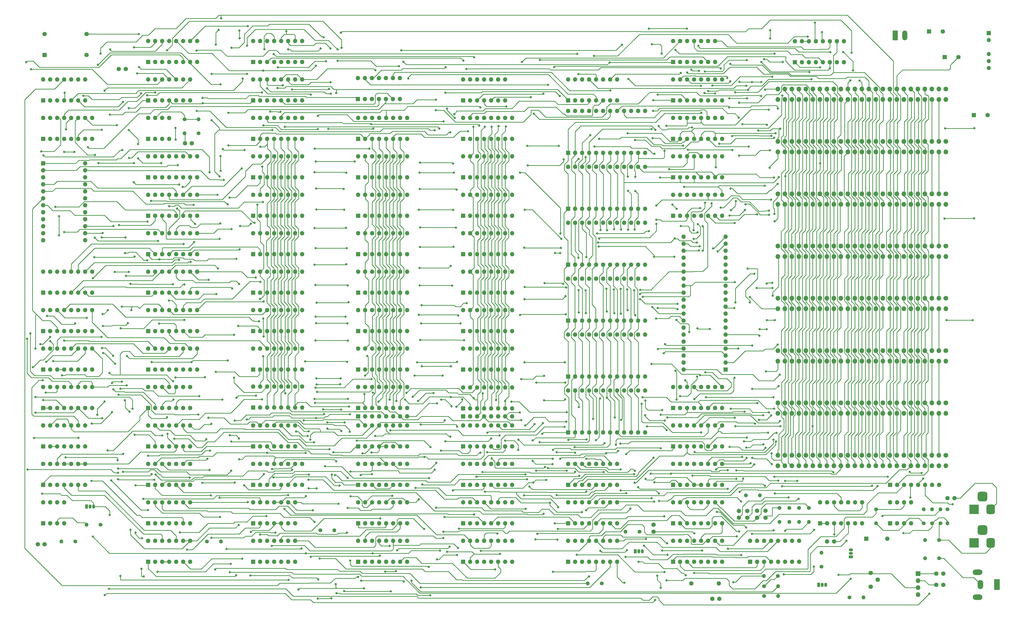
<source format=gbr>
G04 #@! TF.GenerationSoftware,KiCad,Pcbnew,6.0.0-d3dd2cf0fa~116~ubuntu21.10.1*
G04 #@! TF.CreationDate,2022-01-15T20:47:46-06:00*
G04 #@! TF.ProjectId,applebrd,6170706c-6562-4726-942e-6b696361645f,rev?*
G04 #@! TF.SameCoordinates,Original*
G04 #@! TF.FileFunction,Copper,L4,Bot*
G04 #@! TF.FilePolarity,Positive*
%FSLAX46Y46*%
G04 Gerber Fmt 4.6, Leading zero omitted, Abs format (unit mm)*
G04 Created by KiCad (PCBNEW 6.0.0-d3dd2cf0fa~116~ubuntu21.10.1) date 2022-01-15 20:47:46*
%MOMM*%
%LPD*%
G01*
G04 APERTURE LIST*
G04 Aperture macros list*
%AMRoundRect*
0 Rectangle with rounded corners*
0 $1 Rounding radius*
0 $2 $3 $4 $5 $6 $7 $8 $9 X,Y pos of 4 corners*
0 Add a 4 corners polygon primitive as box body*
4,1,4,$2,$3,$4,$5,$6,$7,$8,$9,$2,$3,0*
0 Add four circle primitives for the rounded corners*
1,1,$1+$1,$2,$3*
1,1,$1+$1,$4,$5*
1,1,$1+$1,$6,$7*
1,1,$1+$1,$8,$9*
0 Add four rect primitives between the rounded corners*
20,1,$1+$1,$2,$3,$4,$5,0*
20,1,$1+$1,$4,$5,$6,$7,0*
20,1,$1+$1,$6,$7,$8,$9,0*
20,1,$1+$1,$8,$9,$2,$3,0*%
G04 Aperture macros list end*
G04 #@! TA.AperFunction,ComponentPad*
%ADD10C,1.620000*%
G04 #@! TD*
G04 #@! TA.AperFunction,ComponentPad*
%ADD11RoundRect,0.250000X-0.650000X-1.550000X0.650000X-1.550000X0.650000X1.550000X-0.650000X1.550000X0*%
G04 #@! TD*
G04 #@! TA.AperFunction,ComponentPad*
%ADD12O,1.800000X3.600000*%
G04 #@! TD*
G04 #@! TA.AperFunction,ComponentPad*
%ADD13R,2.000000X4.000000*%
G04 #@! TD*
G04 #@! TA.AperFunction,ComponentPad*
%ADD14O,2.000000X3.300000*%
G04 #@! TD*
G04 #@! TA.AperFunction,ComponentPad*
%ADD15O,3.500000X2.000000*%
G04 #@! TD*
G04 #@! TA.AperFunction,ComponentPad*
%ADD16R,1.600000X1.600000*%
G04 #@! TD*
G04 #@! TA.AperFunction,ComponentPad*
%ADD17O,1.600000X1.600000*%
G04 #@! TD*
G04 #@! TA.AperFunction,ComponentPad*
%ADD18R,1.050000X1.500000*%
G04 #@! TD*
G04 #@! TA.AperFunction,ComponentPad*
%ADD19O,1.050000X1.500000*%
G04 #@! TD*
G04 #@! TA.AperFunction,ComponentPad*
%ADD20C,1.400000*%
G04 #@! TD*
G04 #@! TA.AperFunction,ComponentPad*
%ADD21O,1.400000X1.400000*%
G04 #@! TD*
G04 #@! TA.AperFunction,ComponentPad*
%ADD22C,1.600000*%
G04 #@! TD*
G04 #@! TA.AperFunction,ComponentPad*
%ADD23R,1.500000X1.050000*%
G04 #@! TD*
G04 #@! TA.AperFunction,ComponentPad*
%ADD24O,1.500000X1.050000*%
G04 #@! TD*
G04 #@! TA.AperFunction,ComponentPad*
%ADD25R,3.500000X3.500000*%
G04 #@! TD*
G04 #@! TA.AperFunction,ComponentPad*
%ADD26RoundRect,0.750000X0.750000X1.000000X-0.750000X1.000000X-0.750000X-1.000000X0.750000X-1.000000X0*%
G04 #@! TD*
G04 #@! TA.AperFunction,ComponentPad*
%ADD27RoundRect,0.875000X0.875000X0.875000X-0.875000X0.875000X-0.875000X-0.875000X0.875000X-0.875000X0*%
G04 #@! TD*
G04 #@! TA.AperFunction,ComponentPad*
%ADD28R,1.700000X1.700000*%
G04 #@! TD*
G04 #@! TA.AperFunction,ComponentPad*
%ADD29O,1.700000X1.700000*%
G04 #@! TD*
G04 #@! TA.AperFunction,ComponentPad*
%ADD30O,1.727200X1.727200*%
G04 #@! TD*
G04 #@! TA.AperFunction,ComponentPad*
%ADD31C,1.727200*%
G04 #@! TD*
G04 #@! TA.AperFunction,ComponentPad*
%ADD32R,1.500000X1.500000*%
G04 #@! TD*
G04 #@! TA.AperFunction,ComponentPad*
%ADD33O,1.500000X1.500000*%
G04 #@! TD*
G04 #@! TA.AperFunction,ViaPad*
%ADD34C,0.800000*%
G04 #@! TD*
G04 #@! TA.AperFunction,Conductor*
%ADD35C,0.250000*%
G04 #@! TD*
G04 APERTURE END LIST*
D10*
X358745400Y-360817800D03*
X361245400Y-358317800D03*
X358745400Y-355817800D03*
D11*
X367588800Y-160553400D03*
D12*
X371088800Y-160553400D03*
D13*
X404508600Y-360121200D03*
D14*
X398508600Y-360121200D03*
D15*
X397508600Y-355621200D03*
X397508600Y-364621200D03*
D16*
X357124000Y-343408000D03*
D17*
X364744000Y-343408000D03*
D18*
X273304000Y-347980000D03*
D19*
X274574000Y-347980000D03*
X275844000Y-347980000D03*
D18*
X339852000Y-360172000D03*
D19*
X341122000Y-360172000D03*
X342392000Y-360172000D03*
D18*
X74168000Y-331724000D03*
D19*
X75438000Y-331724000D03*
X76708000Y-331724000D03*
D20*
X261112000Y-359664000D03*
D21*
X256032000Y-359664000D03*
D20*
X324982840Y-356930960D03*
D21*
X319902840Y-356930960D03*
D20*
X320040000Y-364236000D03*
D21*
X325120000Y-364236000D03*
D20*
X320040000Y-360680000D03*
D21*
X325120000Y-360680000D03*
D20*
X351028000Y-364744000D03*
D21*
X356108000Y-364744000D03*
D20*
X383540000Y-350520000D03*
D21*
X378460000Y-350520000D03*
D20*
X114808000Y-196088000D03*
D21*
X114808000Y-191008000D03*
D20*
X109728000Y-191008000D03*
D21*
X109728000Y-196088000D03*
D20*
X79248000Y-338328000D03*
D21*
X74168000Y-338328000D03*
D20*
X360680000Y-332740000D03*
D21*
X360680000Y-337820000D03*
D20*
X377952000Y-337820000D03*
D21*
X377952000Y-332740000D03*
D20*
X381000000Y-337820000D03*
D21*
X381000000Y-332740000D03*
D20*
X383540000Y-343916000D03*
D21*
X378460000Y-343916000D03*
D20*
X384048000Y-337820000D03*
D21*
X384048000Y-332740000D03*
D20*
X325628000Y-332232000D03*
D21*
X325628000Y-337312000D03*
D20*
X329184000Y-332232000D03*
D21*
X329184000Y-337312000D03*
D20*
X332740000Y-332232000D03*
D21*
X332740000Y-337312000D03*
D20*
X336296000Y-332232000D03*
D21*
X336296000Y-337312000D03*
D20*
X340868000Y-353568000D03*
D21*
X340868000Y-348488000D03*
D20*
X117856000Y-344424000D03*
D21*
X122936000Y-344424000D03*
D20*
X70104000Y-344424000D03*
D21*
X65024000Y-344424000D03*
D20*
X274828000Y-340868000D03*
D21*
X269748000Y-340868000D03*
D20*
X386588000Y-332740000D03*
D21*
X386588000Y-337820000D03*
D20*
X159004000Y-340360000D03*
D21*
X164084000Y-340360000D03*
D16*
X172720000Y-298958000D03*
D17*
X175260000Y-298958000D03*
X177800000Y-298958000D03*
X180340000Y-298958000D03*
X182880000Y-298958000D03*
X185420000Y-298958000D03*
X187960000Y-298958000D03*
X190500000Y-298958000D03*
D16*
X58420000Y-184150000D03*
D17*
X60960000Y-184150000D03*
X63500000Y-184150000D03*
X66040000Y-184150000D03*
X68580000Y-184150000D03*
X71120000Y-184150000D03*
X73660000Y-184150000D03*
X73660000Y-176530000D03*
X71120000Y-176530000D03*
X68580000Y-176530000D03*
X66040000Y-176530000D03*
X63500000Y-176530000D03*
X60960000Y-176530000D03*
X58420000Y-176530000D03*
D16*
X58420000Y-198120000D03*
D17*
X60960000Y-198120000D03*
X63500000Y-198120000D03*
X66040000Y-198120000D03*
X68580000Y-198120000D03*
X71120000Y-198120000D03*
X73660000Y-198120000D03*
X76200000Y-198120000D03*
X76200000Y-190500000D03*
X73660000Y-190500000D03*
X71120000Y-190500000D03*
X68580000Y-190500000D03*
X66040000Y-190500000D03*
X63500000Y-190500000D03*
X60960000Y-190500000D03*
X58420000Y-190500000D03*
D16*
X58420000Y-207010000D03*
D17*
X58420000Y-209550000D03*
X58420000Y-212090000D03*
X58420000Y-214630000D03*
X58420000Y-217170000D03*
X58420000Y-219710000D03*
X58420000Y-222250000D03*
X58420000Y-224790000D03*
X58420000Y-227330000D03*
X58420000Y-229870000D03*
X58420000Y-232410000D03*
X58420000Y-234950000D03*
X73660000Y-234950000D03*
X73660000Y-232410000D03*
X73660000Y-229870000D03*
X73660000Y-227330000D03*
X73660000Y-224790000D03*
X73660000Y-222250000D03*
X73660000Y-219710000D03*
X73660000Y-217170000D03*
X73660000Y-214630000D03*
X73660000Y-212090000D03*
X73660000Y-209550000D03*
X73660000Y-207010000D03*
D16*
X58420000Y-267970000D03*
D17*
X60960000Y-267970000D03*
X63500000Y-267970000D03*
X66040000Y-267970000D03*
X68580000Y-267970000D03*
X71120000Y-267970000D03*
X73660000Y-267970000D03*
X76200000Y-267970000D03*
X76200000Y-260350000D03*
X73660000Y-260350000D03*
X71120000Y-260350000D03*
X68580000Y-260350000D03*
X66040000Y-260350000D03*
X63500000Y-260350000D03*
X60960000Y-260350000D03*
X58420000Y-260350000D03*
D16*
X58420000Y-254000000D03*
D17*
X60960000Y-254000000D03*
X63500000Y-254000000D03*
X66040000Y-254000000D03*
X68580000Y-254000000D03*
X71120000Y-254000000D03*
X73660000Y-254000000D03*
X76200000Y-254000000D03*
X76200000Y-246380000D03*
X73660000Y-246380000D03*
X71120000Y-246380000D03*
X68580000Y-246380000D03*
X66040000Y-246380000D03*
X63500000Y-246380000D03*
X60960000Y-246380000D03*
X58420000Y-246380000D03*
D16*
X58420000Y-281940000D03*
D17*
X60960000Y-281940000D03*
X63500000Y-281940000D03*
X66040000Y-281940000D03*
X68580000Y-281940000D03*
X71120000Y-281940000D03*
X73660000Y-281940000D03*
X76200000Y-281940000D03*
X76200000Y-274320000D03*
X73660000Y-274320000D03*
X71120000Y-274320000D03*
X68580000Y-274320000D03*
X66040000Y-274320000D03*
X63500000Y-274320000D03*
X60960000Y-274320000D03*
X58420000Y-274320000D03*
D16*
X58420000Y-295910000D03*
D17*
X60960000Y-295910000D03*
X63500000Y-295910000D03*
X66040000Y-295910000D03*
X68580000Y-295910000D03*
X71120000Y-295910000D03*
X73660000Y-295910000D03*
X76200000Y-295910000D03*
X76200000Y-288290000D03*
X73660000Y-288290000D03*
X71120000Y-288290000D03*
X68580000Y-288290000D03*
X66040000Y-288290000D03*
X63500000Y-288290000D03*
X60960000Y-288290000D03*
X58420000Y-288290000D03*
D16*
X58420000Y-309880000D03*
D17*
X60960000Y-309880000D03*
X63500000Y-309880000D03*
X66040000Y-309880000D03*
X68580000Y-309880000D03*
X71120000Y-309880000D03*
X73660000Y-309880000D03*
X73660000Y-302260000D03*
X71120000Y-302260000D03*
X68580000Y-302260000D03*
X66040000Y-302260000D03*
X63500000Y-302260000D03*
X60960000Y-302260000D03*
X58420000Y-302260000D03*
D16*
X58420000Y-323850000D03*
D17*
X60960000Y-323850000D03*
X63500000Y-323850000D03*
X66040000Y-323850000D03*
X68580000Y-323850000D03*
X71120000Y-323850000D03*
X73660000Y-323850000D03*
X73660000Y-316230000D03*
X71120000Y-316230000D03*
X68580000Y-316230000D03*
X66040000Y-316230000D03*
X63500000Y-316230000D03*
X60960000Y-316230000D03*
X58420000Y-316230000D03*
D16*
X96520000Y-170180000D03*
D17*
X99060000Y-170180000D03*
X101600000Y-170180000D03*
X104140000Y-170180000D03*
X106680000Y-170180000D03*
X109220000Y-170180000D03*
X111760000Y-170180000D03*
X114300000Y-170180000D03*
X114300000Y-162560000D03*
X111760000Y-162560000D03*
X109220000Y-162560000D03*
X106680000Y-162560000D03*
X104140000Y-162560000D03*
X101600000Y-162560000D03*
X99060000Y-162560000D03*
X96520000Y-162560000D03*
D16*
X96520000Y-184150000D03*
D17*
X99060000Y-184150000D03*
X101600000Y-184150000D03*
X104140000Y-184150000D03*
X106680000Y-184150000D03*
X109220000Y-184150000D03*
X111760000Y-184150000D03*
X111760000Y-176530000D03*
X109220000Y-176530000D03*
X106680000Y-176530000D03*
X104140000Y-176530000D03*
X101600000Y-176530000D03*
X99060000Y-176530000D03*
X96520000Y-176530000D03*
D16*
X96520000Y-212090000D03*
D17*
X99060000Y-212090000D03*
X101600000Y-212090000D03*
X104140000Y-212090000D03*
X106680000Y-212090000D03*
X109220000Y-212090000D03*
X111760000Y-212090000D03*
X114300000Y-212090000D03*
X114300000Y-204470000D03*
X111760000Y-204470000D03*
X109220000Y-204470000D03*
X106680000Y-204470000D03*
X104140000Y-204470000D03*
X101600000Y-204470000D03*
X99060000Y-204470000D03*
X96520000Y-204470000D03*
D16*
X96520000Y-226060000D03*
D17*
X99060000Y-226060000D03*
X101600000Y-226060000D03*
X104140000Y-226060000D03*
X106680000Y-226060000D03*
X109220000Y-226060000D03*
X111760000Y-226060000D03*
X114300000Y-226060000D03*
X114300000Y-218440000D03*
X111760000Y-218440000D03*
X109220000Y-218440000D03*
X106680000Y-218440000D03*
X104140000Y-218440000D03*
X101600000Y-218440000D03*
X99060000Y-218440000D03*
X96520000Y-218440000D03*
D16*
X96520000Y-240030000D03*
D17*
X99060000Y-240030000D03*
X101600000Y-240030000D03*
X104140000Y-240030000D03*
X106680000Y-240030000D03*
X109220000Y-240030000D03*
X111760000Y-240030000D03*
X114300000Y-240030000D03*
X114300000Y-232410000D03*
X111760000Y-232410000D03*
X109220000Y-232410000D03*
X106680000Y-232410000D03*
X104140000Y-232410000D03*
X101600000Y-232410000D03*
X99060000Y-232410000D03*
X96520000Y-232410000D03*
D16*
X96520000Y-254000000D03*
D17*
X99060000Y-254000000D03*
X101600000Y-254000000D03*
X104140000Y-254000000D03*
X106680000Y-254000000D03*
X109220000Y-254000000D03*
X111760000Y-254000000D03*
X114300000Y-254000000D03*
X114300000Y-246380000D03*
X111760000Y-246380000D03*
X109220000Y-246380000D03*
X106680000Y-246380000D03*
X104140000Y-246380000D03*
X101600000Y-246380000D03*
X99060000Y-246380000D03*
X96520000Y-246380000D03*
D16*
X96520000Y-267970000D03*
D17*
X99060000Y-267970000D03*
X101600000Y-267970000D03*
X104140000Y-267970000D03*
X106680000Y-267970000D03*
X109220000Y-267970000D03*
X111760000Y-267970000D03*
X114300000Y-267970000D03*
X114300000Y-260350000D03*
X111760000Y-260350000D03*
X109220000Y-260350000D03*
X106680000Y-260350000D03*
X104140000Y-260350000D03*
X101600000Y-260350000D03*
X99060000Y-260350000D03*
X96520000Y-260350000D03*
D16*
X96520000Y-281940000D03*
D17*
X99060000Y-281940000D03*
X101600000Y-281940000D03*
X104140000Y-281940000D03*
X106680000Y-281940000D03*
X109220000Y-281940000D03*
X111760000Y-281940000D03*
X114300000Y-281940000D03*
X114300000Y-274320000D03*
X111760000Y-274320000D03*
X109220000Y-274320000D03*
X106680000Y-274320000D03*
X104140000Y-274320000D03*
X101600000Y-274320000D03*
X99060000Y-274320000D03*
X96520000Y-274320000D03*
D16*
X96520000Y-295910000D03*
D17*
X99060000Y-295910000D03*
X101600000Y-295910000D03*
X104140000Y-295910000D03*
X106680000Y-295910000D03*
X109220000Y-295910000D03*
X111760000Y-295910000D03*
X111760000Y-288290000D03*
X109220000Y-288290000D03*
X106680000Y-288290000D03*
X104140000Y-288290000D03*
X101600000Y-288290000D03*
X99060000Y-288290000D03*
X96520000Y-288290000D03*
D16*
X96520000Y-309880000D03*
D17*
X99060000Y-309880000D03*
X101600000Y-309880000D03*
X104140000Y-309880000D03*
X106680000Y-309880000D03*
X109220000Y-309880000D03*
X111760000Y-309880000D03*
X111760000Y-302260000D03*
X109220000Y-302260000D03*
X106680000Y-302260000D03*
X104140000Y-302260000D03*
X101600000Y-302260000D03*
X99060000Y-302260000D03*
X96520000Y-302260000D03*
D16*
X96520000Y-337820000D03*
D17*
X99060000Y-337820000D03*
X101600000Y-337820000D03*
X104140000Y-337820000D03*
X106680000Y-337820000D03*
X109220000Y-337820000D03*
X111760000Y-337820000D03*
X111760000Y-330200000D03*
X109220000Y-330200000D03*
X106680000Y-330200000D03*
X104140000Y-330200000D03*
X101600000Y-330200000D03*
X99060000Y-330200000D03*
X96520000Y-330200000D03*
D16*
X96520000Y-351790000D03*
D17*
X99060000Y-351790000D03*
X101600000Y-351790000D03*
X104140000Y-351790000D03*
X106680000Y-351790000D03*
X109220000Y-351790000D03*
X111760000Y-351790000D03*
X111760000Y-344170000D03*
X109220000Y-344170000D03*
X106680000Y-344170000D03*
X104140000Y-344170000D03*
X101600000Y-344170000D03*
X99060000Y-344170000D03*
X96520000Y-344170000D03*
D16*
X134620000Y-170180000D03*
D17*
X137160000Y-170180000D03*
X139700000Y-170180000D03*
X142240000Y-170180000D03*
X144780000Y-170180000D03*
X147320000Y-170180000D03*
X149860000Y-170180000D03*
X152400000Y-170180000D03*
X152400000Y-162560000D03*
X149860000Y-162560000D03*
X147320000Y-162560000D03*
X144780000Y-162560000D03*
X142240000Y-162560000D03*
X139700000Y-162560000D03*
X137160000Y-162560000D03*
X134620000Y-162560000D03*
D16*
X134620000Y-184150000D03*
D17*
X137160000Y-184150000D03*
X139700000Y-184150000D03*
X142240000Y-184150000D03*
X144780000Y-184150000D03*
X147320000Y-184150000D03*
X149860000Y-184150000D03*
X152400000Y-184150000D03*
X152400000Y-176530000D03*
X149860000Y-176530000D03*
X147320000Y-176530000D03*
X144780000Y-176530000D03*
X142240000Y-176530000D03*
X139700000Y-176530000D03*
X137160000Y-176530000D03*
X134620000Y-176530000D03*
D16*
X134620000Y-323850000D03*
D17*
X137160000Y-323850000D03*
X139700000Y-323850000D03*
X142240000Y-323850000D03*
X144780000Y-323850000D03*
X147320000Y-323850000D03*
X149860000Y-323850000D03*
X152400000Y-323850000D03*
X152400000Y-316230000D03*
X149860000Y-316230000D03*
X147320000Y-316230000D03*
X144780000Y-316230000D03*
X142240000Y-316230000D03*
X139700000Y-316230000D03*
X137160000Y-316230000D03*
X134620000Y-316230000D03*
D16*
X134620000Y-337820000D03*
D17*
X137160000Y-337820000D03*
X139700000Y-337820000D03*
X142240000Y-337820000D03*
X144780000Y-337820000D03*
X147320000Y-337820000D03*
X149860000Y-337820000D03*
X149860000Y-330200000D03*
X147320000Y-330200000D03*
X144780000Y-330200000D03*
X142240000Y-330200000D03*
X139700000Y-330200000D03*
X137160000Y-330200000D03*
X134620000Y-330200000D03*
D16*
X134620000Y-351790000D03*
D17*
X137160000Y-351790000D03*
X139700000Y-351790000D03*
X142240000Y-351790000D03*
X144780000Y-351790000D03*
X147320000Y-351790000D03*
X149860000Y-351790000D03*
X149860000Y-344170000D03*
X147320000Y-344170000D03*
X144780000Y-344170000D03*
X142240000Y-344170000D03*
X139700000Y-344170000D03*
X137160000Y-344170000D03*
X134620000Y-344170000D03*
D16*
X172720000Y-309880000D03*
D17*
X175260000Y-309880000D03*
X177800000Y-309880000D03*
X180340000Y-309880000D03*
X182880000Y-309880000D03*
X185420000Y-309880000D03*
X187960000Y-309880000D03*
X190500000Y-309880000D03*
X190500000Y-302260000D03*
X187960000Y-302260000D03*
X185420000Y-302260000D03*
X182880000Y-302260000D03*
X180340000Y-302260000D03*
X177800000Y-302260000D03*
X175260000Y-302260000D03*
X172720000Y-302260000D03*
D16*
X172720000Y-323850000D03*
D17*
X175260000Y-323850000D03*
X177800000Y-323850000D03*
X180340000Y-323850000D03*
X182880000Y-323850000D03*
X185420000Y-323850000D03*
X187960000Y-323850000D03*
X190500000Y-323850000D03*
X190500000Y-316230000D03*
X187960000Y-316230000D03*
X185420000Y-316230000D03*
X182880000Y-316230000D03*
X180340000Y-316230000D03*
X177800000Y-316230000D03*
X175260000Y-316230000D03*
X172720000Y-316230000D03*
D16*
X172720000Y-337820000D03*
D17*
X175260000Y-337820000D03*
X177800000Y-337820000D03*
X180340000Y-337820000D03*
X182880000Y-337820000D03*
X185420000Y-337820000D03*
X187960000Y-337820000D03*
X190500000Y-337820000D03*
X190500000Y-330200000D03*
X187960000Y-330200000D03*
X185420000Y-330200000D03*
X182880000Y-330200000D03*
X180340000Y-330200000D03*
X177800000Y-330200000D03*
X175260000Y-330200000D03*
X172720000Y-330200000D03*
D16*
X172720000Y-351790000D03*
D17*
X175260000Y-351790000D03*
X177800000Y-351790000D03*
X180340000Y-351790000D03*
X182880000Y-351790000D03*
X185420000Y-351790000D03*
X187960000Y-351790000D03*
X190500000Y-351790000D03*
X190500000Y-344170000D03*
X187960000Y-344170000D03*
X185420000Y-344170000D03*
X182880000Y-344170000D03*
X180340000Y-344170000D03*
X177800000Y-344170000D03*
X175260000Y-344170000D03*
X172720000Y-344170000D03*
D16*
X210820000Y-309880000D03*
D17*
X213360000Y-309880000D03*
X215900000Y-309880000D03*
X218440000Y-309880000D03*
X220980000Y-309880000D03*
X223520000Y-309880000D03*
X226060000Y-309880000D03*
X228600000Y-309880000D03*
X228600000Y-302260000D03*
X226060000Y-302260000D03*
X223520000Y-302260000D03*
X220980000Y-302260000D03*
X218440000Y-302260000D03*
X215900000Y-302260000D03*
X213360000Y-302260000D03*
X210820000Y-302260000D03*
D16*
X210820000Y-323850000D03*
D17*
X213360000Y-323850000D03*
X215900000Y-323850000D03*
X218440000Y-323850000D03*
X220980000Y-323850000D03*
X223520000Y-323850000D03*
X226060000Y-323850000D03*
X228600000Y-323850000D03*
X228600000Y-316230000D03*
X226060000Y-316230000D03*
X223520000Y-316230000D03*
X220980000Y-316230000D03*
X218440000Y-316230000D03*
X215900000Y-316230000D03*
X213360000Y-316230000D03*
X210820000Y-316230000D03*
D16*
X210820000Y-351790000D03*
D17*
X213360000Y-351790000D03*
X215900000Y-351790000D03*
X218440000Y-351790000D03*
X220980000Y-351790000D03*
X223520000Y-351790000D03*
X226060000Y-351790000D03*
X228600000Y-351790000D03*
X228600000Y-344170000D03*
X226060000Y-344170000D03*
X223520000Y-344170000D03*
X220980000Y-344170000D03*
X218440000Y-344170000D03*
X215900000Y-344170000D03*
X213360000Y-344170000D03*
X210820000Y-344170000D03*
D16*
X248920000Y-184150000D03*
D17*
X251460000Y-184150000D03*
X254000000Y-184150000D03*
X256540000Y-184150000D03*
X259080000Y-184150000D03*
X261620000Y-184150000D03*
X264160000Y-184150000D03*
X266700000Y-184150000D03*
X266700000Y-176530000D03*
X264160000Y-176530000D03*
X261620000Y-176530000D03*
X259080000Y-176530000D03*
X256540000Y-176530000D03*
X254000000Y-176530000D03*
X251460000Y-176530000D03*
X248920000Y-176530000D03*
D16*
X248920000Y-323850000D03*
D17*
X251460000Y-323850000D03*
X254000000Y-323850000D03*
X256540000Y-323850000D03*
X259080000Y-323850000D03*
X261620000Y-323850000D03*
X264160000Y-323850000D03*
X266700000Y-323850000D03*
X266700000Y-316230000D03*
X264160000Y-316230000D03*
X261620000Y-316230000D03*
X259080000Y-316230000D03*
X256540000Y-316230000D03*
X254000000Y-316230000D03*
X251460000Y-316230000D03*
X248920000Y-316230000D03*
D16*
X248920000Y-337820000D03*
D17*
X251460000Y-337820000D03*
X254000000Y-337820000D03*
X256540000Y-337820000D03*
X259080000Y-337820000D03*
X261620000Y-337820000D03*
X264160000Y-337820000D03*
X266700000Y-337820000D03*
X266700000Y-330200000D03*
X264160000Y-330200000D03*
X261620000Y-330200000D03*
X259080000Y-330200000D03*
X256540000Y-330200000D03*
X254000000Y-330200000D03*
X251460000Y-330200000D03*
X248920000Y-330200000D03*
D16*
X248920000Y-351790000D03*
D17*
X251460000Y-351790000D03*
X254000000Y-351790000D03*
X256540000Y-351790000D03*
X259080000Y-351790000D03*
X261620000Y-351790000D03*
X264160000Y-351790000D03*
X266700000Y-351790000D03*
X266700000Y-344170000D03*
X264160000Y-344170000D03*
X261620000Y-344170000D03*
X259080000Y-344170000D03*
X256540000Y-344170000D03*
X254000000Y-344170000D03*
X251460000Y-344170000D03*
X248920000Y-344170000D03*
D16*
X287020000Y-170180000D03*
D17*
X289560000Y-170180000D03*
X292100000Y-170180000D03*
X294640000Y-170180000D03*
X297180000Y-170180000D03*
X299720000Y-170180000D03*
X302260000Y-170180000D03*
X302260000Y-162560000D03*
X299720000Y-162560000D03*
X297180000Y-162560000D03*
X294640000Y-162560000D03*
X292100000Y-162560000D03*
X289560000Y-162560000D03*
X287020000Y-162560000D03*
D16*
X287020000Y-351790000D03*
D17*
X289560000Y-351790000D03*
X292100000Y-351790000D03*
X294640000Y-351790000D03*
X297180000Y-351790000D03*
X299720000Y-351790000D03*
X302260000Y-351790000D03*
X304800000Y-351790000D03*
X304800000Y-344170000D03*
X302260000Y-344170000D03*
X299720000Y-344170000D03*
X297180000Y-344170000D03*
X294640000Y-344170000D03*
X292100000Y-344170000D03*
X289560000Y-344170000D03*
X287020000Y-344170000D03*
D16*
X331195680Y-170263820D03*
D17*
X333735680Y-170263820D03*
X336275680Y-170263820D03*
X338815680Y-170263820D03*
X341355680Y-170263820D03*
X343895680Y-170263820D03*
X346435680Y-170263820D03*
X348975680Y-170263820D03*
X348975680Y-162643820D03*
X346435680Y-162643820D03*
X343895680Y-162643820D03*
X341355680Y-162643820D03*
X338815680Y-162643820D03*
X336275680Y-162643820D03*
X333735680Y-162643820D03*
X331195680Y-162643820D03*
D16*
X287020000Y-198120000D03*
D17*
X289560000Y-198120000D03*
X292100000Y-198120000D03*
X294640000Y-198120000D03*
X297180000Y-198120000D03*
X299720000Y-198120000D03*
X302260000Y-198120000D03*
X304800000Y-198120000D03*
X304800000Y-190500000D03*
X302260000Y-190500000D03*
X299720000Y-190500000D03*
X297180000Y-190500000D03*
X294640000Y-190500000D03*
X292100000Y-190500000D03*
X289560000Y-190500000D03*
X287020000Y-190500000D03*
D16*
X287020000Y-212090000D03*
D17*
X289560000Y-212090000D03*
X292100000Y-212090000D03*
X294640000Y-212090000D03*
X297180000Y-212090000D03*
X299720000Y-212090000D03*
X302260000Y-212090000D03*
X304800000Y-212090000D03*
X304800000Y-204470000D03*
X302260000Y-204470000D03*
X299720000Y-204470000D03*
X297180000Y-204470000D03*
X294640000Y-204470000D03*
X292100000Y-204470000D03*
X289560000Y-204470000D03*
X287020000Y-204470000D03*
D16*
X314960000Y-351790000D03*
D17*
X317500000Y-351790000D03*
X320040000Y-351790000D03*
X322580000Y-351790000D03*
X325120000Y-351790000D03*
X327660000Y-351790000D03*
X330200000Y-351790000D03*
X332740000Y-351790000D03*
X332740000Y-344170000D03*
X330200000Y-344170000D03*
X327660000Y-344170000D03*
X325120000Y-344170000D03*
X322580000Y-344170000D03*
X320040000Y-344170000D03*
X317500000Y-344170000D03*
X314960000Y-344170000D03*
D16*
X365760000Y-337820000D03*
D17*
X368300000Y-337820000D03*
X370840000Y-337820000D03*
X373380000Y-337820000D03*
X373380000Y-330200000D03*
X370840000Y-330200000D03*
X368300000Y-330200000D03*
X365760000Y-330200000D03*
D16*
X287020000Y-226060000D03*
D17*
X289560000Y-226060000D03*
X292100000Y-226060000D03*
X294640000Y-226060000D03*
X297180000Y-226060000D03*
X299720000Y-226060000D03*
X302260000Y-226060000D03*
X304800000Y-226060000D03*
X304800000Y-218440000D03*
X302260000Y-218440000D03*
X299720000Y-218440000D03*
X297180000Y-218440000D03*
X294640000Y-218440000D03*
X292100000Y-218440000D03*
X289560000Y-218440000D03*
X287020000Y-218440000D03*
D16*
X287020000Y-295910000D03*
D17*
X289560000Y-295910000D03*
X292100000Y-295910000D03*
X294640000Y-295910000D03*
X297180000Y-295910000D03*
X299720000Y-295910000D03*
X302260000Y-295910000D03*
X304800000Y-295910000D03*
X304800000Y-288290000D03*
X302260000Y-288290000D03*
X299720000Y-288290000D03*
X297180000Y-288290000D03*
X294640000Y-288290000D03*
X292100000Y-288290000D03*
X289560000Y-288290000D03*
X287020000Y-288290000D03*
D16*
X287020000Y-309880000D03*
D17*
X289560000Y-309880000D03*
X292100000Y-309880000D03*
X294640000Y-309880000D03*
X297180000Y-309880000D03*
X299720000Y-309880000D03*
X302260000Y-309880000D03*
X304800000Y-309880000D03*
X304800000Y-302260000D03*
X302260000Y-302260000D03*
X299720000Y-302260000D03*
X297180000Y-302260000D03*
X294640000Y-302260000D03*
X292100000Y-302260000D03*
X289560000Y-302260000D03*
X287020000Y-302260000D03*
D16*
X248920000Y-203200000D03*
D17*
X251460000Y-203200000D03*
X254000000Y-203200000D03*
X256540000Y-203200000D03*
X259080000Y-203200000D03*
X261620000Y-203200000D03*
X264160000Y-203200000D03*
X266700000Y-203200000D03*
X269240000Y-203200000D03*
X271780000Y-203200000D03*
X274320000Y-203200000D03*
X276860000Y-203200000D03*
X276860000Y-187960000D03*
X274320000Y-187960000D03*
X271780000Y-187960000D03*
X269240000Y-187960000D03*
X266700000Y-187960000D03*
X264160000Y-187960000D03*
X261620000Y-187960000D03*
X259080000Y-187960000D03*
X256540000Y-187960000D03*
X254000000Y-187960000D03*
X251460000Y-187960000D03*
X248920000Y-187960000D03*
D16*
X248920000Y-223520000D03*
D17*
X251460000Y-223520000D03*
X254000000Y-223520000D03*
X256540000Y-223520000D03*
X259080000Y-223520000D03*
X261620000Y-223520000D03*
X264160000Y-223520000D03*
X266700000Y-223520000D03*
X269240000Y-223520000D03*
X271780000Y-223520000D03*
X274320000Y-223520000D03*
X276860000Y-223520000D03*
X276860000Y-208280000D03*
X274320000Y-208280000D03*
X271780000Y-208280000D03*
X269240000Y-208280000D03*
X266700000Y-208280000D03*
X264160000Y-208280000D03*
X261620000Y-208280000D03*
X259080000Y-208280000D03*
X256540000Y-208280000D03*
X254000000Y-208280000D03*
X251460000Y-208280000D03*
X248920000Y-208280000D03*
D16*
X248920000Y-243840000D03*
D17*
X251460000Y-243840000D03*
X254000000Y-243840000D03*
X256540000Y-243840000D03*
X259080000Y-243840000D03*
X261620000Y-243840000D03*
X264160000Y-243840000D03*
X266700000Y-243840000D03*
X269240000Y-243840000D03*
X271780000Y-243840000D03*
X274320000Y-243840000D03*
X276860000Y-243840000D03*
X276860000Y-228600000D03*
X274320000Y-228600000D03*
X271780000Y-228600000D03*
X269240000Y-228600000D03*
X266700000Y-228600000D03*
X264160000Y-228600000D03*
X261620000Y-228600000D03*
X259080000Y-228600000D03*
X256540000Y-228600000D03*
X254000000Y-228600000D03*
X251460000Y-228600000D03*
X248920000Y-228600000D03*
D16*
X248920000Y-264160000D03*
D17*
X251460000Y-264160000D03*
X254000000Y-264160000D03*
X256540000Y-264160000D03*
X259080000Y-264160000D03*
X261620000Y-264160000D03*
X264160000Y-264160000D03*
X266700000Y-264160000D03*
X269240000Y-264160000D03*
X271780000Y-264160000D03*
X274320000Y-264160000D03*
X276860000Y-264160000D03*
X276860000Y-248920000D03*
X274320000Y-248920000D03*
X271780000Y-248920000D03*
X269240000Y-248920000D03*
X266700000Y-248920000D03*
X264160000Y-248920000D03*
X261620000Y-248920000D03*
X259080000Y-248920000D03*
X256540000Y-248920000D03*
X254000000Y-248920000D03*
X251460000Y-248920000D03*
X248920000Y-248920000D03*
D16*
X248920000Y-284480000D03*
D17*
X251460000Y-284480000D03*
X254000000Y-284480000D03*
X256540000Y-284480000D03*
X259080000Y-284480000D03*
X261620000Y-284480000D03*
X264160000Y-284480000D03*
X266700000Y-284480000D03*
X269240000Y-284480000D03*
X271780000Y-284480000D03*
X274320000Y-284480000D03*
X276860000Y-284480000D03*
X276860000Y-269240000D03*
X274320000Y-269240000D03*
X271780000Y-269240000D03*
X269240000Y-269240000D03*
X266700000Y-269240000D03*
X264160000Y-269240000D03*
X261620000Y-269240000D03*
X259080000Y-269240000D03*
X256540000Y-269240000D03*
X254000000Y-269240000D03*
X251460000Y-269240000D03*
X248920000Y-269240000D03*
D16*
X248920000Y-304800000D03*
D17*
X251460000Y-304800000D03*
X254000000Y-304800000D03*
X256540000Y-304800000D03*
X259080000Y-304800000D03*
X261620000Y-304800000D03*
X264160000Y-304800000D03*
X266700000Y-304800000D03*
X269240000Y-304800000D03*
X271780000Y-304800000D03*
X274320000Y-304800000D03*
X276860000Y-304800000D03*
X276860000Y-289560000D03*
X274320000Y-289560000D03*
X271780000Y-289560000D03*
X269240000Y-289560000D03*
X266700000Y-289560000D03*
X264160000Y-289560000D03*
X261620000Y-289560000D03*
X259080000Y-289560000D03*
X256540000Y-289560000D03*
X254000000Y-289560000D03*
X251460000Y-289560000D03*
X248920000Y-289560000D03*
D16*
X58928000Y-167640000D03*
D22*
X74168000Y-167640000D03*
X74168000Y-160020000D03*
X58928000Y-160020000D03*
D16*
X287020000Y-337820000D03*
D17*
X289560000Y-337820000D03*
X292100000Y-337820000D03*
X294640000Y-337820000D03*
X297180000Y-337820000D03*
X299720000Y-337820000D03*
X302260000Y-337820000D03*
X304800000Y-337820000D03*
X304800000Y-330200000D03*
X302260000Y-330200000D03*
X299720000Y-330200000D03*
X297180000Y-330200000D03*
X294640000Y-330200000D03*
X292100000Y-330200000D03*
X289560000Y-330200000D03*
X287020000Y-330200000D03*
D16*
X134620000Y-309880000D03*
D17*
X137160000Y-309880000D03*
X139700000Y-309880000D03*
X142240000Y-309880000D03*
X144780000Y-309880000D03*
X147320000Y-309880000D03*
X149860000Y-309880000D03*
X149860000Y-302260000D03*
X147320000Y-302260000D03*
X144780000Y-302260000D03*
X142240000Y-302260000D03*
X139700000Y-302260000D03*
X137160000Y-302260000D03*
X134620000Y-302260000D03*
D16*
X210820000Y-337820000D03*
D17*
X213360000Y-337820000D03*
X215900000Y-337820000D03*
X218440000Y-337820000D03*
X220980000Y-337820000D03*
X223520000Y-337820000D03*
X226060000Y-337820000D03*
X228600000Y-337820000D03*
X228600000Y-330200000D03*
X226060000Y-330200000D03*
X223520000Y-330200000D03*
X220980000Y-330200000D03*
X218440000Y-330200000D03*
X215900000Y-330200000D03*
X213360000Y-330200000D03*
X210820000Y-330200000D03*
D16*
X58420000Y-337820000D03*
D17*
X60960000Y-337820000D03*
X63500000Y-337820000D03*
X66040000Y-337820000D03*
X66040000Y-330200000D03*
X63500000Y-330200000D03*
X60960000Y-330200000D03*
X58420000Y-330200000D03*
D16*
X287020000Y-184150000D03*
D17*
X289560000Y-184150000D03*
X292100000Y-184150000D03*
X294640000Y-184150000D03*
X297180000Y-184150000D03*
X299720000Y-184150000D03*
X302260000Y-184150000D03*
X304800000Y-184150000D03*
X304800000Y-176530000D03*
X302260000Y-176530000D03*
X299720000Y-176530000D03*
X297180000Y-176530000D03*
X294640000Y-176530000D03*
X292100000Y-176530000D03*
X289560000Y-176530000D03*
X287020000Y-176530000D03*
D16*
X287020000Y-323850000D03*
D17*
X289560000Y-323850000D03*
X292100000Y-323850000D03*
X294640000Y-323850000D03*
X297180000Y-323850000D03*
X299720000Y-323850000D03*
X302260000Y-323850000D03*
X304800000Y-323850000D03*
X304800000Y-316230000D03*
X302260000Y-316230000D03*
X299720000Y-316230000D03*
X297180000Y-316230000D03*
X294640000Y-316230000D03*
X292100000Y-316230000D03*
X289560000Y-316230000D03*
X287020000Y-316230000D03*
D22*
X301244000Y-365252000D03*
X303744000Y-365252000D03*
X58928000Y-345440000D03*
X56428000Y-345440000D03*
X310896000Y-335788000D03*
X310896000Y-333288000D03*
X313944000Y-335788000D03*
X313944000Y-333288000D03*
X317500000Y-335748000D03*
X317500000Y-333248000D03*
X320548000Y-335748000D03*
X320548000Y-333248000D03*
X279908000Y-340828000D03*
X279908000Y-338328000D03*
X386588000Y-328676000D03*
X389088000Y-328676000D03*
X342900000Y-344424000D03*
X345400000Y-344424000D03*
X85852000Y-172720000D03*
X88352000Y-172720000D03*
X109860080Y-199694800D03*
X112360080Y-199694800D03*
X293624000Y-359664000D03*
D17*
X303624000Y-359664000D03*
D20*
X313436000Y-327660000D03*
D21*
X318516000Y-327660000D03*
D23*
X351536000Y-350012000D03*
D24*
X351536000Y-348742000D03*
X351536000Y-347472000D03*
D25*
X396240000Y-344932000D03*
D26*
X402240000Y-344932000D03*
D27*
X399240000Y-340232000D03*
D25*
X396240000Y-332740000D03*
D26*
X402240000Y-332740000D03*
D27*
X399240000Y-328040000D03*
D16*
X340360000Y-337820000D03*
D17*
X342900000Y-337820000D03*
X345440000Y-337820000D03*
X347980000Y-337820000D03*
X350520000Y-337820000D03*
X353060000Y-337820000D03*
X355600000Y-337820000D03*
X355600000Y-330200000D03*
X353060000Y-330200000D03*
X350520000Y-330200000D03*
X347980000Y-330200000D03*
X345440000Y-330200000D03*
X342900000Y-330200000D03*
X340360000Y-330200000D03*
D16*
X210820000Y-184150000D03*
D17*
X213360000Y-184150000D03*
X215900000Y-184150000D03*
X218440000Y-184150000D03*
X220980000Y-184150000D03*
X223520000Y-184150000D03*
X226060000Y-184150000D03*
X226060000Y-176530000D03*
X223520000Y-176530000D03*
X220980000Y-176530000D03*
X218440000Y-176530000D03*
X215900000Y-176530000D03*
X213360000Y-176530000D03*
X210820000Y-176530000D03*
D22*
X382524000Y-356108000D03*
X385024000Y-356108000D03*
X382524000Y-360172000D03*
X385024000Y-360172000D03*
D28*
X375920000Y-356108000D03*
D29*
X375920000Y-358648000D03*
X375920000Y-361188000D03*
X375920000Y-363728000D03*
D16*
X96520000Y-323850000D03*
D17*
X99060000Y-323850000D03*
X101600000Y-323850000D03*
X104140000Y-323850000D03*
X106680000Y-323850000D03*
X109220000Y-323850000D03*
X111760000Y-323850000D03*
X111760000Y-316230000D03*
X109220000Y-316230000D03*
X106680000Y-316230000D03*
X104140000Y-316230000D03*
X101600000Y-316230000D03*
X99060000Y-316230000D03*
X96520000Y-316230000D03*
D16*
X365760000Y-323850000D03*
D17*
X368300000Y-323850000D03*
X370840000Y-323850000D03*
X373380000Y-323850000D03*
X375920000Y-323850000D03*
X378460000Y-323850000D03*
X381000000Y-323850000D03*
X383540000Y-323850000D03*
D16*
X96520000Y-198120000D03*
D17*
X99060000Y-198120000D03*
X101600000Y-198120000D03*
X104140000Y-198120000D03*
X104140000Y-190500000D03*
X101600000Y-190500000D03*
X99060000Y-190500000D03*
X96520000Y-190500000D03*
D16*
X210820000Y-298958000D03*
D17*
X213360000Y-298958000D03*
X215900000Y-298958000D03*
X218440000Y-298958000D03*
X220980000Y-298958000D03*
X223520000Y-298958000D03*
X226060000Y-298958000D03*
X228600000Y-298958000D03*
D16*
X172620940Y-183657240D03*
D17*
X175160940Y-183657240D03*
X177700940Y-183657240D03*
X180240940Y-183657240D03*
X182780940Y-183657240D03*
X185320940Y-183657240D03*
X187860940Y-183657240D03*
X187860940Y-176037240D03*
X185320940Y-176037240D03*
X182780940Y-176037240D03*
X180240940Y-176037240D03*
X177700940Y-176037240D03*
X175160940Y-176037240D03*
X172620940Y-176037240D03*
D16*
X134620000Y-198120000D03*
D17*
X137160000Y-198120000D03*
X139700000Y-198120000D03*
X142240000Y-198120000D03*
X144780000Y-198120000D03*
X147320000Y-198120000D03*
X149860000Y-198120000D03*
X152400000Y-198120000D03*
X152400000Y-190500000D03*
X149860000Y-190500000D03*
X147320000Y-190500000D03*
X144780000Y-190500000D03*
X142240000Y-190500000D03*
X139700000Y-190500000D03*
X137160000Y-190500000D03*
X134620000Y-190500000D03*
D16*
X134620000Y-212090000D03*
D17*
X137160000Y-212090000D03*
X139700000Y-212090000D03*
X142240000Y-212090000D03*
X144780000Y-212090000D03*
X147320000Y-212090000D03*
X149860000Y-212090000D03*
X152400000Y-212090000D03*
X152400000Y-204470000D03*
X149860000Y-204470000D03*
X147320000Y-204470000D03*
X144780000Y-204470000D03*
X142240000Y-204470000D03*
X139700000Y-204470000D03*
X137160000Y-204470000D03*
X134620000Y-204470000D03*
D16*
X134620000Y-226060000D03*
D17*
X137160000Y-226060000D03*
X139700000Y-226060000D03*
X142240000Y-226060000D03*
X144780000Y-226060000D03*
X147320000Y-226060000D03*
X149860000Y-226060000D03*
X152400000Y-226060000D03*
X152400000Y-218440000D03*
X149860000Y-218440000D03*
X147320000Y-218440000D03*
X144780000Y-218440000D03*
X142240000Y-218440000D03*
X139700000Y-218440000D03*
X137160000Y-218440000D03*
X134620000Y-218440000D03*
D16*
X134620000Y-240030000D03*
D17*
X137160000Y-240030000D03*
X139700000Y-240030000D03*
X142240000Y-240030000D03*
X144780000Y-240030000D03*
X147320000Y-240030000D03*
X149860000Y-240030000D03*
X152400000Y-240030000D03*
X152400000Y-232410000D03*
X149860000Y-232410000D03*
X147320000Y-232410000D03*
X144780000Y-232410000D03*
X142240000Y-232410000D03*
X139700000Y-232410000D03*
X137160000Y-232410000D03*
X134620000Y-232410000D03*
D16*
X134620000Y-254000000D03*
D17*
X137160000Y-254000000D03*
X139700000Y-254000000D03*
X142240000Y-254000000D03*
X144780000Y-254000000D03*
X147320000Y-254000000D03*
X149860000Y-254000000D03*
X152400000Y-254000000D03*
X152400000Y-246380000D03*
X149860000Y-246380000D03*
X147320000Y-246380000D03*
X144780000Y-246380000D03*
X142240000Y-246380000D03*
X139700000Y-246380000D03*
X137160000Y-246380000D03*
X134620000Y-246380000D03*
D16*
X134620000Y-267970000D03*
D17*
X137160000Y-267970000D03*
X139700000Y-267970000D03*
X142240000Y-267970000D03*
X144780000Y-267970000D03*
X147320000Y-267970000D03*
X149860000Y-267970000D03*
X152400000Y-267970000D03*
X152400000Y-260350000D03*
X149860000Y-260350000D03*
X147320000Y-260350000D03*
X144780000Y-260350000D03*
X142240000Y-260350000D03*
X139700000Y-260350000D03*
X137160000Y-260350000D03*
X134620000Y-260350000D03*
D16*
X134620000Y-281940000D03*
D17*
X137160000Y-281940000D03*
X139700000Y-281940000D03*
X142240000Y-281940000D03*
X144780000Y-281940000D03*
X147320000Y-281940000D03*
X149860000Y-281940000D03*
X152400000Y-281940000D03*
X152400000Y-274320000D03*
X149860000Y-274320000D03*
X147320000Y-274320000D03*
X144780000Y-274320000D03*
X142240000Y-274320000D03*
X139700000Y-274320000D03*
X137160000Y-274320000D03*
X134620000Y-274320000D03*
D16*
X172720000Y-198120000D03*
D17*
X175260000Y-198120000D03*
X177800000Y-198120000D03*
X180340000Y-198120000D03*
X182880000Y-198120000D03*
X185420000Y-198120000D03*
X187960000Y-198120000D03*
X190500000Y-198120000D03*
X190500000Y-190500000D03*
X187960000Y-190500000D03*
X185420000Y-190500000D03*
X182880000Y-190500000D03*
X180340000Y-190500000D03*
X177800000Y-190500000D03*
X175260000Y-190500000D03*
X172720000Y-190500000D03*
D16*
X172720000Y-212090000D03*
D17*
X175260000Y-212090000D03*
X177800000Y-212090000D03*
X180340000Y-212090000D03*
X182880000Y-212090000D03*
X185420000Y-212090000D03*
X187960000Y-212090000D03*
X190500000Y-212090000D03*
X190500000Y-204470000D03*
X187960000Y-204470000D03*
X185420000Y-204470000D03*
X182880000Y-204470000D03*
X180340000Y-204470000D03*
X177800000Y-204470000D03*
X175260000Y-204470000D03*
X172720000Y-204470000D03*
D16*
X172720000Y-226060000D03*
D17*
X175260000Y-226060000D03*
X177800000Y-226060000D03*
X180340000Y-226060000D03*
X182880000Y-226060000D03*
X185420000Y-226060000D03*
X187960000Y-226060000D03*
X190500000Y-226060000D03*
X190500000Y-218440000D03*
X187960000Y-218440000D03*
X185420000Y-218440000D03*
X182880000Y-218440000D03*
X180340000Y-218440000D03*
X177800000Y-218440000D03*
X175260000Y-218440000D03*
X172720000Y-218440000D03*
D16*
X172720000Y-240030000D03*
D17*
X175260000Y-240030000D03*
X177800000Y-240030000D03*
X180340000Y-240030000D03*
X182880000Y-240030000D03*
X185420000Y-240030000D03*
X187960000Y-240030000D03*
X190500000Y-240030000D03*
X190500000Y-232410000D03*
X187960000Y-232410000D03*
X185420000Y-232410000D03*
X182880000Y-232410000D03*
X180340000Y-232410000D03*
X177800000Y-232410000D03*
X175260000Y-232410000D03*
X172720000Y-232410000D03*
D16*
X172720000Y-254000000D03*
D17*
X175260000Y-254000000D03*
X177800000Y-254000000D03*
X180340000Y-254000000D03*
X182880000Y-254000000D03*
X185420000Y-254000000D03*
X187960000Y-254000000D03*
X190500000Y-254000000D03*
X190500000Y-246380000D03*
X187960000Y-246380000D03*
X185420000Y-246380000D03*
X182880000Y-246380000D03*
X180340000Y-246380000D03*
X177800000Y-246380000D03*
X175260000Y-246380000D03*
X172720000Y-246380000D03*
D16*
X172720000Y-267970000D03*
D17*
X175260000Y-267970000D03*
X177800000Y-267970000D03*
X180340000Y-267970000D03*
X182880000Y-267970000D03*
X185420000Y-267970000D03*
X187960000Y-267970000D03*
X190500000Y-267970000D03*
X190500000Y-260350000D03*
X187960000Y-260350000D03*
X185420000Y-260350000D03*
X182880000Y-260350000D03*
X180340000Y-260350000D03*
X177800000Y-260350000D03*
X175260000Y-260350000D03*
X172720000Y-260350000D03*
D16*
X172720000Y-281940000D03*
D17*
X175260000Y-281940000D03*
X177800000Y-281940000D03*
X180340000Y-281940000D03*
X182880000Y-281940000D03*
X185420000Y-281940000D03*
X187960000Y-281940000D03*
X190500000Y-281940000D03*
X190500000Y-274320000D03*
X187960000Y-274320000D03*
X185420000Y-274320000D03*
X182880000Y-274320000D03*
X180340000Y-274320000D03*
X177800000Y-274320000D03*
X175260000Y-274320000D03*
X172720000Y-274320000D03*
D16*
X172720000Y-295910000D03*
D17*
X175260000Y-295910000D03*
X177800000Y-295910000D03*
X180340000Y-295910000D03*
X182880000Y-295910000D03*
X185420000Y-295910000D03*
X187960000Y-295910000D03*
X190500000Y-295910000D03*
X190500000Y-288290000D03*
X187960000Y-288290000D03*
X185420000Y-288290000D03*
X182880000Y-288290000D03*
X180340000Y-288290000D03*
X177800000Y-288290000D03*
X175260000Y-288290000D03*
X172720000Y-288290000D03*
D16*
X210820000Y-198120000D03*
D17*
X213360000Y-198120000D03*
X215900000Y-198120000D03*
X218440000Y-198120000D03*
X220980000Y-198120000D03*
X223520000Y-198120000D03*
X226060000Y-198120000D03*
X228600000Y-198120000D03*
X228600000Y-190500000D03*
X226060000Y-190500000D03*
X223520000Y-190500000D03*
X220980000Y-190500000D03*
X218440000Y-190500000D03*
X215900000Y-190500000D03*
X213360000Y-190500000D03*
X210820000Y-190500000D03*
D16*
X210820000Y-212090000D03*
D17*
X213360000Y-212090000D03*
X215900000Y-212090000D03*
X218440000Y-212090000D03*
X220980000Y-212090000D03*
X223520000Y-212090000D03*
X226060000Y-212090000D03*
X228600000Y-212090000D03*
X228600000Y-204470000D03*
X226060000Y-204470000D03*
X223520000Y-204470000D03*
X220980000Y-204470000D03*
X218440000Y-204470000D03*
X215900000Y-204470000D03*
X213360000Y-204470000D03*
X210820000Y-204470000D03*
D16*
X210820000Y-226060000D03*
D17*
X213360000Y-226060000D03*
X215900000Y-226060000D03*
X218440000Y-226060000D03*
X220980000Y-226060000D03*
X223520000Y-226060000D03*
X226060000Y-226060000D03*
X228600000Y-226060000D03*
X228600000Y-218440000D03*
X226060000Y-218440000D03*
X223520000Y-218440000D03*
X220980000Y-218440000D03*
X218440000Y-218440000D03*
X215900000Y-218440000D03*
X213360000Y-218440000D03*
X210820000Y-218440000D03*
D16*
X210820000Y-240030000D03*
D17*
X213360000Y-240030000D03*
X215900000Y-240030000D03*
X218440000Y-240030000D03*
X220980000Y-240030000D03*
X223520000Y-240030000D03*
X226060000Y-240030000D03*
X228600000Y-240030000D03*
X228600000Y-232410000D03*
X226060000Y-232410000D03*
X223520000Y-232410000D03*
X220980000Y-232410000D03*
X218440000Y-232410000D03*
X215900000Y-232410000D03*
X213360000Y-232410000D03*
X210820000Y-232410000D03*
D16*
X210820000Y-254000000D03*
D17*
X213360000Y-254000000D03*
X215900000Y-254000000D03*
X218440000Y-254000000D03*
X220980000Y-254000000D03*
X223520000Y-254000000D03*
X226060000Y-254000000D03*
X228600000Y-254000000D03*
X228600000Y-246380000D03*
X226060000Y-246380000D03*
X223520000Y-246380000D03*
X220980000Y-246380000D03*
X218440000Y-246380000D03*
X215900000Y-246380000D03*
X213360000Y-246380000D03*
X210820000Y-246380000D03*
D16*
X210820000Y-267970000D03*
D17*
X213360000Y-267970000D03*
X215900000Y-267970000D03*
X218440000Y-267970000D03*
X220980000Y-267970000D03*
X223520000Y-267970000D03*
X226060000Y-267970000D03*
X228600000Y-267970000D03*
X228600000Y-260350000D03*
X226060000Y-260350000D03*
X223520000Y-260350000D03*
X220980000Y-260350000D03*
X218440000Y-260350000D03*
X215900000Y-260350000D03*
X213360000Y-260350000D03*
X210820000Y-260350000D03*
D16*
X210820000Y-281940000D03*
D17*
X213360000Y-281940000D03*
X215900000Y-281940000D03*
X218440000Y-281940000D03*
X220980000Y-281940000D03*
X223520000Y-281940000D03*
X226060000Y-281940000D03*
X228600000Y-281940000D03*
X228600000Y-274320000D03*
X226060000Y-274320000D03*
X223520000Y-274320000D03*
X220980000Y-274320000D03*
X218440000Y-274320000D03*
X215900000Y-274320000D03*
X213360000Y-274320000D03*
X210820000Y-274320000D03*
D16*
X210820000Y-296049700D03*
D17*
X213360000Y-296049700D03*
X215900000Y-296049700D03*
X218440000Y-296049700D03*
X220980000Y-296049700D03*
X223520000Y-296049700D03*
X226060000Y-296049700D03*
X228600000Y-296049700D03*
X228600000Y-288429700D03*
X226060000Y-288429700D03*
X223520000Y-288429700D03*
X220980000Y-288429700D03*
X218440000Y-288429700D03*
X215900000Y-288429700D03*
X213360000Y-288429700D03*
X210820000Y-288429700D03*
D16*
X134620000Y-295765220D03*
D17*
X137160000Y-295765220D03*
X139700000Y-295765220D03*
X142240000Y-295765220D03*
X144780000Y-295765220D03*
X147320000Y-295765220D03*
X149860000Y-295765220D03*
X152400000Y-295765220D03*
X152400000Y-288145220D03*
X149860000Y-288145220D03*
X147320000Y-288145220D03*
X144780000Y-288145220D03*
X142240000Y-288145220D03*
X139700000Y-288145220D03*
X137160000Y-288145220D03*
X134620000Y-288145220D03*
D30*
X325040000Y-316865000D03*
X327580000Y-316865000D03*
X330120000Y-316865000D03*
X332660000Y-316865000D03*
X335200000Y-316865000D03*
X337740000Y-316865000D03*
X340280000Y-316865000D03*
X342820000Y-316865000D03*
X345360000Y-316865000D03*
X347900000Y-316865000D03*
X350440000Y-316865000D03*
X352980000Y-316865000D03*
X355520000Y-316865000D03*
X358060000Y-316865000D03*
X360600000Y-316865000D03*
X363140000Y-316865000D03*
X365680000Y-316865000D03*
X368220000Y-316865000D03*
X370760000Y-316865000D03*
X373300000Y-316865000D03*
X375840000Y-316865000D03*
X378380000Y-316865000D03*
X380920000Y-316865000D03*
X383460000Y-316865000D03*
X386000000Y-316865000D03*
D31*
X386000000Y-313055000D03*
D30*
X383460000Y-313055000D03*
X380920000Y-313055000D03*
X378380000Y-313055000D03*
X375840000Y-313055000D03*
X373300000Y-313055000D03*
X370760000Y-313055000D03*
X368220000Y-313055000D03*
X365680000Y-313055000D03*
X363140000Y-313055000D03*
X360600000Y-313055000D03*
X358060000Y-313055000D03*
X355520000Y-313055000D03*
X352980000Y-313055000D03*
X350440000Y-313055000D03*
X347900000Y-313055000D03*
X345360000Y-313055000D03*
X342820000Y-313055000D03*
X340280000Y-313055000D03*
X337740000Y-313055000D03*
X335200000Y-313055000D03*
X332660000Y-313055000D03*
X330120000Y-313055000D03*
X327580000Y-313055000D03*
X325040000Y-313055000D03*
X325040000Y-297865000D03*
X327580000Y-297865000D03*
X330120000Y-297865000D03*
X332660000Y-297865000D03*
X335200000Y-297865000D03*
X337740000Y-297865000D03*
X340280000Y-297865000D03*
X342820000Y-297865000D03*
X345360000Y-297865000D03*
X347900000Y-297865000D03*
X350440000Y-297865000D03*
X352980000Y-297865000D03*
X355520000Y-297865000D03*
X358060000Y-297865000D03*
X360600000Y-297865000D03*
X363140000Y-297865000D03*
X365680000Y-297865000D03*
X368220000Y-297865000D03*
X370760000Y-297865000D03*
X373300000Y-297865000D03*
X375840000Y-297865000D03*
X378380000Y-297865000D03*
X380920000Y-297865000D03*
X383460000Y-297865000D03*
X386000000Y-297865000D03*
D31*
X386000000Y-294055000D03*
D30*
X383460000Y-294055000D03*
X380920000Y-294055000D03*
X378380000Y-294055000D03*
X375840000Y-294055000D03*
X373300000Y-294055000D03*
X370760000Y-294055000D03*
X368220000Y-294055000D03*
X365680000Y-294055000D03*
X363140000Y-294055000D03*
X360600000Y-294055000D03*
X358060000Y-294055000D03*
X355520000Y-294055000D03*
X352980000Y-294055000D03*
X350440000Y-294055000D03*
X347900000Y-294055000D03*
X345360000Y-294055000D03*
X342820000Y-294055000D03*
X340280000Y-294055000D03*
X337740000Y-294055000D03*
X335200000Y-294055000D03*
X332660000Y-294055000D03*
X330120000Y-294055000D03*
X327580000Y-294055000D03*
X325040000Y-294055000D03*
X325040000Y-278865000D03*
X327580000Y-278865000D03*
X330120000Y-278865000D03*
X332660000Y-278865000D03*
X335200000Y-278865000D03*
X337740000Y-278865000D03*
X340280000Y-278865000D03*
X342820000Y-278865000D03*
X345360000Y-278865000D03*
X347900000Y-278865000D03*
X350440000Y-278865000D03*
X352980000Y-278865000D03*
X355520000Y-278865000D03*
X358060000Y-278865000D03*
X360600000Y-278865000D03*
X363140000Y-278865000D03*
X365680000Y-278865000D03*
X368220000Y-278865000D03*
X370760000Y-278865000D03*
X373300000Y-278865000D03*
X375840000Y-278865000D03*
X378380000Y-278865000D03*
X380920000Y-278865000D03*
X383460000Y-278865000D03*
X386000000Y-278865000D03*
D31*
X386000000Y-275055000D03*
D30*
X383460000Y-275055000D03*
X380920000Y-275055000D03*
X378380000Y-275055000D03*
X375840000Y-275055000D03*
X373300000Y-275055000D03*
X370760000Y-275055000D03*
X368220000Y-275055000D03*
X365680000Y-275055000D03*
X363140000Y-275055000D03*
X360600000Y-275055000D03*
X358060000Y-275055000D03*
X355520000Y-275055000D03*
X352980000Y-275055000D03*
X350440000Y-275055000D03*
X347900000Y-275055000D03*
X345360000Y-275055000D03*
X342820000Y-275055000D03*
X340280000Y-275055000D03*
X337740000Y-275055000D03*
X335200000Y-275055000D03*
X332660000Y-275055000D03*
X330120000Y-275055000D03*
X327580000Y-275055000D03*
X325040000Y-275055000D03*
X325040000Y-259865000D03*
X327580000Y-259865000D03*
X330120000Y-259865000D03*
X332660000Y-259865000D03*
X335200000Y-259865000D03*
X337740000Y-259865000D03*
X340280000Y-259865000D03*
X342820000Y-259865000D03*
X345360000Y-259865000D03*
X347900000Y-259865000D03*
X350440000Y-259865000D03*
X352980000Y-259865000D03*
X355520000Y-259865000D03*
X358060000Y-259865000D03*
X360600000Y-259865000D03*
X363140000Y-259865000D03*
X365680000Y-259865000D03*
X368220000Y-259865000D03*
X370760000Y-259865000D03*
X373300000Y-259865000D03*
X375840000Y-259865000D03*
X378380000Y-259865000D03*
X380920000Y-259865000D03*
X383460000Y-259865000D03*
X386000000Y-259865000D03*
D31*
X386000000Y-256055000D03*
D30*
X383460000Y-256055000D03*
X380920000Y-256055000D03*
X378380000Y-256055000D03*
X375840000Y-256055000D03*
X373300000Y-256055000D03*
X370760000Y-256055000D03*
X368220000Y-256055000D03*
X365680000Y-256055000D03*
X363140000Y-256055000D03*
X360600000Y-256055000D03*
X358060000Y-256055000D03*
X355520000Y-256055000D03*
X352980000Y-256055000D03*
X350440000Y-256055000D03*
X347900000Y-256055000D03*
X345360000Y-256055000D03*
X342820000Y-256055000D03*
X340280000Y-256055000D03*
X337740000Y-256055000D03*
X335200000Y-256055000D03*
X332660000Y-256055000D03*
X330120000Y-256055000D03*
X327580000Y-256055000D03*
X325040000Y-256055000D03*
X325040000Y-240865000D03*
X327580000Y-240865000D03*
X330120000Y-240865000D03*
X332660000Y-240865000D03*
X335200000Y-240865000D03*
X337740000Y-240865000D03*
X340280000Y-240865000D03*
X342820000Y-240865000D03*
X345360000Y-240865000D03*
X347900000Y-240865000D03*
X350440000Y-240865000D03*
X352980000Y-240865000D03*
X355520000Y-240865000D03*
X358060000Y-240865000D03*
X360600000Y-240865000D03*
X363140000Y-240865000D03*
X365680000Y-240865000D03*
X368220000Y-240865000D03*
X370760000Y-240865000D03*
X373300000Y-240865000D03*
X375840000Y-240865000D03*
X378380000Y-240865000D03*
X380920000Y-240865000D03*
X383460000Y-240865000D03*
X386000000Y-240865000D03*
D31*
X386000000Y-237055000D03*
D30*
X383460000Y-237055000D03*
X380920000Y-237055000D03*
X378380000Y-237055000D03*
X375840000Y-237055000D03*
X373300000Y-237055000D03*
X370760000Y-237055000D03*
X368220000Y-237055000D03*
X365680000Y-237055000D03*
X363140000Y-237055000D03*
X360600000Y-237055000D03*
X358060000Y-237055000D03*
X355520000Y-237055000D03*
X352980000Y-237055000D03*
X350440000Y-237055000D03*
X347900000Y-237055000D03*
X345360000Y-237055000D03*
X342820000Y-237055000D03*
X340280000Y-237055000D03*
X337740000Y-237055000D03*
X335200000Y-237055000D03*
X332660000Y-237055000D03*
X330120000Y-237055000D03*
X327580000Y-237055000D03*
X325040000Y-237055000D03*
X325040000Y-221865000D03*
X327580000Y-221865000D03*
X330120000Y-221865000D03*
X332660000Y-221865000D03*
X335200000Y-221865000D03*
X337740000Y-221865000D03*
X340280000Y-221865000D03*
X342820000Y-221865000D03*
X345360000Y-221865000D03*
X347900000Y-221865000D03*
X350440000Y-221865000D03*
X352980000Y-221865000D03*
X355520000Y-221865000D03*
X358060000Y-221865000D03*
X360600000Y-221865000D03*
X363140000Y-221865000D03*
X365680000Y-221865000D03*
X368220000Y-221865000D03*
X370760000Y-221865000D03*
X373300000Y-221865000D03*
X375840000Y-221865000D03*
X378380000Y-221865000D03*
X380920000Y-221865000D03*
X383460000Y-221865000D03*
X386000000Y-221865000D03*
D31*
X386000000Y-218055000D03*
D30*
X383460000Y-218055000D03*
X380920000Y-218055000D03*
X378380000Y-218055000D03*
X375840000Y-218055000D03*
X373300000Y-218055000D03*
X370760000Y-218055000D03*
X368220000Y-218055000D03*
X365680000Y-218055000D03*
X363140000Y-218055000D03*
X360600000Y-218055000D03*
X358060000Y-218055000D03*
X355520000Y-218055000D03*
X352980000Y-218055000D03*
X350440000Y-218055000D03*
X347900000Y-218055000D03*
X345360000Y-218055000D03*
X342820000Y-218055000D03*
X340280000Y-218055000D03*
X337740000Y-218055000D03*
X335200000Y-218055000D03*
X332660000Y-218055000D03*
X330120000Y-218055000D03*
X327580000Y-218055000D03*
X325040000Y-218055000D03*
X325040000Y-202865000D03*
X327580000Y-202865000D03*
X330120000Y-202865000D03*
X332660000Y-202865000D03*
X335200000Y-202865000D03*
X337740000Y-202865000D03*
X340280000Y-202865000D03*
X342820000Y-202865000D03*
X345360000Y-202865000D03*
X347900000Y-202865000D03*
X350440000Y-202865000D03*
X352980000Y-202865000D03*
X355520000Y-202865000D03*
X358060000Y-202865000D03*
X360600000Y-202865000D03*
X363140000Y-202865000D03*
X365680000Y-202865000D03*
X368220000Y-202865000D03*
X370760000Y-202865000D03*
X373300000Y-202865000D03*
X375840000Y-202865000D03*
X378380000Y-202865000D03*
X380920000Y-202865000D03*
X383460000Y-202865000D03*
X386000000Y-202865000D03*
D31*
X386000000Y-199055000D03*
D30*
X383460000Y-199055000D03*
X380920000Y-199055000D03*
X378380000Y-199055000D03*
X375840000Y-199055000D03*
X373300000Y-199055000D03*
X370760000Y-199055000D03*
X368220000Y-199055000D03*
X365680000Y-199055000D03*
X363140000Y-199055000D03*
X360600000Y-199055000D03*
X358060000Y-199055000D03*
X355520000Y-199055000D03*
X352980000Y-199055000D03*
X350440000Y-199055000D03*
X347900000Y-199055000D03*
X345360000Y-199055000D03*
X342820000Y-199055000D03*
X340280000Y-199055000D03*
X337740000Y-199055000D03*
X335200000Y-199055000D03*
X332660000Y-199055000D03*
X330120000Y-199055000D03*
X327580000Y-199055000D03*
X325040000Y-199055000D03*
X325020940Y-183842660D03*
X327560940Y-183842660D03*
X330100940Y-183842660D03*
X332640940Y-183842660D03*
X335180940Y-183842660D03*
X337720940Y-183842660D03*
X340260940Y-183842660D03*
X342800940Y-183842660D03*
X345340940Y-183842660D03*
X347880940Y-183842660D03*
X350420940Y-183842660D03*
X352960940Y-183842660D03*
X355500940Y-183842660D03*
X358040940Y-183842660D03*
X360580940Y-183842660D03*
X363120940Y-183842660D03*
X365660940Y-183842660D03*
X368200940Y-183842660D03*
X370740940Y-183842660D03*
X373280940Y-183842660D03*
X375820940Y-183842660D03*
X378360940Y-183842660D03*
X380900940Y-183842660D03*
X383440940Y-183842660D03*
X385980940Y-183842660D03*
D31*
X385980940Y-180032660D03*
D30*
X383440940Y-180032660D03*
X380900940Y-180032660D03*
X378360940Y-180032660D03*
X375820940Y-180032660D03*
X373280940Y-180032660D03*
X370740940Y-180032660D03*
X368200940Y-180032660D03*
X365660940Y-180032660D03*
X363120940Y-180032660D03*
X360580940Y-180032660D03*
X358040940Y-180032660D03*
X355500940Y-180032660D03*
X352960940Y-180032660D03*
X350420940Y-180032660D03*
X347880940Y-180032660D03*
X345340940Y-180032660D03*
X342800940Y-180032660D03*
X340260940Y-180032660D03*
X337720940Y-180032660D03*
X335180940Y-180032660D03*
X332640940Y-180032660D03*
X330100940Y-180032660D03*
X327560940Y-180032660D03*
X325020940Y-180032660D03*
D16*
X306070000Y-281940000D03*
D17*
X306070000Y-279400000D03*
X306070000Y-276860000D03*
X306070000Y-274320000D03*
X306070000Y-271780000D03*
X306070000Y-269240000D03*
X306070000Y-266700000D03*
X306070000Y-264160000D03*
X306070000Y-261620000D03*
X306070000Y-259080000D03*
X306070000Y-256540000D03*
X306070000Y-254000000D03*
X306070000Y-251460000D03*
X306070000Y-248920000D03*
X306070000Y-246380000D03*
X306070000Y-243840000D03*
X306070000Y-241300000D03*
X306070000Y-238760000D03*
X306070000Y-236220000D03*
X306070000Y-233680000D03*
X290830000Y-233680000D03*
X290830000Y-236220000D03*
X290830000Y-238760000D03*
X290830000Y-241300000D03*
X290830000Y-243840000D03*
X290830000Y-246380000D03*
X290830000Y-248920000D03*
X290830000Y-251460000D03*
X290830000Y-254000000D03*
X290830000Y-256540000D03*
X290830000Y-259080000D03*
X290830000Y-261620000D03*
X290830000Y-264160000D03*
X290830000Y-266700000D03*
X290830000Y-269240000D03*
X290830000Y-271780000D03*
X290830000Y-274320000D03*
X290830000Y-276860000D03*
X290830000Y-279400000D03*
X290830000Y-281940000D03*
D16*
X379874780Y-159118300D03*
D22*
X384874780Y-159118300D03*
D16*
X396166340Y-189466220D03*
D22*
X401166340Y-189466220D03*
D16*
X385584700Y-168376600D03*
D22*
X390584700Y-168376600D03*
D32*
X401541541Y-159635821D03*
D33*
X401541541Y-162175821D03*
X401541541Y-167255821D03*
X401541541Y-169795821D03*
X401541541Y-172335821D03*
D34*
X167792400Y-301117000D03*
X161544000Y-301117000D03*
X154736800Y-304393600D03*
X220929200Y-307009800D03*
X204343000Y-308051200D03*
X201066400Y-315772800D03*
X177698400Y-319963800D03*
X173609000Y-320319400D03*
X210445941Y-292745581D03*
X208335880Y-295490900D03*
X269341600Y-359435400D03*
X308818280Y-359239820D03*
X118793260Y-318419480D03*
X120825260Y-354576380D03*
X123421140Y-292823900D03*
X152140920Y-346966540D03*
X124993400Y-347124020D03*
X165623240Y-330690220D03*
X189336680Y-359006140D03*
X192106550Y-358646730D03*
X173808390Y-358616250D03*
X294640000Y-355874320D03*
X370583460Y-341381080D03*
X362945680Y-335165700D03*
X311637680Y-329872340D03*
X328930000Y-328422000D03*
X310992520Y-340758780D03*
X302920400Y-333700120D03*
X313540140Y-339313520D03*
X332597760Y-328907140D03*
X327644760Y-340499700D03*
X270228060Y-347515180D03*
X158722060Y-350611440D03*
X256555240Y-357106220D03*
X260578600Y-347776800D03*
X156857700Y-337289140D03*
X174302420Y-312453020D03*
X217086180Y-186697620D03*
X217932000Y-290576000D03*
X180058060Y-293616380D03*
X219491560Y-312021220D03*
X221132400Y-193723260D03*
X157226000Y-288544000D03*
X146304000Y-290576000D03*
X177571263Y-285374918D03*
X222763080Y-292994080D03*
X157642560Y-287314640D03*
X206560420Y-295307021D03*
X223647000Y-193459100D03*
X193179700Y-284152340D03*
X203349860Y-284152340D03*
X166189989Y-287294378D03*
X184150000Y-292862000D03*
X202891105Y-292833074D03*
X212598000Y-195326000D03*
X230809800Y-311129680D03*
X226009200Y-307784500D03*
X166395400Y-285160720D03*
X231904540Y-300339760D03*
X195397120Y-301906940D03*
X157543500Y-285120080D03*
X208627980Y-302643540D03*
X231391460Y-297512740D03*
X186611260Y-293349680D03*
X209288380Y-339737700D03*
X226263200Y-193667380D03*
X226060000Y-293370000D03*
X169418000Y-295402000D03*
X201297540Y-294200580D03*
X133794500Y-340906100D03*
X130596640Y-350674940D03*
X180715920Y-336026760D03*
X186433460Y-355183440D03*
X172709840Y-357294180D03*
X163710620Y-311993280D03*
X163101020Y-320106040D03*
X182542180Y-355307230D03*
X74681080Y-201155300D03*
X77139800Y-233974640D03*
X100086160Y-235170980D03*
X85178900Y-193151760D03*
X83908900Y-229776020D03*
X79979520Y-232293160D03*
X77188060Y-203921360D03*
X66042540Y-202821540D03*
X69796660Y-202821540D03*
X66702940Y-194665600D03*
X99049840Y-181226460D03*
X351751900Y-166751000D03*
X166420800Y-159501840D03*
X89512140Y-186959240D03*
X84404200Y-246430019D03*
X89451180Y-246430019D03*
X118008400Y-314388500D03*
X91318080Y-164853620D03*
X86469220Y-288876740D03*
X115079999Y-291581621D03*
X105554999Y-286179479D03*
X105630980Y-292874700D03*
X82456020Y-283164280D03*
X80639920Y-180596540D03*
X118775480Y-210253580D03*
X118445700Y-249300580D03*
X107248960Y-207698340D03*
X113497360Y-228996240D03*
X113174999Y-235636019D03*
X62842140Y-222824040D03*
X107015280Y-223451420D03*
X113019840Y-222087440D03*
X99933760Y-355396800D03*
X87083900Y-202145900D03*
X88074500Y-293149020D03*
X58521600Y-204091540D03*
X168884600Y-332254860D03*
X126456440Y-352587560D03*
X89740740Y-297289220D03*
X168894760Y-321346990D03*
X123969780Y-212976460D03*
X121836180Y-245160800D03*
X104084120Y-256914810D03*
X80655160Y-293550340D03*
X177952400Y-348719140D03*
X74241660Y-263118600D03*
X153763980Y-348719140D03*
X78049120Y-298320460D03*
X153738580Y-327939400D03*
X79735680Y-274159980D03*
X76426060Y-342671400D03*
X202463400Y-347713300D03*
X204048360Y-335546700D03*
X83835240Y-276918420D03*
X231495600Y-262128000D03*
X307340000Y-186695080D03*
X209021680Y-262326120D03*
X285003240Y-349252540D03*
X268013180Y-261602220D03*
X194680840Y-262072120D03*
X276423120Y-345904820D03*
X157276800Y-262729980D03*
X268114999Y-300248539D03*
X324998080Y-187139580D03*
X168165780Y-262679180D03*
X136725660Y-264406380D03*
X248084340Y-261868920D03*
X267962380Y-252618240D03*
X58372850Y-293027100D03*
X57410190Y-272668799D03*
X60939680Y-270047720D03*
X80007460Y-261752080D03*
X79621380Y-194790060D03*
X81889600Y-260334760D03*
X82707480Y-165643560D03*
X55084980Y-306814220D03*
X71173340Y-306763420D03*
X109667040Y-251030740D03*
X65989200Y-231960420D03*
X109374940Y-236260640D03*
X107726480Y-242096019D03*
X53756560Y-268828520D03*
X58249820Y-285871920D03*
X65252600Y-284071060D03*
X62059820Y-278889460D03*
X92537280Y-174320200D03*
X91351100Y-206905860D03*
X78452980Y-206905860D03*
X59336940Y-290286440D03*
X59540140Y-279125680D03*
X84447380Y-279811480D03*
X83919060Y-289115500D03*
X80192880Y-275920200D03*
X66047620Y-271396460D03*
X79557880Y-270083280D03*
X89161620Y-265054080D03*
X90103960Y-250819920D03*
X80065880Y-266123420D03*
X105443020Y-250918980D03*
X147497800Y-358381300D03*
X86426040Y-356953820D03*
X90441780Y-260314440D03*
X87411560Y-312569860D03*
X86923880Y-259057140D03*
X85958680Y-229438200D03*
X103538020Y-305297840D03*
X97807780Y-319928240D03*
X146624040Y-159021780D03*
X132666740Y-157144720D03*
X157373320Y-171546520D03*
X138209020Y-173294040D03*
X148779422Y-318332038D03*
X99260660Y-320113660D03*
X255541780Y-326341740D03*
X107789980Y-214723980D03*
X245252240Y-331965300D03*
X351332800Y-176872900D03*
X340372700Y-172092620D03*
X318899857Y-182518792D03*
X106469180Y-198328280D03*
X245186200Y-339846920D03*
X91224100Y-213873080D03*
X200914000Y-187706000D03*
X91592400Y-305683920D03*
X218683840Y-326329040D03*
X154640280Y-321962780D03*
X106428540Y-194122040D03*
X122740420Y-178292760D03*
X326796400Y-170164760D03*
X78328520Y-171160440D03*
X200914000Y-183896000D03*
X125633480Y-188666120D03*
X320040000Y-169164000D03*
X93177360Y-172041820D03*
X93096080Y-160009840D03*
X116202460Y-183238140D03*
X122544840Y-335513680D03*
X122453400Y-234414060D03*
X216669620Y-193248280D03*
X177462180Y-192819020D03*
X130421380Y-208892140D03*
X208470500Y-216545160D03*
X167467280Y-216291160D03*
X195049140Y-216341960D03*
X104140000Y-222590360D03*
X157436820Y-216189560D03*
X138203940Y-221066360D03*
X157271720Y-206316580D03*
X171411900Y-206367380D03*
X195143120Y-206773780D03*
X207149700Y-207078580D03*
X195204080Y-230311960D03*
X135140700Y-228607620D03*
X168267380Y-230464360D03*
X208175860Y-230413560D03*
X156850080Y-230515160D03*
X88155780Y-239590580D03*
X89463880Y-194886580D03*
X87330280Y-184622440D03*
X101274880Y-206898240D03*
X96192340Y-242189000D03*
X92837000Y-199948800D03*
X92837000Y-205209140D03*
X88478360Y-247931940D03*
X129697480Y-238218980D03*
X280931620Y-229001320D03*
X281406600Y-259572760D03*
X233177080Y-223867980D03*
X157518100Y-223743520D03*
X246495273Y-234447208D03*
X260134100Y-234365800D03*
X167591740Y-223842580D03*
X194749420Y-223875600D03*
X288612580Y-260027420D03*
X281757120Y-193492120D03*
X207203040Y-223941640D03*
X129875280Y-229781100D03*
X293875460Y-193954400D03*
X133766560Y-228932740D03*
X168363900Y-210378040D03*
X195003420Y-210428840D03*
X246133949Y-232478580D03*
X278226520Y-231673400D03*
X156842460Y-210225640D03*
X279557480Y-197899020D03*
X126055120Y-219428060D03*
X259397500Y-232478580D03*
X279486360Y-259260340D03*
X122682000Y-228818440D03*
X207459580Y-210428840D03*
X231495600Y-210413600D03*
X207375760Y-237312200D03*
X168602660Y-237853220D03*
X295683940Y-235790740D03*
X285551880Y-209115660D03*
X195130420Y-237363000D03*
X286727900Y-221988380D03*
X246316500Y-237698280D03*
X288320480Y-223492060D03*
X259765800Y-235770420D03*
X157289500Y-237853220D03*
X287596580Y-234246420D03*
X233024680Y-237642400D03*
X280863040Y-263418320D03*
X280071990Y-240995200D03*
X245996460Y-239575340D03*
X245549420Y-200685400D03*
X287469580Y-240992660D03*
X244165120Y-239575340D03*
X234132120Y-200685400D03*
X206189580Y-195709540D03*
X125648720Y-200451720D03*
X259981700Y-237233460D03*
X126766320Y-230845360D03*
X126751080Y-165051740D03*
X244723920Y-312013600D03*
X241607340Y-178475640D03*
X251444533Y-312159616D03*
X100540820Y-241856260D03*
X160144460Y-161216340D03*
X128544320Y-241726720D03*
X248193560Y-252143260D03*
X296019220Y-229082600D03*
X157195520Y-251231400D03*
X274961774Y-254514510D03*
X168899840Y-251383800D03*
X206834740Y-251465080D03*
X135559800Y-248457720D03*
X294462200Y-234469940D03*
X233184700Y-251965460D03*
X195082160Y-251399040D03*
X100515420Y-265264900D03*
X106453940Y-284833060D03*
X117596920Y-307228240D03*
X117073680Y-284734000D03*
X121081800Y-282747720D03*
X288602420Y-258076700D03*
X168699180Y-279171400D03*
X208643220Y-279148540D03*
X153484580Y-278968200D03*
X233075480Y-279328880D03*
X194122040Y-279300940D03*
X275003260Y-256400300D03*
X121259600Y-254535940D03*
X247743980Y-279328880D03*
X168775380Y-265158220D03*
X314452000Y-200881830D03*
X157452060Y-265092180D03*
X309372000Y-250190000D03*
X275976080Y-255493520D03*
X247987820Y-255239520D03*
X233067860Y-256354580D03*
X209880200Y-265132820D03*
X195549520Y-265132820D03*
X129501900Y-250832620D03*
X129197100Y-266118340D03*
X83383120Y-286834580D03*
X109618780Y-263911080D03*
X83395820Y-297431460D03*
X76037440Y-301591980D03*
X75935840Y-322392040D03*
X86946740Y-286339280D03*
X86550500Y-266948920D03*
X240225580Y-284256480D03*
X301015400Y-221584520D03*
X240324640Y-250520200D03*
X302544480Y-208462880D03*
X157078680Y-294053260D03*
X128541780Y-292155880D03*
X275087080Y-252961140D03*
X231902000Y-285414720D03*
X126969520Y-252463300D03*
X206331820Y-291909500D03*
X247121680Y-250751340D03*
X189738000Y-292862000D03*
X135646160Y-291393880D03*
X175006000Y-290830000D03*
X157632400Y-257627120D03*
X212062060Y-257807460D03*
X195752720Y-258556760D03*
X169212476Y-257451279D03*
X157182820Y-271391380D03*
X169003980Y-271457420D03*
X195262500Y-271223740D03*
X211167980Y-271259300D03*
X168363884Y-243635420D03*
X194960240Y-245026180D03*
X206286100Y-244226080D03*
X156883100Y-243806980D03*
X137195560Y-250063000D03*
X119494300Y-301668180D03*
X122425460Y-328490580D03*
X204149960Y-300390560D03*
X204975460Y-348173040D03*
X224165160Y-348869000D03*
X156888180Y-292567360D03*
X168945560Y-292567360D03*
X137800080Y-292770560D03*
X206131160Y-306344320D03*
X178892200Y-306070000D03*
X184534810Y-362550710D03*
X167640000Y-362458000D03*
X195389500Y-361129580D03*
X105999280Y-307083460D03*
X162300920Y-310913780D03*
X292006020Y-158074360D03*
X131302760Y-323999860D03*
X129633980Y-158775400D03*
X129684780Y-161566860D03*
X278168100Y-158064200D03*
X322994020Y-175541940D03*
X301238920Y-178715510D03*
X270499840Y-260383020D03*
X270347440Y-252821440D03*
X155380975Y-307445695D03*
X224028000Y-305882040D03*
X184404000Y-304038000D03*
X138539220Y-319951100D03*
X168648380Y-341182960D03*
X169966640Y-327987660D03*
X208627980Y-349369380D03*
X137160000Y-341845900D03*
X201305160Y-350951800D03*
X198368920Y-353656900D03*
X169788840Y-351393760D03*
X110619540Y-347342460D03*
X91925140Y-323979540D03*
X202214480Y-194419220D03*
X144521549Y-188254866D03*
X140825001Y-188194780D03*
X146128740Y-193680080D03*
X202732640Y-311437020D03*
X214774780Y-334625780D03*
X145331180Y-178607720D03*
X205882240Y-346268040D03*
X207048100Y-325856600D03*
X186852560Y-347601540D03*
X139446000Y-335163160D03*
X108031280Y-341152480D03*
X196720460Y-313720480D03*
X232156000Y-170149520D03*
X55604570Y-291934900D03*
X129542540Y-314495180D03*
X55604570Y-274350480D03*
X90867400Y-296153840D03*
X90045540Y-340172040D03*
X129364740Y-338386420D03*
X128452880Y-356659180D03*
X210853020Y-169672000D03*
X319024000Y-177464720D03*
X319024000Y-170180000D03*
X336489040Y-173825500D03*
X311076340Y-177358040D03*
X312928000Y-297262710D03*
X315640720Y-177464720D03*
X211975700Y-172730160D03*
X279895300Y-313956700D03*
X316484000Y-247142000D03*
X304276760Y-172587920D03*
X309626000Y-257556000D03*
X282542979Y-298376340D03*
X162717480Y-177581560D03*
X162618420Y-165239700D03*
X343895680Y-172445680D03*
X142100300Y-167259000D03*
X324347840Y-308122320D03*
X214779860Y-168513760D03*
X243870480Y-172069760D03*
X239897920Y-181729380D03*
X164746940Y-315267340D03*
X160992820Y-169953940D03*
X143583660Y-172135800D03*
X147314920Y-165585140D03*
X159037020Y-165280340D03*
X218719400Y-193695320D03*
X162092640Y-180037740D03*
X148722080Y-180164740D03*
X161838640Y-194480180D03*
X205005940Y-187076080D03*
X178239420Y-194405080D03*
X207778350Y-190506350D03*
X157441900Y-299516800D03*
X192532000Y-291846000D03*
X66184780Y-181328060D03*
X214630000Y-292354000D03*
X79248000Y-167114220D03*
X248412000Y-297434000D03*
X122049540Y-158526480D03*
X137195560Y-201002900D03*
X275590000Y-294386000D03*
X122994420Y-154312620D03*
X169784255Y-298218415D03*
X123581160Y-201863960D03*
X131498340Y-202217020D03*
X178054000Y-290322000D03*
X154741880Y-325079360D03*
X132354320Y-300047660D03*
X157634940Y-325079360D03*
X121043700Y-163827460D03*
X297180000Y-304800000D03*
X228346000Y-293624000D03*
X138409680Y-269888138D03*
X137871200Y-208226660D03*
X137096500Y-256255520D03*
X207581500Y-189146180D03*
X158048960Y-194556380D03*
X158069280Y-189745620D03*
X138285001Y-277131999D03*
X138376660Y-193185880D03*
X136161780Y-222006160D03*
X138285001Y-263377461D03*
X203700380Y-191735880D03*
X152954147Y-300383367D03*
X166624000Y-304292000D03*
X150147020Y-304446940D03*
X270002000Y-312674000D03*
X232918000Y-327660000D03*
X154421840Y-306062380D03*
X233426000Y-320040000D03*
X164338000Y-320294000D03*
X161495740Y-303326800D03*
X270002000Y-326898000D03*
X119316500Y-327654920D03*
X119468900Y-343032080D03*
X141371320Y-346062300D03*
X208963260Y-346814140D03*
X142661640Y-341203280D03*
X248218960Y-300888400D03*
X195995459Y-323703781D03*
X196692520Y-339846920D03*
X283944060Y-300476920D03*
X283623696Y-276002518D03*
X234000040Y-321840860D03*
X233370120Y-302244760D03*
X276814280Y-298495720D03*
X282306861Y-212197781D03*
X271531080Y-332478380D03*
X203654660Y-343146380D03*
X203654660Y-340903560D03*
X190931800Y-176220120D03*
X175983900Y-277022560D03*
X175254920Y-284154880D03*
X177523140Y-312039000D03*
X185072020Y-327784460D03*
X96291400Y-228150420D03*
X165948360Y-324058280D03*
X169943780Y-318996060D03*
X147350480Y-327533000D03*
X200461880Y-318366140D03*
X94767400Y-328894440D03*
X91955620Y-341215980D03*
X162935920Y-365097060D03*
X94899480Y-357080820D03*
X180583840Y-349570040D03*
X94038420Y-354289360D03*
X184175400Y-346034360D03*
X158059120Y-365147860D03*
X94343220Y-343194640D03*
X193542920Y-324972680D03*
X155554680Y-350024700D03*
X214574120Y-193675000D03*
X337220560Y-176439670D03*
X237700820Y-341584280D03*
X297223180Y-188595000D03*
X314198000Y-180340000D03*
X317467056Y-225553732D03*
X240492280Y-317318242D03*
X299681900Y-180789580D03*
X239491520Y-305305460D03*
X221175580Y-314218320D03*
X311150000Y-326390000D03*
X248396760Y-318709040D03*
X272909531Y-319969766D03*
X306832000Y-318516000D03*
X361195620Y-324233540D03*
X237351841Y-318709040D03*
X236722920Y-301708820D03*
X273050000Y-323088000D03*
X345150440Y-319234820D03*
X296705145Y-283988537D03*
X262834120Y-252519180D03*
X262986520Y-260891020D03*
X247650000Y-302768000D03*
X279146000Y-279908000D03*
X309957300Y-318623780D03*
X252684280Y-253095760D03*
X252768100Y-295536620D03*
X239770920Y-301386240D03*
X278892000Y-319786000D03*
X252597920Y-241302540D03*
X308030768Y-224050567D03*
X286258000Y-319786000D03*
X282992990Y-296672000D03*
X237388400Y-286712660D03*
X247921780Y-286712660D03*
X276900640Y-293222680D03*
X309501540Y-181145180D03*
X219649040Y-304909220D03*
X252724920Y-205389480D03*
X309758080Y-220741240D03*
X252785880Y-261216140D03*
X222394999Y-354543579D03*
X321508120Y-304886360D03*
X262714740Y-312290460D03*
X266285980Y-309305960D03*
X267012420Y-311482740D03*
X238579660Y-308312820D03*
X279798780Y-184099200D03*
X240929160Y-322033900D03*
X236260640Y-322986400D03*
X310941720Y-184957720D03*
X244063520Y-337835240D03*
X337666340Y-302472100D03*
X279247600Y-194548760D03*
X325983600Y-302539400D03*
X310840120Y-190436500D03*
X279692100Y-187921900D03*
X309626000Y-302514000D03*
X280195780Y-322934102D03*
X282483989Y-310553529D03*
X243390420Y-311116980D03*
X255473200Y-241063780D03*
X247774460Y-292798500D03*
X255270000Y-204825600D03*
X240159540Y-293080440D03*
X321810380Y-224157540D03*
X280939021Y-227474999D03*
X243352320Y-314373260D03*
X255272540Y-253127670D03*
X304297080Y-223100900D03*
X258503420Y-200878440D03*
X296854880Y-223220280D03*
X255323340Y-261419340D03*
X280225500Y-203517500D03*
X252991620Y-320550540D03*
X316485269Y-316374800D03*
X260710680Y-231218740D03*
X215607900Y-320888360D03*
X302613060Y-318254380D03*
X267850620Y-308861460D03*
X307517800Y-310032400D03*
X338160360Y-340192360D03*
X265625580Y-230982520D03*
X310154320Y-342526620D03*
X327647300Y-322414900D03*
X332061820Y-322414900D03*
X320497200Y-310388000D03*
X217271600Y-347845380D03*
X315602620Y-341663020D03*
X322757800Y-312420000D03*
X235997910Y-315145748D03*
X280586609Y-194825371D03*
X242333780Y-330329540D03*
X235997920Y-307655665D03*
X322590160Y-220202760D03*
X281391360Y-182029100D03*
X243255800Y-316313820D03*
X280950510Y-222343751D03*
X253878080Y-333791560D03*
X290685001Y-200541720D03*
X320294000Y-215138000D03*
X340381600Y-207016360D03*
X256936240Y-196743320D03*
X260131560Y-198112380D03*
X290957000Y-215524080D03*
X262978900Y-292214300D03*
X251254259Y-310103519D03*
X275902420Y-292011100D03*
X323476620Y-340319360D03*
X233512363Y-332523500D03*
X244993160Y-343738200D03*
X323679051Y-296201214D03*
X237053120Y-343687400D03*
X263019540Y-231279700D03*
X223276160Y-341543640D03*
X335836260Y-160906460D03*
X258315460Y-167968770D03*
X341025480Y-159374840D03*
X313575700Y-178770280D03*
X287842960Y-165740080D03*
X323804280Y-167128020D03*
X244721380Y-327571100D03*
X238653320Y-169445940D03*
X261757160Y-319151000D03*
X241508280Y-317764160D03*
X257926840Y-299874940D03*
X260550660Y-292402260D03*
X258986020Y-307573680D03*
X255511300Y-314391040D03*
X255577340Y-307299360D03*
X249011440Y-307497480D03*
X245993920Y-314368180D03*
X247294400Y-205536800D03*
X234289600Y-207772000D03*
X262128000Y-308660800D03*
X230886000Y-307390800D03*
X280144220Y-329946000D03*
X297535600Y-347713300D03*
X283044900Y-347713300D03*
X255457960Y-333062580D03*
X274485100Y-351815400D03*
X291564060Y-356727760D03*
X283758640Y-335305400D03*
X323941440Y-326938640D03*
X320347340Y-324167500D03*
X277187660Y-343510700D03*
X306854860Y-325277480D03*
X274347940Y-324655180D03*
X311701180Y-349318580D03*
X269697200Y-349978980D03*
X306920900Y-347009720D03*
X284794960Y-345132660D03*
X298704000Y-282956000D03*
X297775790Y-238771538D03*
X338475320Y-155882340D03*
X297775790Y-229870000D03*
X307466665Y-226005395D03*
X313087311Y-223966476D03*
X325805800Y-300634400D03*
X307726080Y-170848020D03*
X296674540Y-237144560D03*
X300301660Y-267172440D03*
X289560000Y-291592000D03*
X295793160Y-266987020D03*
X295722143Y-284480000D03*
X287838833Y-282385736D03*
X296325778Y-238676324D03*
X288290000Y-292862000D03*
X291430772Y-285803826D03*
X288198560Y-263867900D03*
X292849300Y-268264640D03*
X309372000Y-299466000D03*
X294716200Y-292681660D03*
X309199280Y-259582920D03*
X309280560Y-284866080D03*
X313773820Y-306694840D03*
X316750700Y-301566580D03*
X317577928Y-294163974D03*
X309338980Y-228671120D03*
X295865299Y-232054729D03*
X289821620Y-229768400D03*
X303152650Y-239044480D03*
X301501650Y-237934524D03*
X326661111Y-182363487D03*
X270535400Y-196082920D03*
X270591280Y-211790280D03*
X270672560Y-217015060D03*
X270654999Y-231147839D03*
X324200520Y-196098160D03*
X272834100Y-253127670D03*
X273324320Y-262237220D03*
X273194780Y-198508620D03*
X284525720Y-193334640D03*
X273080480Y-231043480D03*
X273286220Y-211886800D03*
X321735290Y-187518040D03*
X273255740Y-217073480D03*
X283918660Y-202417680D03*
X323570600Y-212135720D03*
X303784000Y-199898000D03*
X323692520Y-197670420D03*
X268132560Y-231048560D03*
X327722240Y-211697580D03*
X325348600Y-212013800D03*
X145924557Y-332524068D03*
X85425280Y-314845700D03*
X85577680Y-317891160D03*
X126634240Y-308096920D03*
X126634240Y-318650620D03*
X66527680Y-313893200D03*
X76446380Y-248767600D03*
X109014260Y-215552020D03*
X111920020Y-242841780D03*
X76959460Y-241112040D03*
X91574620Y-240908840D03*
X88295480Y-233893360D03*
X89570560Y-205089760D03*
X79623920Y-233893360D03*
X85732620Y-291073840D03*
X114724180Y-298254420D03*
X283893260Y-355470460D03*
X116334540Y-185158380D03*
X97530920Y-220634560D03*
X198882000Y-363982000D03*
X112224820Y-279217120D03*
X122867420Y-209674460D03*
X158236920Y-358226360D03*
X122739150Y-204372210D03*
X97812860Y-279217120D03*
X103329740Y-299318680D03*
X252044200Y-349275400D03*
X129461260Y-307009800D03*
X82598260Y-189283340D03*
X125341380Y-221902020D03*
X327152000Y-356362000D03*
X133560820Y-356760780D03*
X125341380Y-278658320D03*
X338040980Y-353573080D03*
X164846000Y-363220000D03*
X126113540Y-305793140D03*
X160343975Y-298122383D03*
X160715960Y-317093600D03*
X127919480Y-323029580D03*
X127919480Y-300436280D03*
X198437500Y-321370960D03*
X116146580Y-323080380D03*
X164592000Y-359918000D03*
X174795180Y-361398820D03*
X151030940Y-361843320D03*
X217048080Y-312150760D03*
X217838020Y-319176400D03*
X251480320Y-319143380D03*
X156748480Y-308368700D03*
X276991978Y-321648414D03*
X273143980Y-318726820D03*
X294673020Y-341490300D03*
X320344800Y-180213000D03*
X323789040Y-225376740D03*
X386237480Y-263951720D03*
X385480560Y-227093780D03*
X395739620Y-263951720D03*
X396227300Y-227004880D03*
X385765040Y-194266820D03*
X396308580Y-194233800D03*
X325892160Y-194365880D03*
X317931800Y-195072000D03*
X322643500Y-197012560D03*
X306611020Y-176037240D03*
X308447440Y-197124320D03*
X359249980Y-324192900D03*
X326517000Y-324342760D03*
X138696700Y-165493700D03*
X292120320Y-173990000D03*
X268457680Y-163888420D03*
X178935380Y-173156880D03*
X188374020Y-165900100D03*
X279265380Y-163736020D03*
X282841700Y-167157400D03*
X236474000Y-188976000D03*
X265523980Y-252770640D03*
X372866920Y-319079880D03*
X284637480Y-303979580D03*
X284929580Y-299372020D03*
X235351320Y-182951120D03*
X265676380Y-261449820D03*
X265821160Y-299415200D03*
X319719960Y-298543980D03*
X377179840Y-319486280D03*
X323095620Y-252277880D03*
X317360300Y-252328680D03*
X318434720Y-267261340D03*
X320974720Y-267261340D03*
X277492460Y-302557180D03*
X379968760Y-363402880D03*
X82514440Y-334728820D03*
X58074560Y-327045320D03*
X325735349Y-283776422D03*
X82260440Y-361627420D03*
X388419340Y-330888340D03*
X310642000Y-274320000D03*
X323791580Y-320868040D03*
X373133620Y-328383900D03*
X364860840Y-320868040D03*
X322229480Y-158620460D03*
X318338620Y-269643440D03*
X322196460Y-161620200D03*
X118935500Y-311365900D03*
X172237400Y-307797200D03*
X96520000Y-313268360D03*
X200990200Y-332155800D03*
X169621200Y-304571400D03*
X118379240Y-299425360D03*
X198932800Y-310134000D03*
X377784360Y-321576700D03*
X324949820Y-272895060D03*
X310969660Y-204251560D03*
X314055760Y-245308120D03*
X325155560Y-322280280D03*
X294038020Y-320494660D03*
X322135500Y-202272900D03*
X322836540Y-316296040D03*
X314845700Y-257545840D03*
X315683900Y-314030360D03*
X312143140Y-192803780D03*
X321038220Y-193019680D03*
X307715920Y-177165000D03*
X324932040Y-214421720D03*
X307832760Y-216133680D03*
X308508400Y-202201780D03*
X292369240Y-202077320D03*
X323385180Y-307461920D03*
X318132460Y-300222920D03*
X322532850Y-298624849D03*
X322089780Y-208648300D03*
X294759380Y-311873900D03*
X298917360Y-291978080D03*
X321007740Y-263989820D03*
X322961000Y-250459240D03*
X323943980Y-263989820D03*
X323824600Y-228107240D03*
X323438520Y-291998400D03*
X320930110Y-250698492D03*
X313771280Y-169473880D03*
X298508595Y-173627890D03*
X302254920Y-181582060D03*
X298330620Y-181449980D03*
X313255660Y-221902020D03*
X321830700Y-225691700D03*
X307398420Y-183410860D03*
X313839860Y-183410860D03*
X323199760Y-255074420D03*
X319803780Y-309102760D03*
X313596020Y-310304180D03*
X312066940Y-313723020D03*
X313702700Y-313987180D03*
X314868560Y-255582420D03*
X296382440Y-173398180D03*
X293578280Y-172968920D03*
X315746290Y-273232880D03*
X325315580Y-287975040D03*
X284007560Y-272676620D03*
X315746290Y-288970202D03*
X320677540Y-282600400D03*
X315112400Y-316003940D03*
X312760360Y-308025800D03*
X312420000Y-321564000D03*
X324535800Y-304972720D03*
X307887210Y-296180076D03*
X294472360Y-231294940D03*
X321840860Y-297484800D03*
X298594999Y-221350621D03*
X309971440Y-321619880D03*
X351426780Y-357957120D03*
X126156720Y-355559360D03*
X347055440Y-356486460D03*
X234820460Y-324406260D03*
X226512120Y-186342020D03*
X132422900Y-164208460D03*
X165216840Y-165638480D03*
X165282880Y-169760900D03*
X130771900Y-176164240D03*
X187518040Y-171711620D03*
X204373480Y-181320440D03*
X204424280Y-172034200D03*
X245879620Y-182539640D03*
X252658880Y-174571660D03*
X189118240Y-170053000D03*
X263939020Y-170355260D03*
X264243820Y-180525420D03*
X289770820Y-174162720D03*
X281492960Y-274485100D03*
X282503880Y-361274360D03*
X81765140Y-311335420D03*
X101582220Y-305899820D03*
X80799940Y-363880400D03*
X280525220Y-365652001D03*
X281254200Y-356842060D03*
X267970000Y-318262000D03*
X281940000Y-329692000D03*
X281840655Y-326978025D03*
X267970000Y-325882000D03*
X137815320Y-181272180D03*
X93982540Y-181526180D03*
X139722860Y-179773580D03*
X96161860Y-182252620D03*
X162780980Y-181719220D03*
X72953880Y-182460900D03*
X54030880Y-172778420D03*
X52565300Y-270723360D03*
X60939680Y-271602200D03*
X59855100Y-262435340D03*
X79822040Y-299661580D03*
X55604570Y-297606720D03*
X96415860Y-332978760D03*
X70004940Y-265176000D03*
X83169760Y-322270120D03*
X64160400Y-226222560D03*
X54706520Y-281078940D03*
X64193420Y-233179620D03*
X57716420Y-202719940D03*
X166682420Y-164985700D03*
X103350060Y-165933120D03*
X200454260Y-194947540D03*
X194680840Y-329128120D03*
X200017380Y-290517580D03*
X194478974Y-293403971D03*
X114096800Y-187962540D03*
X243408200Y-355384100D03*
X240004600Y-334314800D03*
X156268420Y-333108300D03*
X153629360Y-312249820D03*
X139722860Y-312199020D03*
X132656580Y-330090780D03*
X166570660Y-296458640D03*
X160014920Y-296407840D03*
X164741860Y-181411880D03*
X141942400Y-321149560D03*
X154833320Y-320105040D03*
X143395700Y-179653090D03*
X121638060Y-218419680D03*
X141526260Y-194906900D03*
X132407660Y-174533560D03*
X138399520Y-257200400D03*
X155552140Y-181996080D03*
X176784000Y-201676000D03*
X119517160Y-191333120D03*
X119517160Y-174533560D03*
X122438160Y-211721700D03*
X195803520Y-280720800D03*
X156972000Y-201676000D03*
X206395320Y-280720800D03*
X127675640Y-284909260D03*
X127708660Y-269316200D03*
X190276480Y-290428680D03*
X157797500Y-290095940D03*
X297111420Y-178830022D03*
X98717100Y-321988180D03*
X252239780Y-167243760D03*
X348754700Y-166517320D03*
X85572600Y-319450720D03*
X344068400Y-166583360D03*
X352282760Y-173205140D03*
X270771620Y-176390300D03*
X296169080Y-164211000D03*
X354690680Y-176931320D03*
X52776120Y-318262000D03*
X52217320Y-170243500D03*
X85572600Y-321835780D03*
X114033300Y-166001700D03*
X87353140Y-319117980D03*
X88788240Y-277063200D03*
X88737440Y-287721040D03*
X111612680Y-321203320D03*
X141467840Y-318056260D03*
X284667960Y-358592120D03*
X349895160Y-344185240D03*
X279186640Y-328645520D03*
X345554005Y-341887970D03*
D35*
X383540000Y-350520000D02*
X385185920Y-350520000D01*
X392190199Y-357524279D02*
X396132279Y-357524279D01*
X385185920Y-350520000D02*
X392190199Y-357524279D01*
X396132279Y-357524279D02*
X398508600Y-359900600D01*
X398508600Y-359900600D02*
X398508600Y-360121200D01*
X365865420Y-183915520D02*
X365865420Y-191004180D01*
X365865420Y-191004180D02*
X364464600Y-192405000D01*
X364464600Y-192405000D02*
X364491889Y-192432289D01*
X364491889Y-192432289D02*
X364491889Y-200204689D01*
X365865420Y-201578220D02*
X365865420Y-202915520D01*
X364491889Y-200204689D02*
X365865420Y-201578220D01*
X365680000Y-199055000D02*
X365680000Y-200033900D01*
X365680000Y-200033900D02*
X366903000Y-201256900D01*
X366903000Y-201256900D02*
X366903000Y-209870040D01*
X366903000Y-209870040D02*
X365865420Y-210907620D01*
X365865420Y-210907620D02*
X365865420Y-218079320D01*
X365865420Y-180105520D02*
X365865420Y-181245520D01*
X365865420Y-181245520D02*
X366928400Y-182308500D01*
X366928400Y-182308500D02*
X366928400Y-190870840D01*
X366928400Y-190870840D02*
X365680000Y-192119240D01*
X365680000Y-192119240D02*
X365680000Y-199055000D01*
X365723180Y-237207400D02*
X365723180Y-232520480D01*
X365723180Y-232520480D02*
X366911781Y-231331879D01*
X365715560Y-238507280D02*
X365715560Y-237367280D01*
X366908080Y-239699800D02*
X365715560Y-238507280D01*
X366908080Y-248003060D02*
X366908080Y-239699800D01*
X366911781Y-231331879D02*
X366911781Y-219967701D01*
X366911781Y-219967701D02*
X365723180Y-218779100D01*
X365715560Y-257481080D02*
X365715560Y-249195580D01*
X373300000Y-199055000D02*
X373300000Y-200092320D01*
X373300000Y-200092320D02*
X374651889Y-201444209D01*
X373477800Y-210958420D02*
X373477800Y-218130120D01*
X374651889Y-201444209D02*
X374651889Y-203357133D01*
X374670320Y-209765900D02*
X373477800Y-210958420D01*
X374651889Y-203357133D02*
X374670320Y-203375564D01*
X374670320Y-203375564D02*
X374670320Y-209765900D01*
X373300000Y-199055000D02*
X373300000Y-192162420D01*
X373300000Y-192162420D02*
X374573800Y-190888620D01*
X374573800Y-190888620D02*
X374573800Y-181252320D01*
X374573800Y-181252320D02*
X373477800Y-180156320D01*
X328090530Y-191413130D02*
X328879200Y-190624460D01*
X328041000Y-196951600D02*
X328041000Y-191462660D01*
X328041000Y-191462660D02*
X328090530Y-191413130D01*
X327580000Y-199055000D02*
X327580000Y-197412600D01*
X327580000Y-197412600D02*
X328041000Y-196951600D01*
X328914760Y-209562700D02*
X328914760Y-201533760D01*
X328914760Y-201533760D02*
X327580000Y-200199000D01*
X327580000Y-200199000D02*
X327580000Y-199055000D01*
X337808580Y-203045060D02*
X337808580Y-201410580D01*
X337808580Y-201410580D02*
X336471280Y-200073280D01*
X336471280Y-200073280D02*
X336471280Y-192204320D01*
X336471280Y-192204320D02*
X337808580Y-190867020D01*
X337808580Y-190867020D02*
X337808580Y-184045060D01*
X350440000Y-199055000D02*
X350440000Y-199998340D01*
X350440000Y-199998340D02*
X351791889Y-201350229D01*
X351791889Y-201350229D02*
X351791889Y-203357133D01*
X350610180Y-210856820D02*
X350610180Y-218028520D01*
X351791889Y-203357133D02*
X351802700Y-203367944D01*
X351802700Y-203367944D02*
X351802700Y-209664300D01*
X351802700Y-209664300D02*
X350610180Y-210856820D01*
X350440000Y-199055000D02*
X350440000Y-192053200D01*
X350440000Y-192053200D02*
X351688400Y-190804800D01*
X351688400Y-190804800D02*
X351688400Y-182272940D01*
X351688400Y-182272940D02*
X350610180Y-181194720D01*
X350610180Y-181194720D02*
X350610180Y-180054720D01*
X68580000Y-274320000D02*
X70363080Y-272536920D01*
X70363080Y-272536920D02*
X91142820Y-272536920D01*
X102590600Y-276021800D02*
X104140000Y-274472400D01*
X91142820Y-272536920D02*
X94627700Y-276021800D01*
X94627700Y-276021800D02*
X102590600Y-276021800D01*
X104140000Y-274472400D02*
X104140000Y-274320000D01*
X89712800Y-275361400D02*
X87376000Y-275361400D01*
X87376000Y-275361400D02*
X86385400Y-276352000D01*
X103182420Y-283895800D02*
X86385400Y-283895800D01*
X86385400Y-276352000D02*
X86385400Y-283895800D01*
X86385400Y-283895800D02*
X83187540Y-283895800D01*
X109220000Y-274320000D02*
X109220000Y-275666200D01*
X109220000Y-275666200D02*
X107696000Y-277190200D01*
X91541600Y-277190200D02*
X89712800Y-275361400D01*
X107696000Y-277190200D02*
X91541600Y-277190200D01*
X105265001Y-285978381D02*
X103182420Y-283895800D01*
X83187540Y-283895800D02*
X82456020Y-283164280D01*
X157441900Y-299516800D02*
X160299400Y-299516800D01*
X160299400Y-299516800D02*
X160796019Y-299020181D01*
X160796019Y-299020181D02*
X161608819Y-299020181D01*
X161608819Y-299020181D02*
X162410585Y-298218415D01*
X162410585Y-298218415D02*
X169784255Y-298218415D01*
X152954147Y-300383367D02*
X159804529Y-300383367D01*
X159804529Y-300383367D02*
X160041707Y-300146189D01*
X160041707Y-300146189D02*
X173146189Y-300146189D01*
X173146189Y-300146189D02*
X175260000Y-302260000D01*
X181213202Y-297291202D02*
X148701202Y-297291202D01*
X160065720Y-296458640D02*
X160014920Y-296407840D01*
X160989901Y-301714501D02*
X161066101Y-301790701D01*
X147750699Y-298695279D02*
X148628533Y-299573113D01*
X141607540Y-299189140D02*
X142101401Y-298695279D01*
X139065000Y-300355000D02*
X151475440Y-300355000D01*
X182880000Y-298958000D02*
X181213202Y-297291202D01*
X158056580Y-298348400D02*
X160117958Y-298348400D01*
X161544000Y-301117000D02*
X167792400Y-301117000D01*
X148628533Y-299573113D02*
X156197733Y-299573113D01*
X148701202Y-297291202D02*
X147320000Y-295910000D01*
X161243901Y-301841501D02*
X163724901Y-301841501D01*
X163724901Y-301841501D02*
X164112388Y-302228988D01*
X137160000Y-302260000D02*
X139065000Y-300355000D01*
X160065720Y-296458640D02*
X166570660Y-296458640D01*
X158051500Y-298353480D02*
X158056580Y-298348400D01*
X160117958Y-298348400D02*
X160343975Y-298122383D01*
X161066101Y-301790701D02*
X161193101Y-301790701D01*
X151475440Y-300355000D02*
X152834941Y-301714501D01*
X161193101Y-301790701D02*
X161243901Y-301841501D01*
X164112388Y-302228988D02*
X167964588Y-302228988D01*
X142101401Y-298695279D02*
X147750699Y-298695279D01*
X167964588Y-302228988D02*
X169570400Y-303834800D01*
X132354320Y-300047660D02*
X132933440Y-300047660D01*
X132933440Y-300047660D02*
X133791960Y-299189140D01*
X133791960Y-299189140D02*
X141607540Y-299189140D01*
X156254046Y-299516800D02*
X156197733Y-299573113D01*
X157441900Y-299516800D02*
X156254046Y-299516800D01*
X152834941Y-301714501D02*
X160989901Y-301714501D01*
X165900701Y-303568701D02*
X166624000Y-304292000D01*
X161495740Y-303326800D02*
X161737641Y-303568701D01*
X161737641Y-303568701D02*
X165900701Y-303568701D01*
X151003000Y-302260000D02*
X153174700Y-304431700D01*
X153174700Y-304431700D02*
X154698700Y-304431700D01*
X154698700Y-304431700D02*
X154736800Y-304393600D01*
X149860000Y-302260000D02*
X151003000Y-302260000D01*
X150147020Y-304446940D02*
X150954740Y-304446940D01*
X150954740Y-304446940D02*
X152570180Y-306062380D01*
X152570180Y-306062380D02*
X154421840Y-306062380D01*
X163957000Y-304655220D02*
X158869380Y-304655220D01*
X153339800Y-303479200D02*
X158546800Y-303479200D01*
X159004000Y-303936400D02*
X159004000Y-304520600D01*
X158869380Y-304655220D02*
X156502100Y-304655220D01*
X158546800Y-303479200D02*
X159004000Y-303936400D01*
X142240000Y-302260000D02*
X142240000Y-301752000D01*
X142240000Y-301752000D02*
X142981680Y-301010320D01*
X159004000Y-304520600D02*
X158869380Y-304655220D01*
X142981680Y-301010320D02*
X150870920Y-301010320D01*
X150870920Y-301010320D02*
X153339800Y-303479200D01*
X127919480Y-300436280D02*
X130126740Y-300436280D01*
X130126740Y-300436280D02*
X132140960Y-298422060D01*
X132140960Y-298422060D02*
X140505180Y-298422060D01*
X140505180Y-298422060D02*
X141259560Y-297667680D01*
X141259560Y-297667680D02*
X147948790Y-297667680D01*
X147948790Y-297667680D02*
X148634590Y-298353480D01*
X148634590Y-298353480D02*
X158051500Y-298353480D01*
X155380975Y-305736276D02*
X155380975Y-307445695D01*
X204343000Y-308051200D02*
X219887800Y-308051200D01*
X201066400Y-315874400D02*
X201066400Y-315772800D01*
X196011800Y-317982600D02*
X198958200Y-317982600D01*
X186613800Y-317423800D02*
X187172600Y-317982600D01*
X224644511Y-307302609D02*
X226231450Y-305715670D01*
X223985789Y-311004511D02*
X224644511Y-310345789D01*
X185420000Y-316230000D02*
X186613800Y-317423800D01*
X220980000Y-309880000D02*
X222104511Y-311004511D01*
X187172600Y-317982600D02*
X196011800Y-317982600D01*
X240284000Y-302768000D02*
X247650000Y-302768000D01*
X224644511Y-310345789D02*
X224644511Y-307302609D01*
X222104511Y-311004511D02*
X223985789Y-311004511D01*
X237336330Y-305715670D02*
X240284000Y-302768000D01*
X226231450Y-305715670D02*
X237336330Y-305715670D01*
X219887800Y-308051200D02*
X220929200Y-307009800D01*
X198958200Y-317982600D02*
X201066400Y-315874400D01*
X177613310Y-318697610D02*
X187194190Y-318697610D01*
X187194190Y-318697610D02*
X187505340Y-319008760D01*
X199270620Y-319557400D02*
X200461880Y-318366140D01*
X187505340Y-319008760D02*
X187505340Y-319280540D01*
X187505340Y-319280540D02*
X187782200Y-319557400D01*
X187782200Y-319557400D02*
X199270620Y-319557400D01*
X119517160Y-191333120D02*
X122298460Y-194114420D01*
X122298460Y-194114420D02*
X122298460Y-194906900D01*
X173609000Y-320319400D02*
X173964600Y-319963800D01*
X173964600Y-319963800D02*
X177698400Y-319963800D01*
X177800000Y-323850000D02*
X179197000Y-325247000D01*
X179197000Y-325247000D02*
X184023000Y-325247000D01*
X184023000Y-325247000D02*
X185420000Y-323850000D01*
X266700000Y-351790000D02*
X266700000Y-357289100D01*
X333735680Y-162643820D02*
X336275680Y-162643820D01*
X210445941Y-293380839D02*
X210445941Y-292745581D01*
X268846300Y-359435400D02*
X269341600Y-359435400D01*
X208335880Y-295490900D02*
X210445941Y-293380839D01*
X266700000Y-357289100D02*
X268846300Y-359435400D01*
X311927240Y-356930960D02*
X319902840Y-356930960D01*
X309618380Y-359239820D02*
X311927240Y-356930960D01*
X308818280Y-359239820D02*
X309618380Y-359239820D01*
X320040000Y-360680000D02*
X322496180Y-358223820D01*
X323689980Y-358223820D02*
X324982840Y-356930960D01*
X322496180Y-358223820D02*
X323689980Y-358223820D01*
X105884980Y-290708080D02*
X106291380Y-290301680D01*
X106291380Y-288678620D02*
X106680000Y-288290000D01*
X104018080Y-290708080D02*
X105884980Y-290708080D01*
X106291380Y-290301680D02*
X106291380Y-288678620D01*
X101600000Y-288290000D02*
X104018080Y-290708080D01*
X174226650Y-356032230D02*
X173405800Y-355211380D01*
X165897560Y-355211380D02*
X165262560Y-354576380D01*
X256032000Y-359664000D02*
X195115180Y-359664000D01*
X173405800Y-355211380D02*
X165897560Y-355211380D01*
X104109520Y-318419480D02*
X118793260Y-318419480D01*
X120825260Y-354576380D02*
X121225259Y-354176381D01*
X191483410Y-356032230D02*
X174226650Y-356032230D01*
X104046020Y-318355980D02*
X104109520Y-318419480D01*
X121225259Y-354176381D02*
X146298823Y-354176381D01*
X103725980Y-318355980D02*
X104046020Y-318355980D01*
X101600000Y-316230000D02*
X103725980Y-318355980D01*
X195115180Y-359664000D02*
X191483410Y-356032230D01*
X146698822Y-354576380D02*
X165262560Y-354576380D01*
X146298823Y-354176381D02*
X146698822Y-354576380D01*
X124993400Y-347124020D02*
X151983440Y-347124020D01*
X107739180Y-292874700D02*
X123370340Y-292874700D01*
X123370340Y-292874700D02*
X123421140Y-292823900D01*
X151983440Y-347124020D02*
X152140920Y-346966540D01*
X106680000Y-293933880D02*
X107739180Y-292874700D01*
X106680000Y-295910000D02*
X106680000Y-293933880D01*
X152567640Y-330779120D02*
X152656540Y-330690220D01*
X151988520Y-330200000D02*
X152567640Y-330779120D01*
X323052011Y-362747989D02*
X325120000Y-360680000D01*
X195440729Y-362747989D02*
X323052011Y-362747989D01*
X173808390Y-358616250D02*
X188946790Y-358616250D01*
X149860000Y-330200000D02*
X151988520Y-330200000D01*
X192106550Y-359413810D02*
X195440729Y-362747989D01*
X152656540Y-330690220D02*
X165623240Y-330690220D01*
X192106550Y-358646730D02*
X192106550Y-359413810D01*
X188946790Y-358616250D02*
X189336680Y-359006140D01*
X109728000Y-191008000D02*
X114808000Y-191008000D01*
X99060000Y-190500000D02*
X101297740Y-188262260D01*
X101297740Y-188262260D02*
X108458000Y-188262260D01*
X109728000Y-189532260D02*
X109728000Y-191008000D01*
X108458000Y-188262260D02*
X109728000Y-189532260D01*
X109860080Y-196220080D02*
X109728000Y-196088000D01*
X109860080Y-199694800D02*
X109860080Y-196220080D01*
X63500000Y-337820000D02*
X63500000Y-336710020D01*
X69133720Y-335826100D02*
X70883780Y-337576160D01*
X73416160Y-337576160D02*
X74168000Y-338328000D01*
X64383920Y-335826100D02*
X69133720Y-335826100D01*
X70883780Y-337576160D02*
X73416160Y-337576160D01*
X63500000Y-336710020D02*
X64383920Y-335826100D01*
X370840000Y-337820000D02*
X372668800Y-335991200D01*
X368846100Y-340337140D02*
X370840000Y-338343240D01*
X376123200Y-335991200D02*
X377952000Y-337820000D01*
X363197140Y-340337140D02*
X368846100Y-340337140D01*
X360680000Y-337820000D02*
X363197140Y-340337140D01*
X370840000Y-338343240D02*
X370840000Y-337820000D01*
X372668800Y-335991200D02*
X376123200Y-335991200D01*
X340603840Y-342612980D02*
X346080080Y-342612980D01*
X335909920Y-354228400D02*
X335909920Y-347306900D01*
X294640000Y-355874320D02*
X299831982Y-355874320D01*
X335749900Y-354388420D02*
X335909920Y-354228400D01*
X349768160Y-335503520D02*
X359364280Y-335503520D01*
X335909920Y-347306900D02*
X340603840Y-342612980D01*
X299881401Y-356098999D02*
X300056661Y-356098999D01*
X300056661Y-356098999D02*
X318883141Y-356098999D01*
X318883141Y-356098999D02*
X320593720Y-354388420D01*
X369669060Y-332740000D02*
X370840000Y-331569060D01*
X360680000Y-334187800D02*
X360680000Y-332740000D01*
X349105001Y-336166679D02*
X349768160Y-335503520D01*
X360680000Y-332740000D02*
X369669060Y-332740000D01*
X346080080Y-342612980D02*
X349105001Y-339588059D01*
X349105001Y-339588059D02*
X349105001Y-336166679D01*
X359364280Y-335503520D02*
X360680000Y-334187800D01*
X370840000Y-331569060D02*
X370840000Y-330200000D01*
X299831982Y-355874320D02*
X300056661Y-356098999D01*
X320593720Y-354388420D02*
X335749900Y-354388420D01*
X385323080Y-335785460D02*
X386588000Y-337050380D01*
X383372360Y-335785460D02*
X385323080Y-335785460D01*
X381000000Y-337820000D02*
X382216660Y-336603340D01*
X370583460Y-341381080D02*
X372873918Y-341381080D01*
X372873918Y-341381080D02*
X373938178Y-340316820D01*
X379730000Y-340316820D02*
X381000000Y-339046820D01*
X373938178Y-340316820D02*
X379730000Y-340316820D01*
X382554480Y-336603340D02*
X383372360Y-335785460D01*
X382216660Y-336603340D02*
X382554480Y-336603340D01*
X381000000Y-339046820D02*
X381000000Y-337820000D01*
X386588000Y-337050380D02*
X386588000Y-337820000D01*
X391759440Y-348650560D02*
X400370040Y-348650560D01*
X383540000Y-343916000D02*
X387024880Y-343916000D01*
X402240000Y-346780600D02*
X402240000Y-344932000D01*
X383540000Y-343916000D02*
X383540000Y-338328000D01*
X383540000Y-338328000D02*
X384048000Y-337820000D01*
X387024880Y-343916000D02*
X391759440Y-348650560D01*
X400370040Y-348650560D02*
X402240000Y-346780600D01*
X355600000Y-332209140D02*
X355600000Y-330200000D01*
X345440000Y-331548740D02*
X347164660Y-333273400D01*
X345440000Y-330200000D02*
X345440000Y-331548740D01*
X354535740Y-333273400D02*
X355600000Y-332209140D01*
X384048000Y-332740000D02*
X381977900Y-334810100D01*
X381977900Y-334810100D02*
X363301280Y-334810100D01*
X347164660Y-333273400D02*
X354535740Y-333273400D01*
X363301280Y-334810100D02*
X362945680Y-335165700D01*
X322973700Y-332112620D02*
X322973700Y-335132680D01*
X291846000Y-328422000D02*
X310388000Y-328422000D01*
X291421820Y-328846180D02*
X291846000Y-328422000D01*
X325508620Y-332112620D02*
X325628000Y-332232000D01*
X322973700Y-335132680D02*
X321163320Y-335132680D01*
X289560000Y-330200000D02*
X290913820Y-328846180D01*
X322973700Y-332112620D02*
X325508620Y-332112620D01*
X310388000Y-328422000D02*
X310388000Y-328622660D01*
X290913820Y-328846180D02*
X291421820Y-328846180D01*
X311416700Y-329791060D02*
X311518300Y-329892660D01*
X310388000Y-328622660D02*
X311637680Y-329872340D01*
X321163320Y-335132680D02*
X320548000Y-335748000D01*
X311416700Y-329791060D02*
X311556400Y-329791060D01*
X289560000Y-337820000D02*
X291485320Y-339745320D01*
X309997972Y-340758780D02*
X310992520Y-340758780D01*
X301134999Y-338762121D02*
X301134999Y-336077779D01*
X291485320Y-339745320D02*
X300151800Y-339745320D01*
X304536972Y-335297780D02*
X309997972Y-340758780D01*
X328930000Y-328422000D02*
X320294000Y-328422000D01*
X312143140Y-331805280D02*
X312143140Y-334540860D01*
X300151800Y-339745320D02*
X301134999Y-338762121D01*
X314262770Y-329685650D02*
X312143140Y-331805280D01*
X301134999Y-336077779D02*
X301914998Y-335297780D01*
X312143140Y-334540860D02*
X310896000Y-335788000D01*
X319030350Y-329685650D02*
X314262770Y-329685650D01*
X301914998Y-335297780D02*
X304536972Y-335297780D01*
X320294000Y-328422000D02*
X319030350Y-329685650D01*
X308754006Y-338523510D02*
X312750130Y-338523510D01*
X315597540Y-334134460D02*
X315597540Y-331848460D01*
X312750130Y-338523510D02*
X313540140Y-339313520D01*
X302920400Y-333700120D02*
X303930616Y-333700120D01*
X331470000Y-329692000D02*
X332254860Y-328907140D01*
X319338960Y-330647040D02*
X320294000Y-329692000D01*
X320294000Y-329692000D02*
X331470000Y-329692000D01*
X316697360Y-330748640D02*
X319338960Y-330748640D01*
X319338960Y-330748640D02*
X319338960Y-330647040D01*
X332254860Y-328907140D02*
X332597760Y-328907140D01*
X315597540Y-331848460D02*
X316697360Y-330748640D01*
X303930616Y-333700120D02*
X308754006Y-338523510D01*
X313944000Y-335788000D02*
X315597540Y-334134460D01*
X328254360Y-339890100D02*
X333717900Y-339890100D01*
X333717900Y-339890100D02*
X336296000Y-337312000D01*
X327644760Y-340499700D02*
X328254360Y-339890100D01*
X316309310Y-336938690D02*
X317500000Y-335748000D01*
X309151794Y-336862490D02*
X309227994Y-336938690D01*
X320723260Y-330708000D02*
X334954880Y-330708000D01*
X309227994Y-336938690D02*
X316309310Y-336938690D01*
X318910340Y-332520920D02*
X320723260Y-330708000D01*
X309126394Y-336862490D02*
X309151794Y-336862490D01*
X309024794Y-336786290D02*
X309050194Y-336786290D01*
X302260000Y-330200000D02*
X304274289Y-332214289D01*
X317500000Y-335748000D02*
X318910340Y-334337660D01*
X309050194Y-336786290D02*
X309126394Y-336862490D01*
X334954880Y-330708000D02*
X336296000Y-332049120D01*
X304452793Y-332214289D02*
X309024794Y-336786290D01*
X304274289Y-332214289D02*
X304452793Y-332214289D01*
X318910340Y-334337660D02*
X318910340Y-332520920D01*
X336296000Y-332049120D02*
X336296000Y-332232000D01*
X164525960Y-350611440D02*
X167467280Y-353552760D01*
X261300491Y-348290411D02*
X269452829Y-348290411D01*
X260525260Y-347515180D02*
X261300491Y-348290411D01*
X156768800Y-337289140D02*
X156857700Y-337289140D01*
X158722060Y-350611440D02*
X164525960Y-350611440D01*
X196329300Y-354705920D02*
X197002400Y-355379020D01*
X260578600Y-347776800D02*
X261092211Y-348290411D01*
X145757900Y-335602580D02*
X155082240Y-335602580D01*
X261092211Y-348290411D02*
X261300491Y-348290411D01*
X126601220Y-333585820D02*
X127162560Y-334147160D01*
X133733540Y-334147160D02*
X133766560Y-334180180D01*
X118160800Y-333585820D02*
X126601220Y-333585820D01*
X254830580Y-358576880D02*
X256301240Y-357106220D01*
X196265800Y-354705920D02*
X196329300Y-354705920D01*
X210581240Y-358576880D02*
X254830580Y-358576880D01*
X197002400Y-355379020D02*
X205452980Y-355379020D01*
X168343580Y-354451920D02*
X196011800Y-354451920D01*
X155082240Y-335602580D02*
X156768800Y-337289140D01*
X133766560Y-334180180D02*
X144335500Y-334180180D01*
X101600000Y-332478380D02*
X102326440Y-333204820D01*
X117779800Y-333204820D02*
X118160800Y-333585820D01*
X205452980Y-355379020D02*
X208396840Y-358322880D01*
X196011800Y-354451920D02*
X196265800Y-354705920D01*
X208396840Y-358322880D02*
X210327240Y-358322880D01*
X256301240Y-357106220D02*
X256555240Y-357106220D01*
X127162560Y-334147160D02*
X133733540Y-334147160D01*
X102326440Y-333204820D02*
X117779800Y-333204820D01*
X167467280Y-353575620D02*
X168343580Y-354451920D01*
X269452829Y-348290411D02*
X270228060Y-347515180D01*
X210327240Y-358322880D02*
X210581240Y-358576880D01*
X167467280Y-353552760D02*
X167467280Y-353575620D01*
X101600000Y-330200000D02*
X101600000Y-332478380D01*
X144335500Y-334180180D02*
X145757900Y-335602580D01*
X174302420Y-312453020D02*
X175226980Y-312453020D01*
X175226980Y-312453020D02*
X177800000Y-309880000D01*
X181663340Y-290837620D02*
X182750460Y-289750500D01*
X219854999Y-243631939D02*
X219854999Y-235054359D01*
X182750460Y-289750500D02*
X182750460Y-288419540D01*
X219803980Y-249288300D02*
X220819980Y-248272300D01*
X220774260Y-260555740D02*
X220980000Y-260350000D01*
X181754999Y-207070741D02*
X182681880Y-206143860D01*
X181635400Y-263085580D02*
X182880000Y-261840980D01*
X220980000Y-286583120D02*
X220980000Y-288429700D01*
X143466820Y-215656160D02*
X143466820Y-206979520D01*
X182750460Y-288419540D02*
X182880000Y-288290000D01*
X182880000Y-216796620D02*
X181924960Y-215841580D01*
X144780000Y-232410000D02*
X144780000Y-231233980D01*
X181924960Y-215773000D02*
X181754999Y-215603039D01*
X220980000Y-276148800D02*
X219778580Y-277350220D01*
X219837000Y-198349038D02*
X219854999Y-198331039D01*
X220980000Y-216834720D02*
X219837000Y-215691720D01*
X220819980Y-246540020D02*
X220980000Y-246380000D01*
X182880000Y-245000780D02*
X181637940Y-243758720D01*
X182880000Y-261840980D02*
X182880000Y-260350000D01*
X181737000Y-271868900D02*
X181737000Y-263491980D01*
X221202218Y-196232780D02*
X219854999Y-197579999D01*
X182880000Y-218440000D02*
X182880000Y-216796620D01*
X219842080Y-221175580D02*
X220980000Y-220037660D01*
X220980000Y-232410000D02*
X220980000Y-230639620D01*
X219842080Y-229501700D02*
X219842080Y-221175580D01*
X181754999Y-285369219D02*
X181754999Y-277581141D01*
X181754999Y-215603039D02*
X181754999Y-207070741D01*
X220893640Y-206230220D02*
X220893640Y-204556360D01*
X220980000Y-218440000D02*
X220980000Y-216834720D01*
X181663340Y-292026340D02*
X181663340Y-290837620D01*
X219837000Y-198642002D02*
X219854999Y-198660001D01*
X182880000Y-274320000D02*
X182880000Y-273011900D01*
X220980000Y-202547220D02*
X219837000Y-201404220D01*
X182839360Y-286453580D02*
X181754999Y-285369219D01*
X217195400Y-297662600D02*
X217195400Y-293471600D01*
X226060000Y-311238900D02*
X225277680Y-312021220D01*
X144780000Y-260350000D02*
X144780000Y-258914900D01*
X144780000Y-190500000D02*
X144780000Y-189720220D01*
X220980000Y-258889500D02*
X219803980Y-257713480D01*
X181637940Y-235079540D02*
X182753000Y-233964480D01*
X143499840Y-263240520D02*
X144780000Y-261960360D01*
X220980000Y-246380000D02*
X220980000Y-244756940D01*
X219854999Y-263268241D02*
X220774260Y-262348980D01*
X182753000Y-232537000D02*
X182880000Y-232410000D01*
X144780000Y-244934740D02*
X144780000Y-246380000D01*
X182608220Y-276727920D02*
X182608220Y-274591780D01*
X144780000Y-261960360D02*
X144780000Y-260350000D01*
X182681880Y-206143860D02*
X182681880Y-206042260D01*
X189351920Y-187736480D02*
X190784480Y-186303920D01*
X217932000Y-292735000D02*
X217932000Y-290576000D01*
X182880000Y-190500000D02*
X182880000Y-187914280D01*
X182880000Y-246380000D02*
X182880000Y-245000780D01*
X182880000Y-258869180D02*
X181696360Y-257685540D01*
X182880000Y-273011900D02*
X181737000Y-271868900D01*
X220980000Y-274320000D02*
X220980000Y-276148800D01*
X144706340Y-231160320D02*
X144706340Y-230832660D01*
X219854999Y-198660001D02*
X219854999Y-198331039D01*
X144780000Y-258914900D02*
X143642080Y-257776980D01*
X182880000Y-230822500D02*
X181754999Y-229697499D01*
X220980000Y-274320000D02*
X220980000Y-272534380D01*
X225277680Y-312021220D02*
X219491560Y-312021220D01*
X182753000Y-233964480D02*
X182753000Y-232537000D01*
X144780000Y-274320000D02*
X144780000Y-272806160D01*
X144780000Y-288145220D02*
X144780000Y-286654240D01*
X144780000Y-286654240D02*
X143565880Y-285440120D01*
X180058060Y-293616380D02*
X181663340Y-292011100D01*
X220774260Y-262348980D02*
X220774260Y-260555740D01*
X181635400Y-263390380D02*
X181635400Y-263085580D01*
X219778580Y-285381700D02*
X220980000Y-286583120D01*
X143469360Y-243624100D02*
X144780000Y-244934740D01*
X144637760Y-218582240D02*
X144780000Y-218440000D01*
X181637940Y-243758720D02*
X181637940Y-235079540D01*
X182554880Y-246705120D02*
X182880000Y-246380000D01*
X182880000Y-287088580D02*
X182839360Y-287047940D01*
X219837000Y-215691720D02*
X219837000Y-207286860D01*
X220779778Y-234129580D02*
X220779778Y-232610222D01*
X219778580Y-277350220D02*
X219778580Y-285381700D01*
X143642080Y-249811540D02*
X143692880Y-249760740D01*
X221132400Y-193723260D02*
X221202218Y-196232780D01*
X220980000Y-244756940D02*
X219854999Y-243631939D01*
X144637760Y-219880180D02*
X144637760Y-218582240D01*
X144780000Y-231233980D02*
X144706340Y-231160320D01*
X182554880Y-248053860D02*
X182554880Y-246705120D01*
X215900000Y-298958000D02*
X217195400Y-297662600D01*
X182880000Y-260350000D02*
X182880000Y-258869180D01*
X220893640Y-204556360D02*
X220980000Y-204470000D01*
X181366160Y-187736480D02*
X189351920Y-187736480D01*
X216692480Y-186303920D02*
X217086180Y-186697620D01*
X182839360Y-287047940D02*
X182839360Y-286453580D01*
X220980000Y-230639620D02*
X219842080Y-229501700D01*
X182880000Y-205844140D02*
X182880000Y-204470000D01*
X181737000Y-263491980D02*
X181635400Y-263390380D01*
X219854999Y-271460179D02*
X219854999Y-263268241D01*
X219897960Y-271503140D02*
X219854999Y-271460179D01*
X182681880Y-206042260D02*
X182880000Y-205844140D01*
X181696360Y-257685540D02*
X181696360Y-248912380D01*
X220980000Y-272534380D02*
X219948760Y-271503140D01*
X143692880Y-249351800D02*
X144780000Y-248264680D01*
X219803980Y-257713480D02*
X219803980Y-249288300D01*
X143642080Y-257776980D02*
X143642080Y-249811540D01*
X143365001Y-221152939D02*
X144637760Y-219880180D01*
X144780000Y-189720220D02*
X145945860Y-188554360D01*
X219948760Y-271503140D02*
X219897960Y-271503140D01*
X143619220Y-215907620D02*
X143619220Y-215808560D01*
X182694580Y-218625420D02*
X182880000Y-218440000D01*
X219854999Y-235054359D02*
X220779778Y-234129580D01*
X144780000Y-272806160D02*
X143499840Y-271526000D01*
X143565880Y-277042880D02*
X144780000Y-275828760D01*
X220980000Y-204470000D02*
X220980000Y-202547220D01*
X182694580Y-220182878D02*
X182694580Y-218625420D01*
X181924960Y-215841580D02*
X181924960Y-215773000D01*
X220980000Y-260350000D02*
X220980000Y-258889500D01*
X181754999Y-229697499D02*
X181754999Y-221122459D01*
X219837000Y-207286860D02*
X220893640Y-206230220D01*
X182880000Y-288290000D02*
X182880000Y-287088580D01*
X144780000Y-275828760D02*
X144780000Y-274320000D01*
X182880000Y-232410000D02*
X182880000Y-230822500D01*
X144780000Y-248264680D02*
X144780000Y-246380000D01*
X144780000Y-233507280D02*
X143469360Y-234817920D01*
X143565880Y-285440120D02*
X143565880Y-277042880D01*
X144780000Y-232410000D02*
X144780000Y-233507280D01*
X217195400Y-293471600D02*
X217932000Y-292735000D01*
X143469360Y-234817920D02*
X143469360Y-243624100D01*
X143365001Y-229491321D02*
X143365001Y-221152939D01*
X220819980Y-248272300D02*
X220819980Y-246540020D01*
X143466820Y-206979520D02*
X144780000Y-205666340D01*
X144780000Y-205666340D02*
X144780000Y-204470000D01*
X220779778Y-232610222D02*
X220980000Y-232410000D01*
X219837000Y-201404220D02*
X219837000Y-198349038D01*
X181696360Y-248912380D02*
X182554880Y-248053860D01*
X144780000Y-218440000D02*
X144780000Y-217068400D01*
X143499840Y-271526000D02*
X143499840Y-263240520D01*
X226060000Y-309880000D02*
X226060000Y-311238900D01*
X220980000Y-220037660D02*
X220980000Y-218440000D01*
X145945860Y-188554360D02*
X180548280Y-188554360D01*
X219854999Y-197579999D02*
X219854999Y-198331039D01*
X143692880Y-249760740D02*
X143692880Y-249351800D01*
X181754999Y-277581141D02*
X182608220Y-276727920D01*
X144780000Y-217068400D02*
X143619220Y-215907620D01*
X144706340Y-230832660D02*
X143365001Y-229491321D01*
X181754999Y-221122459D02*
X182694580Y-220182878D01*
X190784480Y-186303920D02*
X216692480Y-186303920D01*
X143619220Y-215808560D02*
X143466820Y-215656160D01*
X180548280Y-188554360D02*
X181366160Y-187736480D01*
X182608220Y-274591780D02*
X182880000Y-274320000D01*
X146014440Y-261721600D02*
X146014440Y-258834058D01*
X146014440Y-258834058D02*
X144678400Y-257498018D01*
X144678400Y-263057640D02*
X146014440Y-261721600D01*
X144678400Y-263057640D02*
X144678400Y-267964920D01*
X182844440Y-285328798D02*
X182844440Y-281825700D01*
X144729200Y-271391818D02*
X144729200Y-267888720D01*
X146065240Y-275615400D02*
X146065240Y-272727858D01*
X146065240Y-272727858D02*
X144729200Y-271391818D01*
X144729200Y-276951440D02*
X146065240Y-275615400D01*
X144729200Y-276951440D02*
X144729200Y-281858720D01*
X144678400Y-257498018D02*
X144678400Y-253994920D01*
X145950940Y-233588560D02*
X145950940Y-230701018D01*
X145950940Y-230701018D02*
X144614900Y-229364978D01*
X144614900Y-234924600D02*
X145950940Y-233588560D01*
X144614900Y-234924600D02*
X144614900Y-239831880D01*
X144614900Y-229364978D02*
X144614900Y-225861880D01*
X144665700Y-215461018D02*
X144665700Y-211957920D01*
X146001740Y-219684600D02*
X146001740Y-216797058D01*
X146001740Y-216797058D02*
X144665700Y-215461018D01*
X144665700Y-221020640D02*
X146001740Y-219684600D01*
X144665700Y-221020640D02*
X144665700Y-225927920D01*
X184180480Y-289552380D02*
X184180480Y-286664838D01*
X184180480Y-286664838D02*
X182844440Y-285328798D01*
X182844440Y-290888420D02*
X184180480Y-289552380D01*
X182844440Y-290888420D02*
X182844440Y-295795700D01*
X184231280Y-247850660D02*
X184231280Y-244963118D01*
X182895240Y-249186700D02*
X184231280Y-247850660D01*
X182895240Y-249186700D02*
X182895240Y-254093980D01*
X144701260Y-201508798D02*
X144701260Y-198005700D01*
X146037300Y-205732380D02*
X146037300Y-202844838D01*
X146037300Y-202844838D02*
X144701260Y-201508798D01*
X144701260Y-207068420D02*
X146037300Y-205732380D01*
X144701260Y-207068420D02*
X144701260Y-211975700D01*
X170809082Y-285374918D02*
X177571263Y-285374918D01*
X221147640Y-221104460D02*
X222199200Y-220052900D01*
X222199200Y-216596398D02*
X221147640Y-215544838D01*
X205511400Y-298955460D02*
X207007460Y-300451520D01*
X182895240Y-277695660D02*
X182895240Y-281891740D01*
X221160340Y-268048740D02*
X221160340Y-263141460D01*
X182880000Y-240030000D02*
X182880000Y-243611838D01*
X221147640Y-215544838D02*
X221147640Y-212041740D01*
X221160340Y-257581838D02*
X221160340Y-254078740D01*
X144780000Y-285485840D02*
X144780000Y-281940000D01*
X221183200Y-207152240D02*
X222250000Y-206085440D01*
X182844440Y-263090660D02*
X184180480Y-261754620D01*
X146014440Y-290286440D02*
X146304000Y-290576000D01*
X184167780Y-219717620D02*
X184167780Y-216830078D01*
X222199200Y-286418458D02*
X221160340Y-285379598D01*
X182780940Y-234957620D02*
X184116980Y-233621580D01*
X182867300Y-201541818D02*
X182867300Y-198038720D01*
X221211140Y-281942540D02*
X221211140Y-277035260D01*
X146014440Y-286720280D02*
X146014440Y-290286440D01*
X222199200Y-220052900D02*
X222199200Y-216596398D01*
X221160340Y-285379598D02*
X221160340Y-281876500D01*
X189153800Y-300151800D02*
X187960000Y-298958000D01*
X207007460Y-300451520D02*
X216946480Y-300451520D01*
X221211140Y-243677878D02*
X221211140Y-240174780D01*
X222300800Y-272565298D02*
X221211140Y-271475638D01*
X146065240Y-248300240D02*
X146065240Y-244930098D01*
X221160340Y-290939220D02*
X222199200Y-289900360D01*
X195618100Y-298955460D02*
X194421760Y-300151800D01*
X221160340Y-263141460D02*
X222290640Y-262011160D01*
X144729200Y-254060960D02*
X144729200Y-249636280D01*
X167640000Y-288544000D02*
X170809082Y-285374918D01*
X222290640Y-262011160D02*
X222290640Y-258712138D01*
X221211140Y-277035260D02*
X222300800Y-275945600D01*
X222242380Y-244709118D02*
X221211140Y-243677878D01*
X144729200Y-243594058D02*
X144729200Y-240090960D01*
X144729200Y-249636280D02*
X146065240Y-248300240D01*
X182831740Y-221053660D02*
X182831740Y-225960940D01*
X222250000Y-202659418D02*
X221183200Y-201592618D01*
X182880000Y-243611838D02*
X184294999Y-245026837D01*
X221147640Y-226011740D02*
X221147640Y-221104460D01*
X146065240Y-244930098D02*
X144729200Y-243594058D01*
X184231280Y-276359620D02*
X182895240Y-277695660D01*
X184180480Y-261754620D02*
X184180480Y-258867078D01*
X184203340Y-202877858D02*
X182867300Y-201541818D01*
X222199200Y-289900360D02*
X222199200Y-286418458D01*
X184231280Y-272760878D02*
X184231280Y-276359620D01*
X221211140Y-249237500D02*
X222242380Y-248206260D01*
X221096840Y-239915700D02*
X221096840Y-235008420D01*
X182895240Y-267921740D02*
X182895240Y-271424838D01*
X182867300Y-207101440D02*
X184203340Y-205765400D01*
X182780940Y-234957620D02*
X182780940Y-239864900D01*
X221183200Y-201592618D02*
X221183200Y-198089520D01*
X222290640Y-258712138D02*
X221160340Y-257581838D01*
X221183200Y-212059520D02*
X221183200Y-207152240D01*
X221160340Y-295846500D02*
X221160340Y-290939220D01*
X182780940Y-229397998D02*
X182780940Y-225894900D01*
X157226000Y-288544000D02*
X167640000Y-288544000D01*
X221096840Y-229448798D02*
X221096840Y-225945700D01*
X146014440Y-286720280D02*
X144780000Y-285485840D01*
X184180480Y-258867078D02*
X182844440Y-257531038D01*
X227223320Y-300883320D02*
X220070680Y-300883320D01*
X182831740Y-221053660D02*
X184167780Y-219717620D01*
X182831740Y-215494038D02*
X182831740Y-211990940D01*
X220070680Y-300883320D02*
X218440000Y-299252640D01*
X182844440Y-257531038D02*
X182844440Y-254027940D01*
X184116980Y-233621580D02*
X184116980Y-230734038D01*
X222242380Y-248206260D02*
X222242380Y-244709118D01*
X182880000Y-295910000D02*
X184330340Y-297360340D01*
X184330340Y-297360340D02*
X186362340Y-297360340D01*
X195618100Y-298955460D02*
X205511400Y-298955460D01*
X221211140Y-254144780D02*
X221211140Y-249237500D01*
X228600000Y-302260000D02*
X227223320Y-300883320D01*
X184203340Y-205765400D02*
X184203340Y-202877858D01*
X216946480Y-300451520D02*
X218440000Y-298958000D01*
X222300800Y-275945600D02*
X222300800Y-272565298D01*
X182867300Y-207101440D02*
X182867300Y-212008720D01*
X182895240Y-271424838D02*
X184231280Y-272760878D01*
X182844440Y-263090660D02*
X182844440Y-267997940D01*
X221096840Y-235008420D02*
X222250000Y-233855260D01*
X221211140Y-271475638D02*
X221211140Y-267972540D01*
X184167780Y-216830078D02*
X182831740Y-215494038D01*
X186362340Y-297360340D02*
X187960000Y-298958000D01*
X222250000Y-230601958D02*
X221096840Y-229448798D01*
X184116980Y-230734038D02*
X182780940Y-229397998D01*
X144678400Y-295762680D02*
X144678400Y-290549189D01*
X222250000Y-206085440D02*
X222250000Y-202659418D01*
X222250000Y-233855260D02*
X222250000Y-230601958D01*
X218440000Y-299252640D02*
X218440000Y-298958000D01*
X144678400Y-290549189D02*
X146014440Y-289213149D01*
X194421760Y-300151800D02*
X189153800Y-300151800D01*
X147320000Y-286786320D02*
X145973800Y-285440120D01*
X147320000Y-233606340D02*
X147320000Y-232410000D01*
X222763080Y-290509960D02*
X223520000Y-289753040D01*
X145905001Y-249943401D02*
X147043140Y-248805262D01*
X147320000Y-245102380D02*
X146194999Y-243977379D01*
X223179640Y-262351520D02*
X223245680Y-262351520D01*
X223494600Y-230715820D02*
X222105001Y-229326221D01*
X146024600Y-221058740D02*
X146024600Y-229656640D01*
X222356680Y-263372600D02*
X222257620Y-263273540D01*
X146194999Y-271645599D02*
X146194999Y-262922801D01*
X223520000Y-286915860D02*
X223575880Y-286859980D01*
X185420000Y-216829640D02*
X184200800Y-215610440D01*
X223520000Y-246380000D02*
X223520000Y-245061740D01*
X222394999Y-285397159D02*
X222344199Y-285397159D01*
X223520000Y-220187520D02*
X223520000Y-218440000D01*
X185420000Y-258980940D02*
X185420000Y-260350000D01*
X222763080Y-292994080D02*
X222763080Y-290509960D01*
X185420000Y-274320000D02*
X185420000Y-273055080D01*
X185420000Y-288290000D02*
X185420000Y-286786320D01*
X145905001Y-257301781D02*
X145905001Y-249943401D01*
X184005001Y-235402339D02*
X185239660Y-234167680D01*
X147193000Y-261924800D02*
X147193000Y-260477000D01*
X185420000Y-219598240D02*
X185432700Y-219610940D01*
X146194999Y-262922801D02*
X147193000Y-261924800D01*
X223520000Y-262077200D02*
X223520000Y-260350000D01*
X222356680Y-271686020D02*
X222356680Y-263372600D01*
X184203340Y-257235960D02*
X184203340Y-257764280D01*
X145973800Y-276964140D02*
X146989800Y-275948140D01*
X147320000Y-274320000D02*
X147320000Y-273037300D01*
X184200800Y-207197960D02*
X185287920Y-206110840D01*
X147259040Y-272976340D02*
X147259040Y-272709640D01*
X223520000Y-218440000D02*
X223520000Y-216890600D01*
X184236360Y-249024140D02*
X184236360Y-257202940D01*
X185420000Y-286786320D02*
X184223660Y-285589980D01*
X147320000Y-218440000D02*
X147320000Y-217172540D01*
X184203340Y-257764280D02*
X185420000Y-258980940D01*
X222356680Y-249410220D02*
X223344740Y-248422160D01*
X222257620Y-263273540D02*
X223179640Y-262351520D01*
X146131499Y-243977379D02*
X146131499Y-239553499D01*
X147320000Y-246380000D02*
X147320000Y-245102380D01*
X223507300Y-193598800D02*
X223647000Y-193459100D01*
X185420000Y-230888540D02*
X185420000Y-232410000D01*
X222105001Y-221554259D02*
X223243140Y-220416120D01*
X147320000Y-288145220D02*
X147320000Y-286786320D01*
X145976340Y-239398340D02*
X145976340Y-234950000D01*
X185420000Y-218440000D02*
X185420000Y-216829640D01*
X185287920Y-204602080D02*
X185420000Y-204470000D01*
X146156680Y-206976980D02*
X146817080Y-206316580D01*
X147320000Y-219763340D02*
X146024600Y-221058740D01*
X193179700Y-284152340D02*
X203349860Y-284152340D01*
X185420000Y-246380000D02*
X185420000Y-247840500D01*
X223245680Y-262351520D02*
X223520000Y-262077200D01*
X185084720Y-262707558D02*
X185084720Y-260685280D01*
X223520000Y-288429700D02*
X223520000Y-286915860D01*
X147320000Y-260350000D02*
X147320000Y-258716780D01*
X223494600Y-230972360D02*
X223494600Y-230715820D01*
X146989800Y-275948140D02*
X146989800Y-274650200D01*
X147320000Y-230952040D02*
X147320000Y-232410000D01*
X222310960Y-215681560D02*
X222310960Y-207345280D01*
X147320000Y-273037300D02*
X147259040Y-272976340D01*
X185432700Y-219610940D02*
X185432700Y-220047820D01*
X223520000Y-258919980D02*
X222356680Y-257756660D01*
X185239660Y-232590340D02*
X185420000Y-232410000D01*
X223575880Y-286859980D02*
X223575880Y-286578040D01*
X184208136Y-290936964D02*
X185420000Y-289725100D01*
X223520000Y-202872340D02*
X222285560Y-201637900D01*
X147320000Y-258716780D02*
X147243800Y-258792980D01*
X184294999Y-271930079D02*
X184294999Y-263497279D01*
X222285560Y-196494400D02*
X223507300Y-195272660D01*
X166169727Y-287314640D02*
X166189989Y-287294378D01*
X147243800Y-258640580D02*
X145905001Y-257301781D01*
X223344740Y-248422160D02*
X223344740Y-246555260D01*
X147043140Y-246656860D02*
X147320000Y-246380000D01*
X222310960Y-207345280D02*
X223466660Y-206189580D01*
X146194999Y-243977379D02*
X146131499Y-243977379D01*
X223520000Y-216890600D02*
X222310960Y-215681560D01*
X184177940Y-229646480D02*
X185420000Y-230888540D01*
X146156680Y-216009220D02*
X146156680Y-206976980D01*
X204331854Y-292833074D02*
X202891105Y-292833074D01*
X223520000Y-230997760D02*
X223494600Y-230972360D01*
X184236360Y-257202940D02*
X184203340Y-257235960D01*
X223466660Y-206189580D02*
X223466660Y-204523340D01*
X184177940Y-221302580D02*
X184177940Y-229646480D01*
X223575880Y-286578040D02*
X222394999Y-285397159D01*
X147193000Y-260477000D02*
X147320000Y-260350000D01*
X223291400Y-220416120D02*
X223520000Y-220187520D01*
X223520000Y-272849340D02*
X222356680Y-271686020D01*
X184294999Y-263497279D02*
X185084720Y-262707558D01*
X206560420Y-295061640D02*
X204331854Y-292833074D01*
X222344199Y-285397159D02*
X222255080Y-285308040D01*
X222328740Y-243870480D02*
X222328740Y-235244640D01*
X185239660Y-234167680D02*
X185239660Y-232590340D01*
X185420000Y-246380000D02*
X185420000Y-245051580D01*
X147259040Y-272709640D02*
X146194999Y-271645599D01*
X145976340Y-234950000D02*
X147320000Y-233606340D01*
X145973800Y-285440120D02*
X145973800Y-276964140D01*
X146817080Y-206316580D02*
X146817080Y-206217520D01*
X185420000Y-218440000D02*
X185420000Y-219598240D01*
X223243140Y-220416120D02*
X223291400Y-220416120D01*
X222328740Y-235244640D02*
X223520000Y-234053380D01*
X147243800Y-258792980D02*
X147243800Y-258640580D01*
X146131499Y-239553499D02*
X145976340Y-239398340D01*
X222255080Y-285308040D02*
X222255080Y-277406100D01*
X185084720Y-260685280D02*
X185420000Y-260350000D01*
X223520000Y-234053380D02*
X223520000Y-232410000D01*
X223507300Y-195272660D02*
X223507300Y-193598800D01*
X185287920Y-206110840D02*
X185287920Y-204602080D01*
X223520000Y-276141180D02*
X223520000Y-274320000D01*
X222356680Y-257756660D02*
X222356680Y-249410220D01*
X184005001Y-243636581D02*
X184005001Y-235402339D01*
X222255080Y-277406100D02*
X223520000Y-276141180D01*
X223520000Y-289753040D02*
X223520000Y-288429700D01*
X223344740Y-246555260D02*
X223520000Y-246380000D01*
X223520000Y-245061740D02*
X222328740Y-243870480D01*
X184200800Y-215610440D02*
X184200800Y-207197960D01*
X222285560Y-201637900D02*
X222285560Y-196494400D01*
X223520000Y-232410000D02*
X223520000Y-230997760D01*
X184150000Y-292862000D02*
X184208136Y-290936964D01*
X185420000Y-273055080D02*
X184294999Y-271930079D01*
X146817080Y-206217520D02*
X147320000Y-205714600D01*
X147320000Y-217172540D02*
X146156680Y-216009220D01*
X184223660Y-277721060D02*
X185420000Y-276524720D01*
X146024600Y-229656640D02*
X147320000Y-230952040D01*
X147320000Y-205714600D02*
X147320000Y-204470000D01*
X222105001Y-229326221D02*
X222105001Y-221554259D01*
X147043140Y-248805262D02*
X147043140Y-246656860D01*
X147320000Y-218440000D02*
X147320000Y-219763340D01*
X185420000Y-289725100D02*
X185420000Y-288290000D01*
X185420000Y-247840500D02*
X184236360Y-249024140D01*
X185420000Y-245051580D02*
X184005001Y-243636581D01*
X223520000Y-274320000D02*
X223520000Y-272849340D01*
X223466660Y-204523340D02*
X223520000Y-204470000D01*
X185420000Y-276524720D02*
X185420000Y-274320000D01*
X185432700Y-220047820D02*
X184177940Y-221302580D01*
X223520000Y-204470000D02*
X223520000Y-202872340D01*
X146989800Y-274650200D02*
X147320000Y-274320000D01*
X157642560Y-287314640D02*
X166169727Y-287314640D01*
X223520000Y-260350000D02*
X223520000Y-258919980D01*
X206560420Y-295061640D02*
X206560420Y-295307021D01*
X184223660Y-285589980D02*
X184223660Y-277721060D01*
X147236180Y-257706298D02*
X147236180Y-254203200D01*
X147286980Y-277159720D02*
X147286980Y-282067000D01*
X186738260Y-289760660D02*
X186738260Y-286873118D01*
X185402220Y-291096700D02*
X186738260Y-289760660D01*
X185402220Y-291096700D02*
X185402220Y-296003980D01*
X147286980Y-277159720D02*
X148623020Y-275823680D01*
X147236180Y-263265920D02*
X148572220Y-261929880D01*
X147236180Y-263265920D02*
X147236180Y-268173200D01*
X148623020Y-272936138D02*
X147286980Y-271600098D01*
X147286980Y-271600098D02*
X147286980Y-268097000D01*
X148572220Y-259042338D02*
X147236180Y-257706298D01*
X148508720Y-230909298D02*
X147172680Y-229573258D01*
X148559520Y-219892880D02*
X148559520Y-217005338D01*
X148559520Y-217005338D02*
X147223480Y-215669298D01*
X147172680Y-229573258D02*
X147172680Y-226070160D01*
X147223480Y-215669298D02*
X147223480Y-212166200D01*
X148572220Y-261929880D02*
X148572220Y-259042338D01*
X186738260Y-286873118D02*
X185402220Y-285537078D01*
X148623020Y-275823680D02*
X148623020Y-272936138D01*
X147223480Y-221228920D02*
X147223480Y-226136200D01*
X148595080Y-203053118D02*
X147259040Y-201717078D01*
X147259040Y-201717078D02*
X147259040Y-198213980D01*
X147259040Y-207276700D02*
X147259040Y-212183980D01*
X147259040Y-207276700D02*
X148595080Y-205940660D01*
X147172680Y-235132880D02*
X148508720Y-233796840D01*
X147172680Y-235132880D02*
X147172680Y-240040160D01*
X147223480Y-221228920D02*
X148559520Y-219892880D01*
X148508720Y-233796840D02*
X148508720Y-230909298D01*
X148595080Y-205940660D02*
X148595080Y-203053118D01*
X185402220Y-285537078D02*
X185402220Y-282033980D01*
X223547940Y-257970458D02*
X223547940Y-254467360D01*
X223598740Y-277423880D02*
X223598740Y-282331160D01*
X224883980Y-289991800D02*
X224883980Y-287104258D01*
X223598740Y-277423880D02*
X224934780Y-276087840D01*
X223547940Y-263530080D02*
X224883980Y-262194040D01*
X223547940Y-263530080D02*
X223547940Y-268437360D01*
X224934780Y-273200298D02*
X223598740Y-271864258D01*
X223598740Y-271864258D02*
X223598740Y-268361160D01*
X224883980Y-259306498D02*
X223547940Y-257970458D01*
X224820480Y-231173458D02*
X223484440Y-229837418D01*
X224871280Y-220157040D02*
X224871280Y-217269498D01*
X224871280Y-217269498D02*
X223535240Y-215933458D01*
X223484440Y-229837418D02*
X223484440Y-226334320D01*
X223535240Y-215933458D02*
X223535240Y-212430360D01*
X224883980Y-262194040D02*
X224883980Y-259306498D01*
X224883980Y-287104258D02*
X223547940Y-285768218D01*
X224934780Y-276087840D02*
X224934780Y-273200298D01*
X223535240Y-221493080D02*
X223535240Y-226400360D01*
X224906840Y-203317278D02*
X223570800Y-201981238D01*
X223570800Y-201981238D02*
X223570800Y-198478140D01*
X223570800Y-207540860D02*
X223570800Y-212448140D01*
X223570800Y-207540860D02*
X224906840Y-206204820D01*
X223484440Y-235397040D02*
X224820480Y-234061000D01*
X223484440Y-235397040D02*
X223484440Y-240304320D01*
X223535240Y-221493080D02*
X224871280Y-220157040D01*
X224820480Y-234061000D02*
X224820480Y-231173458D01*
X224906840Y-206204820D02*
X224906840Y-203317278D01*
X223547940Y-285768218D02*
X223547940Y-282265120D01*
X223718120Y-291147500D02*
X223718120Y-296054780D01*
X185338720Y-229606278D02*
X185338720Y-226103180D01*
X185420000Y-197358000D02*
X186436000Y-196342000D01*
X185425080Y-207309720D02*
X186761120Y-205973680D01*
X186789060Y-245171398D02*
X186789060Y-248058940D01*
X185293000Y-243675338D02*
X186789060Y-245171398D01*
X185389520Y-221261940D02*
X185389520Y-226169220D01*
X185338720Y-235165900D02*
X186674760Y-233829860D01*
X186789060Y-272969158D02*
X185453020Y-271633118D01*
X185420000Y-198120000D02*
X185420000Y-197358000D01*
X185402220Y-263476740D02*
X186588400Y-262290560D01*
X185425080Y-201750098D02*
X185425080Y-198247000D01*
X196850000Y-197612000D02*
X207264000Y-197612000D01*
X195580000Y-196342000D02*
X196850000Y-197612000D01*
X185402220Y-268206220D02*
X185402220Y-263476740D01*
X186789060Y-248058940D02*
X185453020Y-249394980D01*
X147286980Y-243802338D02*
X147286980Y-240299240D01*
X223728280Y-291147500D02*
X224883980Y-289991800D01*
X185402220Y-257739318D02*
X185402220Y-254236220D01*
X230809800Y-309250080D02*
X230809800Y-311129680D01*
X207264000Y-197612000D02*
X209296000Y-195580000D01*
X147286980Y-254269240D02*
X147286980Y-249615960D01*
X186674760Y-233829860D02*
X186674760Y-230942318D01*
X186588400Y-258925498D02*
X185402220Y-257739318D01*
X185389520Y-215702318D02*
X185389520Y-212199220D01*
X147236180Y-285504058D02*
X147236180Y-282000960D01*
X223598740Y-254533400D02*
X223598740Y-249626120D01*
X223598740Y-244066498D02*
X223598740Y-240563400D01*
X185425080Y-207309720D02*
X185425080Y-212217000D01*
X186761120Y-203086138D02*
X185425080Y-201750098D01*
X147236180Y-291063680D02*
X147236180Y-295970960D01*
X148623020Y-248279920D02*
X148623020Y-245138378D01*
X148572220Y-286840098D02*
X147236180Y-285504058D01*
X186789060Y-276158960D02*
X186789060Y-272969158D01*
X209804000Y-195326000D02*
X212598000Y-195326000D01*
X185453020Y-249394980D02*
X185453020Y-254302260D01*
X223718120Y-291147500D02*
X223728280Y-291147500D01*
X185420000Y-240030000D02*
X185420000Y-244038120D01*
X185453020Y-277495000D02*
X186789060Y-276158960D01*
X186761120Y-205973680D02*
X186761120Y-203086138D01*
X186674760Y-230942318D02*
X185338720Y-229606278D01*
X226009200Y-307784500D02*
X229344220Y-307784500D01*
X148623020Y-245138378D02*
X147286980Y-243802338D01*
X223598740Y-249626120D02*
X224807780Y-248417080D01*
X186725560Y-219925900D02*
X186725560Y-217038358D01*
X185453020Y-271633118D02*
X185453020Y-268130020D01*
X224807780Y-245275538D02*
X223598740Y-244066498D01*
X186725560Y-217038358D02*
X185389520Y-215702318D01*
X148572220Y-289727640D02*
X148572220Y-286840098D01*
X185389520Y-221261940D02*
X186725560Y-219925900D01*
X209296000Y-195580000D02*
X209550000Y-195580000D01*
X229344220Y-307784500D02*
X230809800Y-309250080D01*
X209550000Y-195580000D02*
X209804000Y-195326000D01*
X185453020Y-282100020D02*
X185453020Y-277495000D01*
X186436000Y-196342000D02*
X195580000Y-196342000D01*
X224807780Y-248417080D02*
X224807780Y-245275538D01*
X185338720Y-235165900D02*
X185338720Y-240073180D01*
X186588400Y-262290560D02*
X186588400Y-258925498D01*
X147236180Y-291063680D02*
X148572220Y-289727640D01*
X147286980Y-249615960D02*
X148623020Y-248279920D01*
X187960000Y-261830820D02*
X187960000Y-260350000D01*
X224934999Y-221348519D02*
X225981260Y-220302258D01*
X186834999Y-234947679D02*
X187922338Y-233860340D01*
X224934999Y-229722899D02*
X224934999Y-221348519D01*
X208328260Y-301906940D02*
X208328260Y-302310800D01*
X186588400Y-271320260D02*
X186588400Y-263202420D01*
X187700920Y-246639080D02*
X187960000Y-246380000D01*
X187960000Y-218440000D02*
X187960000Y-217147140D01*
X149572980Y-234058460D02*
X149572980Y-232697020D01*
X226060000Y-287050480D02*
X224914460Y-285904940D01*
X186588400Y-263202420D02*
X187960000Y-261830820D01*
X226060000Y-234101640D02*
X226060000Y-232410000D01*
X226060000Y-230847900D02*
X224934999Y-229722899D01*
X227533200Y-297484800D02*
X231363520Y-297484800D01*
X226060000Y-273057620D02*
X224995740Y-271993360D01*
X224850960Y-207444340D02*
X226060000Y-206235300D01*
X187700920Y-248330720D02*
X187700920Y-246639080D01*
X148549360Y-243725700D02*
X148549360Y-235082080D01*
X226060000Y-204470000D02*
X226060000Y-202826620D01*
X186834999Y-249196641D02*
X187700920Y-248330720D01*
X148666200Y-249455940D02*
X149860000Y-248262140D01*
X224932240Y-201698860D02*
X224868740Y-201635360D01*
X187960000Y-260350000D02*
X187960000Y-258980940D01*
X224853500Y-285821120D02*
X224853500Y-277307040D01*
X186817000Y-221137480D02*
X187774580Y-220179900D01*
X224754440Y-263677400D02*
X225971100Y-262460740D01*
X225518980Y-339737700D02*
X226060000Y-339196680D01*
X224754440Y-271724120D02*
X224754440Y-263677400D01*
X231363520Y-297484800D02*
X231391460Y-297512740D01*
X226060000Y-245168420D02*
X224917000Y-244025420D01*
X186834999Y-285623219D02*
X186596020Y-285384240D01*
X226120960Y-193809620D02*
X226263200Y-193667380D01*
X225920300Y-246519700D02*
X226060000Y-246380000D01*
X226060000Y-202826620D02*
X224932240Y-201698860D01*
X149860000Y-216923620D02*
X148445001Y-215508621D01*
X186611260Y-293349680D02*
X186611260Y-291035740D01*
X187960000Y-289687000D02*
X187960000Y-288290000D01*
X187960000Y-274320000D02*
X187960000Y-272691860D01*
X186596020Y-277205440D02*
X187960000Y-275841460D01*
X149860000Y-231051100D02*
X148498560Y-229689660D01*
X187848240Y-204581760D02*
X187960000Y-204470000D01*
X208627980Y-302610520D02*
X208627980Y-302643540D01*
X226060000Y-217096340D02*
X224850960Y-215887300D01*
X148498560Y-229689660D02*
X148498560Y-221213680D01*
X187960000Y-275841460D02*
X187960000Y-274320000D01*
X148577300Y-271556480D02*
X148577300Y-263212580D01*
X187960000Y-288290000D02*
X187960000Y-286760920D01*
X149860000Y-260350000D02*
X149860000Y-258970780D01*
X186695080Y-207426560D02*
X187848240Y-206273400D01*
X149860000Y-218440000D02*
X149860000Y-216923620D01*
X149832060Y-260377940D02*
X149860000Y-260350000D01*
X226060000Y-339196680D02*
X226060000Y-337820000D01*
X224995740Y-271993360D02*
X224995740Y-271965420D01*
X225971100Y-260438900D02*
X226060000Y-260350000D01*
X226060000Y-218440000D02*
X226060000Y-217096340D01*
X226060000Y-260350000D02*
X226060000Y-258925060D01*
X187960000Y-231020620D02*
X186817000Y-229877620D01*
X186834999Y-257855939D02*
X186834999Y-249196641D01*
X148445001Y-215508621D02*
X148445001Y-207530919D01*
X149860000Y-206115920D02*
X149860000Y-204470000D01*
X226060000Y-298958000D02*
X227533200Y-297484800D01*
X224995740Y-271965420D02*
X224754440Y-271724120D01*
X148549360Y-235082080D02*
X149572980Y-234058460D01*
X187922338Y-233860340D02*
X187922338Y-232447662D01*
X187960000Y-258980940D02*
X186834999Y-257855939D01*
X231904540Y-300339760D02*
X227441760Y-300339760D01*
X187960000Y-286760920D02*
X186834999Y-285635919D01*
X226060000Y-206235300D02*
X226060000Y-204470000D01*
X149860000Y-219852240D02*
X149860000Y-218440000D01*
X187922338Y-232447662D02*
X187960000Y-232410000D01*
X225981260Y-218518740D02*
X226060000Y-218440000D01*
X149860000Y-245036340D02*
X148549360Y-243725700D01*
X186596020Y-285384240D02*
X186596020Y-277205440D01*
X149572980Y-232697020D02*
X149860000Y-232410000D01*
X224665540Y-249831860D02*
X225920300Y-248577100D01*
X226060000Y-298958000D02*
X227378260Y-300276260D01*
X226060000Y-274320000D02*
X226060000Y-273057620D01*
X224853500Y-277307040D02*
X226060000Y-276100540D01*
X225920300Y-248577100D02*
X225920300Y-246519700D01*
X186817000Y-229877620D02*
X186817000Y-221137480D01*
X149860000Y-232410000D02*
X149860000Y-231051100D01*
X166395400Y-285160720D02*
X157584140Y-285160720D01*
X209288380Y-339737700D02*
X225518980Y-339737700D01*
X224868740Y-201635360D02*
X224868740Y-196535040D01*
X195397120Y-301906940D02*
X208328260Y-301906940D01*
X149860000Y-248262140D02*
X149860000Y-246380000D01*
X187848240Y-206273400D02*
X187848240Y-204581760D01*
X226060000Y-258925060D02*
X224665540Y-257530600D01*
X224917000Y-235244640D02*
X226060000Y-234101640D01*
X186834999Y-285635919D02*
X186834999Y-285623219D01*
X224914460Y-285882080D02*
X224853500Y-285821120D01*
X224850960Y-215887300D02*
X224850960Y-207444340D01*
X157584140Y-285160720D02*
X157543500Y-285120080D01*
X226060000Y-276100540D02*
X226060000Y-274320000D01*
X224868740Y-196535040D02*
X226120960Y-195282820D01*
X148666200Y-257776980D02*
X148666200Y-249455940D01*
X149860000Y-272839180D02*
X148577300Y-271556480D01*
X187960000Y-217147140D02*
X186695080Y-215882220D01*
X186611260Y-291035740D02*
X187960000Y-289687000D01*
X227441760Y-300339760D02*
X227378260Y-300276260D01*
X148577300Y-263212580D02*
X149832060Y-261957820D01*
X226060000Y-246380000D02*
X226060000Y-245168420D01*
X187960000Y-272691860D02*
X186588400Y-271320260D01*
X149860000Y-246380000D02*
X149860000Y-245036340D01*
X149860000Y-274320000D02*
X149860000Y-272839180D01*
X208328260Y-302310800D02*
X208627980Y-302610520D01*
X224914460Y-285904940D02*
X224914460Y-285882080D01*
X186695080Y-215882220D02*
X186695080Y-207426560D01*
X224917000Y-244025420D02*
X224917000Y-235244640D01*
X149860000Y-258970780D02*
X148666200Y-257776980D01*
X226060000Y-232410000D02*
X226060000Y-230847900D01*
X225981260Y-220302258D02*
X225981260Y-218518740D01*
X187960000Y-245104920D02*
X186834999Y-243979919D01*
X187960000Y-232410000D02*
X187960000Y-231020620D01*
X149832060Y-261957820D02*
X149832060Y-260377940D01*
X224665540Y-257530600D02*
X224665540Y-249831860D01*
X226060000Y-288429700D02*
X226060000Y-287050480D01*
X187774580Y-220179900D02*
X187774580Y-218625420D01*
X226120960Y-195282820D02*
X226120960Y-193809620D01*
X187774580Y-218625420D02*
X187960000Y-218440000D01*
X148445001Y-207530919D02*
X149860000Y-206115920D01*
X225971100Y-262460740D02*
X225971100Y-260438900D01*
X187960000Y-246380000D02*
X187960000Y-245104920D01*
X148498560Y-221213680D02*
X149860000Y-219852240D01*
X186834999Y-243979919D02*
X186834999Y-234947679D01*
X149773640Y-290936680D02*
X149773640Y-295843960D01*
X151160480Y-247898920D02*
X151160480Y-245011378D01*
X149824440Y-277032720D02*
X149824440Y-281940000D01*
X149824440Y-271473098D02*
X149824440Y-267970000D01*
X151160480Y-275696680D02*
X151160480Y-272809138D01*
X151160480Y-272809138D02*
X149824440Y-271473098D01*
X149773640Y-263138920D02*
X149773640Y-268046200D01*
X149824440Y-243675338D02*
X149824440Y-240172240D01*
X149824440Y-249234960D02*
X149824440Y-254142240D01*
X151160480Y-245011378D02*
X149824440Y-243675338D01*
X149824440Y-249234960D02*
X151160480Y-247898920D01*
X149773640Y-257579298D02*
X149773640Y-254076200D01*
X149760940Y-221101920D02*
X151096980Y-219765880D01*
X149710140Y-229446258D02*
X149710140Y-225943160D01*
X149796500Y-207149700D02*
X151132540Y-205813660D01*
X149824440Y-277032720D02*
X151160480Y-275696680D01*
X149710140Y-235005880D02*
X149710140Y-239913160D01*
X149760940Y-215542298D02*
X149760940Y-212039200D01*
X149760940Y-221101920D02*
X149760940Y-226009200D01*
X151046180Y-233669840D02*
X151046180Y-230782298D01*
X151046180Y-230782298D02*
X149710140Y-229446258D01*
X149710140Y-235005880D02*
X151046180Y-233669840D01*
X151096980Y-219765880D02*
X151096980Y-216878338D01*
X151096980Y-216878338D02*
X149760940Y-215542298D01*
X149773640Y-285377058D02*
X149773640Y-281873960D01*
X149796500Y-201590078D02*
X149796500Y-198086980D01*
X149796500Y-207149700D02*
X149796500Y-212056980D01*
X151132540Y-205813660D02*
X151132540Y-202926118D01*
X151132540Y-202926118D02*
X149796500Y-201590078D01*
X151109680Y-261802880D02*
X151109680Y-258915338D01*
X151109680Y-258915338D02*
X149773640Y-257579298D01*
X149773640Y-263138920D02*
X151109680Y-261802880D01*
X151109680Y-289600640D02*
X151109680Y-286713098D01*
X151109680Y-286713098D02*
X149773640Y-285377058D01*
X149773640Y-290936680D02*
X151109680Y-289600640D01*
X226136200Y-277296880D02*
X226136200Y-282204160D01*
X226136200Y-271737258D02*
X226136200Y-268234160D01*
X227472240Y-275960840D02*
X227472240Y-273073298D01*
X227472240Y-273073298D02*
X226136200Y-271737258D01*
X226085400Y-263403080D02*
X226085400Y-268310360D01*
X226085400Y-257843458D02*
X226085400Y-254340360D01*
X226072700Y-221366080D02*
X227408740Y-220030040D01*
X226021900Y-229710418D02*
X226021900Y-226207320D01*
X226108260Y-207413860D02*
X227444300Y-206077820D01*
X226136200Y-277296880D02*
X227472240Y-275960840D01*
X226021900Y-235270040D02*
X226021900Y-240177320D01*
X226072700Y-215806458D02*
X226072700Y-212303360D01*
X226072700Y-221366080D02*
X226072700Y-226273360D01*
X227357940Y-233934000D02*
X227357940Y-231046458D01*
X227357940Y-231046458D02*
X226021900Y-229710418D01*
X226021900Y-235270040D02*
X227357940Y-233934000D01*
X227408740Y-220030040D02*
X227408740Y-217142498D01*
X227408740Y-217142498D02*
X226072700Y-215806458D01*
X226108260Y-201854238D02*
X226108260Y-198351140D01*
X226108260Y-207413860D02*
X226108260Y-212321140D01*
X227444300Y-206077820D02*
X227444300Y-203190278D01*
X227444300Y-203190278D02*
X226108260Y-201854238D01*
X227421440Y-262067040D02*
X227421440Y-259179498D01*
X227421440Y-259179498D02*
X226085400Y-257843458D01*
X226085400Y-263403080D02*
X227421440Y-262067040D01*
X187962540Y-207182720D02*
X187962540Y-212090000D01*
X193695320Y-298958000D02*
X198401940Y-294251380D01*
X189326520Y-272842158D02*
X187990480Y-271506118D01*
X149860000Y-294894000D02*
X150876000Y-293878000D01*
X189298580Y-202959138D02*
X187962540Y-201623098D01*
X187939680Y-257612318D02*
X187939680Y-254109220D01*
X227421440Y-291683440D02*
X227421440Y-286977258D01*
X226136200Y-249499120D02*
X227370640Y-248264680D01*
X187939680Y-285410078D02*
X187939680Y-281906980D01*
X227370640Y-248264680D02*
X227370640Y-245173938D01*
X187926980Y-221134940D02*
X187926980Y-226042220D01*
X189298580Y-205846680D02*
X189298580Y-202959138D01*
X189212220Y-233702860D02*
X189212220Y-230815318D01*
X226060000Y-295910000D02*
X226060000Y-293044880D01*
X187962540Y-201623098D02*
X187962540Y-198120000D01*
X187876180Y-235038900D02*
X187876180Y-239946180D01*
X189275720Y-258948358D02*
X187939680Y-257612318D01*
X190500000Y-298958000D02*
X193695320Y-298958000D01*
X189326520Y-275729700D02*
X189326520Y-272842158D01*
X226136200Y-243939498D02*
X226136200Y-240436400D01*
X189275720Y-286746118D02*
X187939680Y-285410078D01*
X187960000Y-243677878D02*
X189326520Y-245044398D01*
X150876000Y-293878000D02*
X153924000Y-293878000D01*
X189275720Y-261835900D02*
X189275720Y-258948358D01*
X187926980Y-221134940D02*
X189263020Y-219798900D01*
X155448000Y-295402000D02*
X169418000Y-295402000D01*
X187990480Y-277065740D02*
X189326520Y-275729700D01*
X189212220Y-230815318D02*
X187876180Y-229479278D01*
X187939680Y-293164260D02*
X189275720Y-291828220D01*
X187939680Y-263171940D02*
X187939680Y-268079220D01*
X189326520Y-247931940D02*
X189326520Y-245044398D01*
X187876180Y-235038900D02*
X189212220Y-233702860D01*
X227421440Y-286977258D02*
X226085400Y-285641218D01*
X198401940Y-294251380D02*
X201246740Y-294251380D01*
X189263020Y-216911358D02*
X187926980Y-215575318D01*
X201246740Y-294251380D02*
X201297540Y-294200580D01*
X149860000Y-295765220D02*
X149860000Y-294894000D01*
X187926980Y-215575318D02*
X187926980Y-212072220D01*
X187990480Y-277065740D02*
X187990480Y-281973020D01*
X187939680Y-263171940D02*
X189275720Y-261835900D01*
X187876180Y-229479278D02*
X187876180Y-225976180D01*
X189263020Y-219798900D02*
X189263020Y-216911358D01*
X226136200Y-254406400D02*
X226136200Y-249499120D01*
X226060000Y-293044880D02*
X227421440Y-291683440D01*
X187939680Y-295876980D02*
X187939680Y-293164260D01*
X227370640Y-245173938D02*
X226136200Y-243939498D01*
X187990480Y-249267980D02*
X189326520Y-247931940D01*
X187962540Y-207182720D02*
X189298580Y-205846680D01*
X187990480Y-271506118D02*
X187990480Y-268003020D01*
X187960000Y-240030000D02*
X187960000Y-243677878D01*
X189275720Y-291828220D02*
X189275720Y-286746118D01*
X153924000Y-293878000D02*
X155448000Y-295402000D01*
X187990480Y-249267980D02*
X187990480Y-254175260D01*
X226085400Y-285641218D02*
X226085400Y-282138120D01*
X155750260Y-340644480D02*
X160367980Y-336026760D01*
X160367980Y-336026760D02*
X180715920Y-336026760D01*
X140472160Y-340370160D02*
X142240000Y-338602320D01*
X146159220Y-340644480D02*
X155750260Y-340644480D01*
X133794500Y-340906100D02*
X134330440Y-340370160D01*
X142240000Y-338602320D02*
X142240000Y-337820000D01*
X119583200Y-350674940D02*
X130596640Y-350674940D01*
X142240000Y-337820000D02*
X144780000Y-337820000D01*
X144780000Y-339265260D02*
X146159220Y-340644480D01*
X134330440Y-340370160D02*
X140472160Y-340370160D01*
X109220000Y-351790000D02*
X111833660Y-354403660D01*
X144780000Y-337820000D02*
X144780000Y-339265260D01*
X115854480Y-354403660D02*
X119583200Y-350674940D01*
X111833660Y-354403660D02*
X115854480Y-354403660D01*
X223520000Y-353631500D02*
X223619060Y-353631500D01*
X186408730Y-355307230D02*
X186433460Y-355282500D01*
X51719480Y-346854780D02*
X65267840Y-360403140D01*
X182542180Y-355307230D02*
X186408730Y-355307230D01*
X66040000Y-176530000D02*
X62580520Y-179989480D01*
X189476380Y-350273620D02*
X187960000Y-351790000D01*
X186433460Y-355282500D02*
X186433460Y-355183440D01*
X222356680Y-357753920D02*
X212331300Y-357753920D01*
X163101020Y-320106040D02*
X163101020Y-321518280D01*
X224472500Y-354484940D02*
X224472500Y-355638100D01*
X166738300Y-322948300D02*
X167640000Y-323850000D01*
X169867580Y-311993280D02*
X163710620Y-311993280D01*
X144259279Y-359568581D02*
X155055401Y-359568581D01*
X172720000Y-339092540D02*
X173042580Y-339415120D01*
X51719480Y-183857900D02*
X51719480Y-346854780D01*
X155112382Y-359511600D02*
X162620960Y-359511600D01*
X164373560Y-357759000D02*
X171584620Y-357759000D01*
X182880000Y-338912200D02*
X182880000Y-337820000D01*
X206946500Y-352369120D02*
X195798440Y-352369120D01*
X163101020Y-321518280D02*
X164531040Y-322948300D01*
X171584620Y-357759000D02*
X172049440Y-357294180D01*
X171980860Y-309880000D02*
X169867580Y-311993280D01*
X223520000Y-351790000D02*
X223520000Y-353631500D01*
X172720000Y-337820000D02*
X172720000Y-339092540D01*
X55587900Y-179989480D02*
X51719480Y-183857900D01*
X193702940Y-350273620D02*
X189476380Y-350273620D01*
X173042580Y-339415120D02*
X182377080Y-339415120D01*
X62580520Y-179989480D02*
X55587900Y-179989480D01*
X212331300Y-357753920D02*
X206946500Y-352369120D01*
X164531040Y-322948300D02*
X166738300Y-322948300D01*
X167640000Y-323850000D02*
X172720000Y-323850000D01*
X65267840Y-360403140D02*
X143424720Y-360403140D01*
X195798440Y-352369120D02*
X193702940Y-350273620D01*
X172720000Y-309880000D02*
X171980860Y-309880000D01*
X155055401Y-359568581D02*
X155112382Y-359511600D01*
X172049440Y-357294180D02*
X172709840Y-357294180D01*
X143424720Y-360403140D02*
X144259279Y-359568581D01*
X224472500Y-355638100D02*
X222356680Y-357753920D01*
X182377080Y-339415120D02*
X182880000Y-338912200D01*
X162620960Y-359511600D02*
X164373560Y-357759000D01*
X223619060Y-353631500D02*
X224472500Y-354484940D01*
X103553260Y-187479940D02*
X98633280Y-187479940D01*
X180240940Y-183657240D02*
X180240940Y-185709560D01*
X98633280Y-187479940D02*
X97160080Y-188953140D01*
X179567840Y-186382660D02*
X180240940Y-185709560D01*
X97160080Y-188953140D02*
X93024960Y-188953140D01*
X93024960Y-188953140D02*
X80388460Y-201589640D01*
X75115420Y-201589640D02*
X74681080Y-201155300D01*
X104650540Y-186382660D02*
X179567840Y-186382660D01*
X100086160Y-235170980D02*
X78336140Y-235170980D01*
X80388460Y-201589640D02*
X75115420Y-201589640D01*
X78336140Y-235170980D02*
X77139800Y-233974640D01*
X104650540Y-186382660D02*
X103553260Y-187479940D01*
X85178900Y-193151760D02*
X76311760Y-193151760D01*
X83814920Y-229870000D02*
X83908900Y-229776020D01*
X76311760Y-193151760D02*
X73660000Y-190500000D01*
X73660000Y-229870000D02*
X83814920Y-229870000D01*
X73660000Y-232410000D02*
X79537560Y-232410000D01*
X71120000Y-190500000D02*
X69994999Y-191625001D01*
X74495660Y-203921360D02*
X77188060Y-203921360D01*
X79654400Y-232293160D02*
X79979520Y-232293160D01*
X69994999Y-199420699D02*
X74495660Y-203921360D01*
X79537560Y-232410000D02*
X79654400Y-232293160D01*
X69994999Y-191625001D02*
X69994999Y-199420699D01*
X66042540Y-202821540D02*
X69796660Y-202821540D01*
X66702940Y-194665600D02*
X66702940Y-192377060D01*
X66702940Y-192377060D02*
X68580000Y-190500000D01*
X67650360Y-187612020D02*
X86042500Y-187612020D01*
X89171780Y-184482740D02*
X92329000Y-184482740D01*
X86042500Y-187612020D02*
X89171780Y-184482740D01*
X66040000Y-190500000D02*
X66040000Y-189222380D01*
X92329000Y-184482740D02*
X95585280Y-181226460D01*
X95585280Y-181226460D02*
X99049840Y-181226460D01*
X66040000Y-189222380D02*
X67650360Y-187612020D01*
X361889040Y-190972440D02*
X361889040Y-182669180D01*
X360696520Y-200450460D02*
X360696520Y-199310460D01*
X361889040Y-209946240D02*
X361889040Y-201642980D01*
X360696520Y-181476660D02*
X360696520Y-180336660D01*
X360696520Y-192164960D02*
X361889040Y-190972440D01*
X360696520Y-211138760D02*
X361889040Y-209946240D01*
X361889040Y-201642980D02*
X360696520Y-200450460D01*
X360696520Y-218310460D02*
X360696520Y-211138760D01*
X361889040Y-182669180D02*
X360696520Y-181476660D01*
X360696520Y-199336660D02*
X360696520Y-192164960D01*
X94533720Y-184150000D02*
X91704160Y-186979560D01*
X99060000Y-163263580D02*
X99060000Y-162560000D01*
X360554280Y-306266840D02*
X361899200Y-304921920D01*
X91704160Y-186979560D02*
X89532460Y-186979560D01*
X281713940Y-159128460D02*
X313316620Y-159128460D01*
X360546660Y-249426720D02*
X360546660Y-256598420D01*
X361739180Y-239930940D02*
X361756960Y-239930940D01*
X361739180Y-258930140D02*
X361899200Y-259090160D01*
X95361760Y-289646360D02*
X98249740Y-289646360D01*
X275285200Y-159075120D02*
X275351240Y-159141160D01*
X361899200Y-296923460D02*
X360554280Y-295578540D01*
X89451180Y-246430019D02*
X84638661Y-246430019D01*
X87833200Y-288876740D02*
X87914480Y-288795460D01*
X360554280Y-232751620D02*
X361848400Y-231457500D01*
X166420800Y-159501840D02*
X166847520Y-159075120D01*
X361911900Y-240085880D02*
X361911900Y-248046240D01*
X361739180Y-248234200D02*
X360546660Y-249426720D01*
X87914480Y-288795460D02*
X94510860Y-288795460D01*
X360546660Y-237874820D02*
X360546660Y-238738420D01*
X98249740Y-289646360D02*
X100185001Y-291581621D01*
X360554280Y-237438540D02*
X360554280Y-232751620D01*
X361848400Y-231457500D02*
X361848400Y-220304360D01*
X361899200Y-304921920D02*
X361899200Y-296923460D01*
X97469960Y-164853620D02*
X99060000Y-163263580D01*
X360554280Y-287293040D02*
X361788111Y-286059209D01*
X361739180Y-258904740D02*
X361739180Y-258930140D01*
X314385960Y-158059120D02*
X319107820Y-158059120D01*
X96520000Y-184150000D02*
X94533720Y-184150000D01*
X361899200Y-267047980D02*
X360546660Y-268400520D01*
X361739180Y-248218960D02*
X361739180Y-248234200D01*
X84638661Y-246430019D02*
X84404200Y-246430019D01*
X109220000Y-316230000D02*
X110568740Y-314881260D01*
X360546660Y-257712220D02*
X361739180Y-258904740D01*
X322249800Y-154917140D02*
X319107820Y-158059120D01*
X313316620Y-159128460D02*
X314385960Y-158059120D01*
X86469220Y-288876740D02*
X87833200Y-288876740D01*
X91318080Y-164853620D02*
X97469960Y-164853620D01*
X275351240Y-159141160D02*
X281701240Y-159141160D01*
X361788111Y-276698571D02*
X360554280Y-275464740D01*
X117515640Y-314881260D02*
X118008400Y-314388500D01*
X360554280Y-313438540D02*
X360554280Y-306266840D01*
X361911900Y-248046240D02*
X361739180Y-248218960D01*
X94510860Y-288795460D02*
X95361760Y-289646360D01*
X360546660Y-238738420D02*
X361739180Y-239930940D01*
X360546660Y-268400520D02*
X360546660Y-275572220D01*
X360554280Y-219010240D02*
X360554280Y-218438540D01*
X360546660Y-256848620D02*
X360546660Y-257712220D01*
X361756960Y-239930940D02*
X361911900Y-240085880D01*
X360554280Y-295578540D02*
X360554280Y-287293040D01*
X281701240Y-159141160D02*
X281713940Y-159128460D01*
X351751900Y-166751000D02*
X351751900Y-158793180D01*
X361848400Y-220304360D02*
X360554280Y-219010240D01*
X89532460Y-186979560D02*
X89512140Y-186959240D01*
X361788111Y-286059209D02*
X361788111Y-276698571D01*
X322249800Y-154917140D02*
X347875860Y-154917140D01*
X110568740Y-314881260D02*
X117515640Y-314881260D01*
X166847520Y-159075120D02*
X275285200Y-159075120D01*
X347875860Y-154917140D02*
X351751900Y-158793180D01*
X361899200Y-259090160D02*
X361899200Y-267047980D01*
X100185001Y-291581621D02*
X115079999Y-291581621D01*
X101600000Y-294629840D02*
X102826820Y-293403020D01*
X101600000Y-295910000D02*
X101600000Y-294629840D01*
X80639920Y-180596540D02*
X81696560Y-179539900D01*
X105168700Y-293403020D02*
X105630980Y-292940740D01*
X105630980Y-292940740D02*
X105630980Y-292874700D01*
X81696560Y-179539900D02*
X108750100Y-179539900D01*
X102826820Y-293403020D02*
X105168700Y-293403020D01*
X108750100Y-179539900D02*
X111760000Y-176530000D01*
X58420000Y-207010000D02*
X70213220Y-207010000D01*
X85013800Y-205709520D02*
X85384640Y-205338680D01*
X114680580Y-249300580D02*
X118445700Y-249300580D01*
X86565740Y-205338680D02*
X89898220Y-202006200D01*
X89898220Y-202006200D02*
X116037360Y-202006200D01*
X70213220Y-207010000D02*
X71338221Y-205884999D01*
X85384640Y-205338680D02*
X86565740Y-205338680D01*
X118775480Y-204744320D02*
X118775480Y-210253580D01*
X75036899Y-205884999D02*
X75212378Y-205709520D01*
X75212378Y-205709520D02*
X85013800Y-205709520D01*
X111760000Y-246380000D02*
X114680580Y-249300580D01*
X116037360Y-202006200D02*
X118775480Y-204744320D01*
X71338221Y-205884999D02*
X75036899Y-205884999D01*
X101884480Y-237639860D02*
X111171158Y-237639860D01*
X70431660Y-209550000D02*
X58420000Y-209550000D01*
X71775320Y-208206340D02*
X70431660Y-209550000D01*
X103240840Y-208206340D02*
X71775320Y-208206340D01*
X112014000Y-226314000D02*
X111760000Y-226060000D01*
X101600000Y-240030000D02*
X101600000Y-237924340D01*
X107248960Y-207698340D02*
X103748840Y-207698340D01*
X111171158Y-237639860D02*
X113174999Y-235636019D01*
X113497360Y-228996240D02*
X112014000Y-227512880D01*
X101600000Y-237924340D02*
X101884480Y-237639860D01*
X103748840Y-207698340D02*
X103240840Y-208206340D01*
X112014000Y-227512880D02*
X112014000Y-226314000D01*
X106680000Y-226060000D02*
X106680000Y-224795080D01*
X105750360Y-223931480D02*
X88188800Y-223931480D01*
X106680000Y-224795080D02*
X106613960Y-224795080D01*
X85153500Y-220896180D02*
X73348818Y-220896180D01*
X71420958Y-222824040D02*
X62842140Y-222824040D01*
X88188800Y-223931480D02*
X85153500Y-220896180D01*
X106613960Y-224795080D02*
X105750360Y-223931480D01*
X73348818Y-220896180D02*
X71420958Y-222824040D01*
X107972860Y-224096361D02*
X107972860Y-226794060D01*
X106680000Y-217114018D02*
X105584041Y-216018059D01*
X107972860Y-226794060D02*
X104140000Y-230626920D01*
X105584041Y-216018059D02*
X78235759Y-216018059D01*
X104140000Y-230626920D02*
X104140000Y-232410000D01*
X107015280Y-223451420D02*
X107660221Y-224096361D01*
X78235759Y-216018059D02*
X75722699Y-213504999D01*
X63482001Y-213504999D02*
X62357000Y-214630000D01*
X106680000Y-218440000D02*
X106680000Y-217114018D01*
X75722699Y-213504999D02*
X63482001Y-213504999D01*
X62357000Y-214630000D02*
X58420000Y-214630000D01*
X107660221Y-224096361D02*
X107972860Y-224096361D01*
X62961301Y-216044999D02*
X75732859Y-216044999D01*
X102189280Y-221833440D02*
X102463600Y-221559120D01*
X102463600Y-221559120D02*
X109621320Y-221559120D01*
X109621320Y-221559120D02*
X110149640Y-222087440D01*
X75732859Y-216044999D02*
X76751180Y-217063320D01*
X90962480Y-217063320D02*
X95732600Y-221833440D01*
X58420000Y-217170000D02*
X61836300Y-217170000D01*
X61836300Y-217170000D02*
X62961301Y-216044999D01*
X76751180Y-217063320D02*
X90962480Y-217063320D01*
X95732600Y-221833440D02*
X102189280Y-221833440D01*
X110149640Y-222087440D02*
X113019840Y-222087440D01*
X117317520Y-355396800D02*
X99933760Y-355396800D01*
X89740740Y-297289220D02*
X88188800Y-295737280D01*
X83925579Y-204646361D02*
X86263480Y-202308460D01*
X166477790Y-318930020D02*
X168894760Y-321346990D01*
X139700000Y-323850000D02*
X140374991Y-323175009D01*
X126456440Y-352587560D02*
X120126760Y-352587560D01*
X185420000Y-331630020D02*
X185420000Y-330200000D01*
X86939120Y-202308460D02*
X86939120Y-202290680D01*
X88188800Y-293263320D02*
X88074500Y-293149020D01*
X172740320Y-332254860D02*
X173548040Y-333062580D01*
X88188800Y-295737280D02*
X88188800Y-293263320D01*
X149062440Y-319572640D02*
X149705060Y-318930020D01*
X59076421Y-204646361D02*
X83925579Y-204646361D01*
X140374991Y-321691649D02*
X142494000Y-319572640D01*
X142494000Y-319572640D02*
X149062440Y-319572640D01*
X168884600Y-332254860D02*
X172740320Y-332254860D01*
X149705060Y-318930020D02*
X166477790Y-318930020D01*
X177358040Y-333062580D02*
X177800000Y-332620620D01*
X120126760Y-352587560D02*
X117317520Y-355396800D01*
X58521600Y-204091540D02*
X59076421Y-204646361D01*
X86263480Y-202308460D02*
X86939120Y-202308460D01*
X173548040Y-333062580D02*
X177358040Y-333062580D01*
X86939120Y-202290680D02*
X87083900Y-202145900D01*
X177800000Y-332620620D02*
X184429400Y-332620620D01*
X140374991Y-323175009D02*
X140374991Y-321691649D01*
X184429400Y-332620620D02*
X185420000Y-331630020D01*
X106680000Y-258378960D02*
X105215850Y-256914810D01*
X118892320Y-212925660D02*
X122307202Y-212925660D01*
X120718581Y-244043201D02*
X106476799Y-244043201D01*
X104140000Y-246380000D02*
X106476799Y-244043201D01*
X74968100Y-209550000D02*
X75046840Y-209628740D01*
X121836180Y-245160800D02*
X120718581Y-244043201D01*
X105215850Y-256914810D02*
X104084120Y-256914810D01*
X115595400Y-209628740D02*
X118892320Y-212925660D01*
X75046840Y-209628740D02*
X115595400Y-209628740D01*
X122358002Y-212976460D02*
X123969780Y-212976460D01*
X73660000Y-209550000D02*
X74968100Y-209550000D01*
X106680000Y-260350000D02*
X106680000Y-258378960D01*
X122307202Y-212925660D02*
X122358002Y-212976460D01*
X80995520Y-274078700D02*
X79796640Y-274078700D01*
X146436080Y-328543920D02*
X144780000Y-330200000D01*
X66268600Y-263118600D02*
X74241660Y-263118600D01*
X153763980Y-348719140D02*
X190964820Y-348719140D01*
X202463400Y-347713300D02*
X191970660Y-347713300D01*
X153738580Y-327939400D02*
X153134060Y-328543920D01*
X153134060Y-328543920D02*
X146436080Y-328543920D01*
X78049120Y-298320460D02*
X78049120Y-296217340D01*
X153763980Y-348719140D02*
X82473800Y-348719140D01*
X80655160Y-293611300D02*
X80655160Y-293550340D01*
X63500000Y-260350000D02*
X66268600Y-263118600D01*
X204048360Y-335546700D02*
X216166700Y-335546700D01*
X82473800Y-348719140D02*
X76426060Y-342671400D01*
X83835240Y-276918420D02*
X80995520Y-274078700D01*
X216166700Y-335546700D02*
X218440000Y-337820000D01*
X79796640Y-274099020D02*
X79735680Y-274159980D01*
X191970660Y-347713300D02*
X190964820Y-348719140D01*
X79796640Y-274078700D02*
X79796640Y-274099020D01*
X142240000Y-330200000D02*
X144780000Y-330200000D01*
X78049120Y-296217340D02*
X80655160Y-293611300D01*
X346643960Y-190921640D02*
X346643960Y-182618380D01*
X345451440Y-200399660D02*
X345451440Y-199259660D01*
X346643960Y-209895440D02*
X346643960Y-201592180D01*
X345451440Y-181425860D02*
X345451440Y-180285860D01*
X345451440Y-192114160D02*
X346643960Y-190921640D01*
X345451440Y-211087960D02*
X346643960Y-209895440D01*
X346643960Y-201592180D02*
X345451440Y-200399660D01*
X345451440Y-218259660D02*
X345451440Y-211087960D01*
X346643960Y-182618380D02*
X345451440Y-181425860D01*
X345451440Y-199285860D02*
X345451440Y-192114160D01*
X88399620Y-262879840D02*
X133050280Y-262879840D01*
X266700000Y-290691370D02*
X266700000Y-289560000D01*
X345301580Y-256547620D02*
X345301580Y-249375920D01*
X345309200Y-313387740D02*
X345309200Y-306216040D01*
X134903242Y-264271760D02*
X135037862Y-264406380D01*
X345301580Y-238687620D02*
X345301580Y-237547620D01*
X345301580Y-275521420D02*
X345301580Y-268349720D01*
X168114980Y-262729980D02*
X168165780Y-262679180D01*
X68259960Y-258130040D02*
X83649820Y-258130040D01*
X324998080Y-186573895D02*
X324998080Y-187139580D01*
X345309200Y-218959440D02*
X345309200Y-218387740D01*
X345309200Y-287242240D02*
X346608400Y-285943040D01*
X346659200Y-266992100D02*
X346659200Y-259019040D01*
X66040000Y-260350000D02*
X68259960Y-258130040D01*
X268558273Y-292549643D02*
X266700000Y-290691370D01*
X266700000Y-187960000D02*
X268478000Y-186182000D01*
X346659200Y-259019040D02*
X345301580Y-257661420D01*
X307154580Y-186182000D02*
X307154580Y-186509660D01*
X346608400Y-285943040D02*
X346608400Y-277853140D01*
X315478160Y-186085480D02*
X318976602Y-186085480D01*
X308985920Y-186695080D02*
X309001160Y-186679840D01*
X318976602Y-186085480D02*
X319095982Y-185966100D01*
X345301580Y-249375920D02*
X346659200Y-248018300D01*
X314883800Y-186679840D02*
X315478160Y-186085480D01*
X194680840Y-262072120D02*
X208767680Y-262072120D01*
X248084340Y-261868920D02*
X231754680Y-261868920D01*
X319095982Y-185966100D02*
X324390285Y-185966100D01*
X346659200Y-296877740D02*
X345309200Y-295527740D01*
X346608400Y-277853140D02*
X345309200Y-276553940D01*
X268478000Y-186182000D02*
X307154580Y-186182000D01*
X345309200Y-237387740D02*
X345309200Y-232700820D01*
X345309200Y-306216040D02*
X346659200Y-304866040D01*
X346659200Y-248018300D02*
X346659200Y-240045240D01*
X324390285Y-185966100D02*
X324998080Y-186573895D01*
X307154580Y-186509660D02*
X307340000Y-186695080D01*
X231754680Y-261868920D02*
X231495600Y-262128000D01*
X346710000Y-220360240D02*
X345309200Y-218959440D01*
X134442200Y-264271760D02*
X134903242Y-264271760D01*
X267962380Y-261551420D02*
X268013180Y-261602220D01*
X346659200Y-304866040D02*
X346659200Y-296877740D01*
X307340000Y-186695080D02*
X308985920Y-186695080D01*
X157276800Y-262729980D02*
X168114980Y-262729980D01*
X345309200Y-295527740D02*
X345309200Y-294387740D01*
X309001160Y-186679840D02*
X314883800Y-186679840D01*
X268558273Y-299805265D02*
X268558273Y-292549643D01*
X268114999Y-300248539D02*
X268558273Y-299805265D01*
X279770840Y-349252540D02*
X285003240Y-349252540D01*
X208767680Y-262072120D02*
X209021680Y-262326120D01*
X345309200Y-294413940D02*
X345309200Y-287242240D01*
X346659200Y-240045240D02*
X345301580Y-238687620D01*
X135037862Y-264406380D02*
X136725660Y-264406380D01*
X267962380Y-252618240D02*
X267962380Y-261551420D01*
X345301580Y-268349720D02*
X346659200Y-266992100D01*
X346710000Y-231300020D02*
X346710000Y-220360240D01*
X83649820Y-258130040D02*
X88399620Y-262879840D01*
X345301580Y-257661420D02*
X345301580Y-256521420D01*
X345309200Y-232700820D02*
X346710000Y-231300020D01*
X345309200Y-276553940D02*
X345309200Y-275413940D01*
X133050280Y-262879840D02*
X134442200Y-264271760D01*
X276423120Y-345904820D02*
X279770840Y-349252540D01*
X63157100Y-293027100D02*
X58372850Y-293027100D01*
X60939680Y-270047720D02*
X58318601Y-272668799D01*
X66040000Y-295910000D02*
X63157100Y-293027100D01*
X58318601Y-272668799D02*
X57410190Y-272668799D01*
X80472280Y-261752080D02*
X81889600Y-260334760D01*
X99047300Y-166253160D02*
X83296760Y-166253160D01*
X82707480Y-165663880D02*
X82707480Y-165643560D01*
X101600000Y-162560000D02*
X101600000Y-163700460D01*
X80007460Y-261752080D02*
X80472280Y-261752080D01*
X71120000Y-196756020D02*
X71120000Y-198120000D01*
X83296760Y-166253160D02*
X82707480Y-165663880D01*
X73085960Y-194790060D02*
X71120000Y-196756020D01*
X79621380Y-194790060D02*
X73085960Y-194790060D01*
X101600000Y-163700460D02*
X99047300Y-166253160D01*
X55135780Y-306763420D02*
X55084980Y-306814220D01*
X71173340Y-306763420D02*
X55135780Y-306763420D01*
X73660000Y-254000000D02*
X74896549Y-255236549D01*
X97823451Y-255236549D02*
X99060000Y-254000000D01*
X74896549Y-255236549D02*
X97823451Y-255236549D01*
X108092240Y-252097540D02*
X109159040Y-251030740D01*
X73225660Y-251894340D02*
X88506300Y-251894340D01*
X109159040Y-251030740D02*
X109667040Y-251030740D01*
X88506300Y-251894340D02*
X88709500Y-252097540D01*
X71120000Y-254000000D02*
X73225660Y-251894340D01*
X88709500Y-252097540D02*
X108092240Y-252097540D01*
X71671399Y-230995001D02*
X100040659Y-230995001D01*
X70705980Y-231960420D02*
X71671399Y-230995001D01*
X101455658Y-232410000D02*
X101600000Y-232410000D01*
X65989200Y-231960420D02*
X70705980Y-231960420D01*
X100040659Y-230995001D02*
X101455658Y-232410000D01*
X68580000Y-254000000D02*
X72961500Y-249618500D01*
X72961500Y-249618500D02*
X97920670Y-249618500D01*
X101159170Y-246380000D02*
X101600000Y-246380000D01*
X97920670Y-249618500D02*
X101159170Y-246380000D01*
X75907900Y-236291120D02*
X109344460Y-236291120D01*
X68580000Y-243619020D02*
X75907900Y-236291120D01*
X109344460Y-236291120D02*
X109374940Y-236260640D01*
X68580000Y-246380000D02*
X68580000Y-243619020D01*
X96895920Y-237865920D02*
X99060000Y-240030000D01*
X71120000Y-243873020D02*
X77127100Y-237865920D01*
X77127100Y-237865920D02*
X96895920Y-237865920D01*
X71120000Y-246380000D02*
X71120000Y-243873020D01*
X76969620Y-243070380D02*
X105181400Y-243070380D01*
X73660000Y-246380000D02*
X76969620Y-243070380D01*
X105181400Y-243070380D02*
X106155761Y-242096019D01*
X106155761Y-242096019D02*
X107726480Y-242096019D01*
X102529640Y-285224220D02*
X104140000Y-286834580D01*
X62151260Y-285224220D02*
X102529640Y-285224220D01*
X61089540Y-284162500D02*
X62151260Y-285224220D01*
X104140000Y-286834580D02*
X104140000Y-288290000D01*
X53756560Y-268828520D02*
X53756560Y-282602940D01*
X55316120Y-284162500D02*
X61089540Y-284162500D01*
X53756560Y-282602940D02*
X55316120Y-284162500D01*
X54292500Y-298117260D02*
X54292500Y-288500820D01*
X55008780Y-298833540D02*
X54292500Y-298117260D01*
X71120000Y-302260000D02*
X71120000Y-300454060D01*
X56921400Y-285871920D02*
X58249820Y-285871920D01*
X54292500Y-288500820D02*
X56921400Y-285871920D01*
X69499480Y-298833540D02*
X55008780Y-298833540D01*
X71120000Y-300454060D02*
X69499480Y-298833540D01*
X79954120Y-278074120D02*
X76200000Y-274320000D01*
X75346560Y-284434280D02*
X75351640Y-284439360D01*
X73533000Y-283773880D02*
X74193400Y-284434280D01*
X66375280Y-284071060D02*
X66672460Y-283773880D01*
X66672460Y-283773880D02*
X73533000Y-283773880D01*
X79954120Y-283070300D02*
X79954120Y-278074120D01*
X78585060Y-284439360D02*
X79954120Y-283070300D01*
X74193400Y-284434280D02*
X75346560Y-284434280D01*
X65252600Y-284071060D02*
X66375280Y-284071060D01*
X75351640Y-284439360D02*
X78585060Y-284439360D01*
X62059820Y-278889460D02*
X70893940Y-278889460D01*
X73660000Y-274320000D02*
X73660000Y-276123400D01*
X73660000Y-276123400D02*
X70893940Y-278889460D01*
X101930200Y-174320200D02*
X104140000Y-176530000D01*
X63500000Y-281940000D02*
X66040000Y-281940000D01*
X78452980Y-206905860D02*
X91351100Y-206905860D01*
X92537280Y-174320200D02*
X101930200Y-174320200D01*
X71120000Y-274320000D02*
X68587620Y-276852380D01*
X59580780Y-279125680D02*
X59540140Y-279125680D01*
X61854080Y-276852380D02*
X59580780Y-279125680D01*
X63500000Y-289796220D02*
X63500000Y-288290000D01*
X59336940Y-290286440D02*
X63009780Y-290286440D01*
X63009780Y-290286440D02*
X63500000Y-289796220D01*
X68587620Y-276852380D02*
X61854080Y-276852380D01*
X84447380Y-279811480D02*
X80556100Y-275920200D01*
X94747080Y-290164520D02*
X88102440Y-290164520D01*
X80556100Y-275920200D02*
X80192880Y-275920200D01*
X84754720Y-289951160D02*
X83919060Y-289115500D01*
X88102440Y-290164520D02*
X87889080Y-289951160D01*
X87889080Y-289951160D02*
X84754720Y-289951160D01*
X99060000Y-295910000D02*
X99060000Y-294477440D01*
X99060000Y-294477440D02*
X94747080Y-290164520D01*
X66047620Y-271396460D02*
X74941462Y-271396460D01*
X75195462Y-271650460D02*
X96390460Y-271650460D01*
X96390460Y-271650460D02*
X99060000Y-274320000D01*
X74941462Y-271396460D02*
X75195462Y-271650460D01*
X88397080Y-265818620D02*
X89161620Y-265054080D01*
X92547440Y-250918980D02*
X92501720Y-250873260D01*
X64790320Y-270083280D02*
X79557880Y-270083280D01*
X80065880Y-266123420D02*
X83314540Y-266123420D01*
X105443020Y-250918980D02*
X92547440Y-250918980D01*
X90157300Y-250873260D02*
X90103960Y-250819920D01*
X63500000Y-274320000D02*
X63500000Y-271373600D01*
X92501720Y-250873260D02*
X90157300Y-250873260D01*
X83619340Y-265818620D02*
X88397080Y-265818620D01*
X63500000Y-271373600D02*
X64790320Y-270083280D01*
X83314540Y-266123420D02*
X83619340Y-265818620D01*
X86696499Y-358382519D02*
X147496581Y-358382519D01*
X86426040Y-358180640D02*
X86627919Y-358382519D01*
X86426040Y-356953820D02*
X86426040Y-358180640D01*
X147496581Y-358382519D02*
X147497800Y-358381300D01*
X104637840Y-340332060D02*
X106680000Y-342374220D01*
X95097600Y-340332060D02*
X104637840Y-340332060D01*
X106680000Y-342374220D02*
X106680000Y-344170000D01*
X71417180Y-326052180D02*
X80817720Y-326052180D01*
X80817720Y-326052180D02*
X95097600Y-340332060D01*
X71120000Y-325755000D02*
X71417180Y-326052180D01*
X71120000Y-323850000D02*
X71120000Y-325755000D01*
X100241100Y-258155440D02*
X101600000Y-259514340D01*
X90759280Y-259057140D02*
X92676980Y-259057140D01*
X86923880Y-259057140D02*
X90759280Y-259057140D01*
X94940120Y-258155440D02*
X100241100Y-258155440D01*
X87322660Y-312658760D02*
X87411560Y-312569860D01*
X93357700Y-259737860D02*
X94940120Y-258155440D01*
X90441780Y-260314440D02*
X90441780Y-259374640D01*
X65209420Y-312658760D02*
X87322660Y-312658760D01*
X63500000Y-316230000D02*
X63500000Y-314368180D01*
X90441780Y-259374640D02*
X90759280Y-259057140D01*
X99060000Y-227909120D02*
X97480120Y-229489000D01*
X86009480Y-229489000D02*
X85958680Y-229438200D01*
X101600000Y-259514340D02*
X101600000Y-260350000D01*
X92676980Y-259057140D02*
X93357700Y-259737860D01*
X99060000Y-226060000D02*
X99060000Y-227909120D01*
X97480120Y-229489000D02*
X86009480Y-229489000D01*
X63500000Y-314368180D02*
X65209420Y-312658760D01*
X66040000Y-316230000D02*
X68580000Y-316230000D01*
X68740020Y-327687940D02*
X66040000Y-324987920D01*
X101119940Y-341746840D02*
X94775020Y-341746840D01*
X101600000Y-342226900D02*
X101119940Y-341746840D01*
X101600000Y-344170000D02*
X101600000Y-342226900D01*
X94775020Y-341746840D02*
X80716120Y-327687940D01*
X80716120Y-327687940D02*
X68740020Y-327687940D01*
X66040000Y-324987920D02*
X66040000Y-323850000D01*
X103538020Y-305297840D02*
X103538020Y-306738020D01*
X103538020Y-306738020D02*
X106680000Y-309880000D01*
X73660000Y-316230000D02*
X89402920Y-316230000D01*
X106680000Y-311228740D02*
X106680000Y-309880000D01*
X71120000Y-316230000D02*
X73660000Y-316230000D01*
X93713300Y-311914540D02*
X105994200Y-311914540D01*
X89402920Y-316230000D02*
X92925900Y-312707020D01*
X92925900Y-312707020D02*
X92925900Y-312701940D01*
X105994200Y-311914540D02*
X106680000Y-311228740D01*
X92925900Y-312701940D02*
X93713300Y-311914540D01*
X61125100Y-320504820D02*
X97231200Y-320504820D01*
X97231200Y-320504820D02*
X97807780Y-319928240D01*
X61125100Y-320504820D02*
X58420000Y-323209920D01*
X58420000Y-323209920D02*
X58420000Y-323850000D01*
X146624040Y-159021780D02*
X146624040Y-160078420D01*
X117175280Y-157144720D02*
X132666740Y-157144720D01*
X149473920Y-160103820D02*
X149860000Y-160489900D01*
X144780000Y-162560000D02*
X144780000Y-161295080D01*
X144780000Y-161295080D02*
X145971260Y-160103820D01*
X146649440Y-160103820D02*
X149473920Y-160103820D01*
X149860000Y-160489900D02*
X149860000Y-162560000D01*
X146624040Y-160078420D02*
X146649440Y-160103820D01*
X111760000Y-162560000D02*
X117175280Y-157144720D01*
X145971260Y-160103820D02*
X146649440Y-160103820D01*
X138209020Y-173294040D02*
X125925580Y-173294040D01*
X155625800Y-173294040D02*
X157373320Y-171546520D01*
X111202302Y-167082302D02*
X106680000Y-162560000D01*
X125925580Y-173294040D02*
X119713842Y-167082302D01*
X119713842Y-167082302D02*
X111202302Y-167082302D01*
X138209020Y-173294040D02*
X155625800Y-173294040D01*
X351652840Y-247952260D02*
X351652840Y-239649000D01*
X350467940Y-313156600D02*
X350467940Y-305984900D01*
X351660460Y-304792380D02*
X351660460Y-296489120D01*
X351656541Y-231281079D02*
X351656541Y-219916901D01*
X350460320Y-268118580D02*
X351652840Y-266926060D01*
X350467940Y-218728300D02*
X350467940Y-218156600D01*
X350460320Y-238456480D02*
X350460320Y-237316480D01*
X350460320Y-249144780D02*
X351652840Y-247952260D01*
X350467940Y-232469680D02*
X351656541Y-231281079D01*
X350467940Y-237156600D02*
X350467940Y-232469680D01*
X351652840Y-258622800D02*
X350460320Y-257430280D01*
X351652840Y-266926060D02*
X351652840Y-258622800D01*
X351656541Y-219916901D02*
X350467940Y-218728300D01*
X350460320Y-256316480D02*
X350460320Y-249144780D01*
X351660460Y-285818580D02*
X351660460Y-277515320D01*
X350467940Y-294182800D02*
X350467940Y-287011100D01*
X350467940Y-295296600D02*
X350467940Y-294156600D01*
X350467940Y-305984900D02*
X351660460Y-304792380D01*
X351660460Y-296489120D02*
X350467940Y-295296600D01*
X351660460Y-277515320D02*
X350467940Y-276322800D01*
X350467940Y-276322800D02*
X350467940Y-275182800D01*
X350467940Y-287011100D02*
X351660460Y-285818580D01*
X350460320Y-257430280D02*
X350460320Y-256290280D01*
X351652840Y-239649000D02*
X350460320Y-238456480D01*
X350460320Y-275290280D02*
X350460320Y-268118580D01*
X231902000Y-328930000D02*
X230085900Y-327113900D01*
X262890000Y-186690000D02*
X262890000Y-188593590D01*
X311917080Y-182458360D02*
X311972960Y-182402480D01*
X141996160Y-319178940D02*
X139966700Y-319178940D01*
X116779040Y-320654680D02*
X116230400Y-321203320D01*
X92075000Y-214723980D02*
X91224100Y-213873080D01*
X180119020Y-187469780D02*
X182270400Y-185318400D01*
X113195100Y-321203320D02*
X112339120Y-322059300D01*
X241226340Y-326428100D02*
X241371120Y-326572880D01*
X331195680Y-170263820D02*
X333024480Y-172092620D01*
X148346540Y-318764920D02*
X148379423Y-318732037D01*
X322072000Y-170180000D02*
X326781160Y-170180000D01*
X116230400Y-321203320D02*
X113195100Y-321203320D01*
X131582160Y-188622940D02*
X132735320Y-187469780D01*
X182780940Y-184807860D02*
X182780940Y-183657240D01*
X245252240Y-331965300D02*
X245252240Y-331612240D01*
X209318860Y-328508360D02*
X214208360Y-328508360D01*
X101173280Y-322059300D02*
X99260660Y-320146680D01*
X218683840Y-326329040D02*
X223994980Y-326329040D01*
X254513080Y-339846920D02*
X256540000Y-337820000D01*
X245252240Y-331612240D02*
X242570000Y-328930000D01*
X112339120Y-322059300D02*
X101173280Y-322059300D01*
X106428540Y-198287640D02*
X106469180Y-198328280D01*
X160022540Y-321962780D02*
X163827460Y-325767700D01*
X350420940Y-177784760D02*
X351332800Y-176872900D01*
X208026000Y-192024000D02*
X232664000Y-192024000D01*
X241371120Y-326572880D02*
X255310640Y-326572880D01*
X245186200Y-339846920D02*
X254513080Y-339846920D01*
X311972960Y-182402480D02*
X318783545Y-182402480D01*
X119385080Y-178292760D02*
X122740420Y-178292760D01*
X142410180Y-318764920D02*
X148346540Y-318764920D01*
X208026000Y-192024000D02*
X203708000Y-187706000D01*
X96748600Y-305683920D02*
X99060000Y-307995320D01*
X163827460Y-325767700D02*
X200693020Y-325767700D01*
X203941680Y-329016360D02*
X208810860Y-329016360D01*
X82593180Y-166895780D02*
X108475780Y-166895780D01*
X274320000Y-185420000D02*
X276720300Y-183019700D01*
X99260660Y-320146680D02*
X99260660Y-320113660D01*
X278503380Y-181185820D02*
X295473120Y-181185820D01*
X111760000Y-170180000D02*
X111760000Y-170667680D01*
X264160000Y-185420000D02*
X274320000Y-185420000D01*
X132803900Y-318772540D02*
X130921760Y-320654680D01*
X139966700Y-319178940D02*
X139560300Y-318772540D01*
X326781160Y-170180000D02*
X326796400Y-170164760D01*
X295473120Y-181185820D02*
X296745660Y-182458360D01*
X154640280Y-321962780D02*
X160022540Y-321962780D01*
X350420940Y-180032660D02*
X350420940Y-177784760D01*
X255310640Y-326572880D02*
X255541780Y-326341740D01*
X106428540Y-194122040D02*
X106428540Y-198287640D01*
X182270400Y-185318400D02*
X192633600Y-185318400D01*
X116779040Y-320654680D02*
X130921760Y-320654680D01*
X108475780Y-166895780D02*
X111760000Y-170180000D01*
X182270400Y-185318400D02*
X182780940Y-184807860D01*
X192633600Y-185318400D02*
X194056000Y-183896000D01*
X142410180Y-318764920D02*
X141996160Y-319178940D01*
X238252000Y-187706000D02*
X235458000Y-187706000D01*
X132735320Y-187469780D02*
X180119020Y-187469780D01*
X99060000Y-307995320D02*
X99060000Y-309880000D01*
X240792000Y-190246000D02*
X238252000Y-187706000D01*
X91592400Y-305683920D02*
X96748600Y-305683920D01*
X235458000Y-189230000D02*
X232664000Y-192024000D01*
X262890000Y-188593590D02*
X261237590Y-190246000D01*
X214208360Y-328508360D02*
X215900000Y-330200000D01*
X230085900Y-326428100D02*
X241226340Y-326428100D01*
X230085900Y-327113900D02*
X230085900Y-326428100D01*
X223994980Y-326329040D02*
X224094040Y-326428100D01*
X235458000Y-187706000D02*
X235458000Y-189230000D01*
X318783545Y-182402480D02*
X318899857Y-182518792D01*
X296745660Y-182458360D02*
X311917080Y-182458360D01*
X194056000Y-183896000D02*
X200914000Y-183896000D01*
X200693020Y-325767700D02*
X203941680Y-329016360D01*
X132803900Y-318772540D02*
X139560300Y-318772540D01*
X333024480Y-172092620D02*
X340372700Y-172092620D01*
X240792000Y-190246000D02*
X261237590Y-190246000D01*
X321056000Y-169164000D02*
X322072000Y-170180000D01*
X276720300Y-182968900D02*
X278503380Y-181185820D01*
X208810860Y-329016360D02*
X209318860Y-328508360D01*
X203708000Y-187706000D02*
X200914000Y-187706000D01*
X107789980Y-214723980D02*
X92075000Y-214723980D01*
X148379423Y-318732037D02*
X148779422Y-318332038D01*
X264160000Y-185420000D02*
X262890000Y-186690000D01*
X131582160Y-188666120D02*
X131582160Y-188622940D01*
X125633480Y-188666120D02*
X131582160Y-188666120D01*
X320040000Y-169164000D02*
X321056000Y-169164000D01*
X111760000Y-170667680D02*
X119385080Y-178292760D01*
X78328520Y-171160440D02*
X82593180Y-166895780D01*
X224094040Y-326428100D02*
X230085900Y-326428100D01*
X242570000Y-328930000D02*
X231902000Y-328930000D01*
X93929200Y-172793660D02*
X102943660Y-172793660D01*
X93177360Y-172041820D02*
X93929200Y-172793660D01*
X93085920Y-160020000D02*
X93096080Y-160009840D01*
X102943660Y-172793660D02*
X106680000Y-176530000D01*
X74168000Y-160020000D02*
X93085920Y-160020000D01*
X117977920Y-183238140D02*
X118244620Y-183504840D01*
X136563100Y-182364380D02*
X136827260Y-182628540D01*
X116202460Y-183238140D02*
X117977920Y-183238140D01*
X154008039Y-183024999D02*
X171988699Y-183024999D01*
X132011420Y-183504840D02*
X133151880Y-182364380D01*
X171988699Y-183024999D02*
X172620940Y-183657240D01*
X133151880Y-182364380D02*
X136563100Y-182364380D01*
X153611580Y-182628540D02*
X154008039Y-183024999D01*
X118244620Y-183504840D02*
X132011420Y-183504840D01*
X136827260Y-182628540D02*
X153611580Y-182628540D01*
X122354340Y-234513120D02*
X122453400Y-234414060D01*
X101600000Y-226060000D02*
X101600000Y-227248720D01*
X101600000Y-227248720D02*
X102991920Y-228640640D01*
X122494040Y-335564480D02*
X122544840Y-335513680D01*
X101635560Y-334093820D02*
X115031520Y-334093820D01*
X99060000Y-331518260D02*
X101635560Y-334093820D01*
X115031520Y-334093820D02*
X116502180Y-335564480D01*
X102991920Y-228640640D02*
X102991920Y-234149900D01*
X102991920Y-234149900D02*
X103355140Y-234513120D01*
X116502180Y-335564480D02*
X122494040Y-335564480D01*
X99060000Y-330200000D02*
X99060000Y-331518260D01*
X103355140Y-234513120D02*
X122354340Y-234513120D01*
X216240360Y-192819020D02*
X216669620Y-193248280D01*
X177462180Y-192819020D02*
X216240360Y-192819020D01*
X109220000Y-218440000D02*
X112334040Y-215325960D01*
X112334040Y-215325960D02*
X123936760Y-215325960D01*
X129974340Y-209235040D02*
X129974340Y-209288380D01*
X130014980Y-209235040D02*
X130357880Y-208892140D01*
X129974340Y-209235040D02*
X130014980Y-209235040D01*
X139700000Y-190500000D02*
X139700000Y-191566800D01*
X130357880Y-208892140D02*
X130421380Y-208892140D01*
X140294360Y-192161160D02*
X166936420Y-192161160D01*
X177208180Y-192565020D02*
X177462180Y-192819020D01*
X167340280Y-192565020D02*
X177208180Y-192565020D01*
X139700000Y-191566800D02*
X140294360Y-192161160D01*
X166936420Y-192161160D02*
X167340280Y-192565020D01*
X123936760Y-215325960D02*
X129974340Y-209288380D01*
X104140000Y-222590360D02*
X106085640Y-222590360D01*
X106085640Y-222590360D02*
X106489500Y-222186500D01*
X195049140Y-216341960D02*
X208267300Y-216341960D01*
X107480100Y-222186500D02*
X107876340Y-222582740D01*
X107876340Y-222582740D02*
X107876340Y-222585280D01*
X157436820Y-216189560D02*
X167365680Y-216189560D01*
X107876340Y-222585280D02*
X108534200Y-223243140D01*
X208267300Y-216341960D02*
X208470500Y-216545160D01*
X129151380Y-223243140D02*
X131328160Y-221066360D01*
X167365680Y-216189560D02*
X167467280Y-216291160D01*
X106489500Y-222186500D02*
X107480100Y-222186500D01*
X108534200Y-223243140D02*
X129151380Y-223243140D01*
X131328160Y-221066360D02*
X138203940Y-221066360D01*
X171295060Y-206367380D02*
X171411900Y-206367380D01*
X137472420Y-207284320D02*
X139700000Y-205056740D01*
X131838700Y-209870040D02*
X134424420Y-207284320D01*
X139700000Y-205056740D02*
X139700000Y-204470000D01*
X123357640Y-220228160D02*
X131838700Y-211747100D01*
X157271720Y-206316580D02*
X171244260Y-206316580D01*
X104437180Y-220228160D02*
X123357640Y-220228160D01*
X104140000Y-219930980D02*
X104437180Y-220228160D01*
X206844900Y-206773780D02*
X207149700Y-207078580D01*
X134424420Y-207284320D02*
X137472420Y-207284320D01*
X131838700Y-211747100D02*
X131838700Y-209870040D01*
X104140000Y-218440000D02*
X104140000Y-219930980D01*
X195143120Y-206773780D02*
X206844900Y-206773780D01*
X171244260Y-206316580D02*
X171295060Y-206367380D01*
X134673340Y-228607620D02*
X135140700Y-228607620D01*
X195204080Y-230311960D02*
X208074260Y-230311960D01*
X109220000Y-224950020D02*
X109933740Y-224236280D01*
X109220000Y-226060000D02*
X109220000Y-224950020D01*
X109933740Y-224236280D02*
X130302000Y-224236280D01*
X208074260Y-230311960D02*
X208175860Y-230413560D01*
X156850080Y-230515160D02*
X167965120Y-230515160D01*
X168015920Y-230464360D02*
X168267380Y-230464360D01*
X130302000Y-224236280D02*
X134673340Y-228607620D01*
X167965120Y-230515160D02*
X168015920Y-230464360D01*
X92837000Y-199948800D02*
X92837000Y-198259700D01*
X101274880Y-206898240D02*
X94526100Y-206898240D01*
X99060000Y-247075960D02*
X99060000Y-246380000D01*
X87330280Y-184622440D02*
X85552280Y-186400440D01*
X89514680Y-239265460D02*
X89189560Y-239590580D01*
X85552280Y-186400440D02*
X73370440Y-186400440D01*
X91991180Y-239265460D02*
X89514680Y-239265460D01*
X94914720Y-242189000D02*
X91991180Y-239265460D01*
X98204020Y-247931940D02*
X99060000Y-247075960D01*
X88478360Y-247931940D02*
X98204020Y-247931940D01*
X94526100Y-206898240D02*
X92837000Y-205209140D01*
X96192340Y-242189000D02*
X94914720Y-242189000D01*
X92837000Y-198259700D02*
X89463880Y-194886580D01*
X89189560Y-239590580D02*
X88155780Y-239590580D01*
X73370440Y-186400440D02*
X71120000Y-184150000D01*
X284673040Y-194845940D02*
X283011880Y-194845940D01*
X293875460Y-193954400D02*
X292755320Y-193954400D01*
X111760000Y-240030000D02*
X113304320Y-238485680D01*
X285069280Y-194449700D02*
X284673040Y-194845940D01*
X281757120Y-193591180D02*
X281757120Y-193492120D01*
X157518100Y-223743520D02*
X167492680Y-223743520D01*
X292755320Y-193954400D02*
X292260020Y-194449700D01*
X129875280Y-229781100D02*
X132918200Y-229781100D01*
X260489700Y-234010200D02*
X260134100Y-234365800D01*
X132918200Y-229781100D02*
X133766560Y-228932740D01*
X280931620Y-231584500D02*
X278505920Y-234010200D01*
X287494980Y-259572760D02*
X281406600Y-259572760D01*
X280931620Y-229001320D02*
X280931620Y-231584500D01*
X233177080Y-223867980D02*
X235916045Y-223867980D01*
X288612580Y-260027420D02*
X287494980Y-259572760D01*
X292260020Y-194449700D02*
X285069280Y-194449700D01*
X283011880Y-194845940D02*
X281757120Y-193591180D01*
X167492680Y-223743520D02*
X167591740Y-223842580D01*
X235916045Y-223867980D02*
X246495273Y-234447208D01*
X278505920Y-234010200D02*
X260489700Y-234010200D01*
X113304320Y-238485680D02*
X129519680Y-238485680D01*
X129519680Y-238485680D02*
X129519680Y-238396780D01*
X194749420Y-223875600D02*
X207137000Y-223875600D01*
X207137000Y-223875600D02*
X207203040Y-223941640D01*
X129519680Y-238396780D02*
X129697480Y-238218980D01*
X281846020Y-261620000D02*
X279486360Y-259260340D01*
X156842460Y-210225640D02*
X168211500Y-210225640D01*
X246133949Y-232478580D02*
X246133949Y-223281569D01*
X290040060Y-199684640D02*
X290040060Y-199816720D01*
X282143200Y-197899020D02*
X283616400Y-199372220D01*
X111401860Y-229618540D02*
X112113060Y-230329740D01*
X106680000Y-232410000D02*
X106680000Y-230789480D01*
X122504200Y-228996240D02*
X122682000Y-228818440D01*
X115575080Y-228996240D02*
X122504200Y-228996240D01*
X107850940Y-229618540D02*
X111401860Y-229618540D01*
X233265980Y-210413600D02*
X231495600Y-210413600D01*
X290974999Y-199245001D02*
X290479699Y-199245001D01*
X283725620Y-199372220D02*
X284170120Y-199816720D01*
X126055120Y-219428060D02*
X128275080Y-219428060D01*
X290830000Y-261620000D02*
X281846020Y-261620000D01*
X128275080Y-219428060D02*
X132539740Y-215163400D01*
X114241580Y-230329740D02*
X115575080Y-228996240D01*
X112113060Y-230329740D02*
X114241580Y-230329740D01*
X290479699Y-199245001D02*
X290040060Y-199684640D01*
X259430520Y-232511600D02*
X276324060Y-232511600D01*
X136085580Y-215163400D02*
X137160000Y-214088980D01*
X279557480Y-197899020D02*
X282143200Y-197899020D01*
X283616400Y-199372220D02*
X283725620Y-199372220D01*
X259430520Y-232511600D02*
X259397500Y-232478580D01*
X168211500Y-210225640D02*
X168363900Y-210378040D01*
X278226520Y-231673400D02*
X277162260Y-231673400D01*
X132539740Y-215163400D02*
X136085580Y-215163400D01*
X195003420Y-210428840D02*
X207459580Y-210428840D01*
X246133949Y-223281569D02*
X233265980Y-210413600D01*
X277162260Y-231673400D02*
X276324060Y-232511600D01*
X292100000Y-198120000D02*
X290974999Y-199245001D01*
X137160000Y-214088980D02*
X137160000Y-212090000D01*
X284170120Y-199816720D02*
X290040060Y-199816720D01*
X106680000Y-230789480D02*
X107850940Y-229618540D01*
X292394859Y-235094999D02*
X289379441Y-235094999D01*
X293474140Y-235064300D02*
X292425558Y-235064300D01*
X289379441Y-235094999D02*
X288706560Y-234422118D01*
X292425558Y-235064300D02*
X292394859Y-235094999D01*
X294640000Y-208960720D02*
X294421560Y-209179160D01*
X136177020Y-237418880D02*
X137160000Y-238401860D01*
X288320480Y-223492060D02*
X288231580Y-223492060D01*
X288706560Y-234422118D02*
X287772278Y-234422118D01*
X233080560Y-237698280D02*
X233024680Y-237642400D01*
X294640000Y-204470000D02*
X294640000Y-208960720D01*
X287772278Y-234422118D02*
X287596580Y-234246420D01*
X285615380Y-209179160D02*
X285551880Y-209115660D01*
X105597960Y-238572040D02*
X111655860Y-238572040D01*
X111655860Y-238572040D02*
X112809020Y-237418880D01*
X295683940Y-235790740D02*
X294200580Y-235790740D01*
X137160000Y-238401860D02*
X137160000Y-240030000D01*
X294200580Y-235790740D02*
X293474140Y-235064300D01*
X195130420Y-237363000D02*
X207324960Y-237363000D01*
X288231580Y-223492060D02*
X286727900Y-221988380D01*
X112809020Y-237418880D02*
X136177020Y-237418880D01*
X259765800Y-235770420D02*
X286072580Y-235770420D01*
X294421560Y-209179160D02*
X285615380Y-209179160D01*
X246316500Y-237698280D02*
X233080560Y-237698280D01*
X207324960Y-237363000D02*
X207375760Y-237312200D01*
X104140000Y-240030000D02*
X105597960Y-238572040D01*
X286072580Y-235770420D02*
X287596580Y-234246420D01*
X168432480Y-237853220D02*
X168602660Y-237853220D01*
X157289500Y-237853220D02*
X168432480Y-237853220D01*
X125648720Y-200451720D02*
X135646160Y-200451720D01*
X285381700Y-263418320D02*
X286242760Y-262557260D01*
X260047740Y-237167420D02*
X276893020Y-237167420D01*
X196756020Y-195346320D02*
X198076820Y-196667120D01*
X175260000Y-198120000D02*
X176659540Y-196720460D01*
X260047740Y-237167420D02*
X259981700Y-237233460D01*
X135646160Y-200451720D02*
X137160000Y-198937880D01*
X142654020Y-196006720D02*
X143009620Y-196362320D01*
X114300000Y-232410000D02*
X120304560Y-232410000D01*
X198076820Y-196667120D02*
X204673200Y-196667120D01*
X185135520Y-195346320D02*
X196756020Y-195346320D01*
X138036300Y-196006720D02*
X142654020Y-196006720D01*
X177015140Y-196159120D02*
X184322720Y-196159120D01*
X173502320Y-196362320D02*
X175260000Y-198120000D01*
X204673200Y-196667120D02*
X205630780Y-195709540D01*
X280071990Y-240346390D02*
X276893020Y-237167420D01*
X143009620Y-196362320D02*
X173502320Y-196362320D01*
X137160000Y-196883020D02*
X138036300Y-196006720D01*
X286242760Y-262557260D02*
X289227260Y-262557260D01*
X289227260Y-262557260D02*
X290830000Y-264160000D01*
X137160000Y-198937880D02*
X137160000Y-198120000D01*
X245996460Y-239575340D02*
X244165120Y-239575340D01*
X205630780Y-195709540D02*
X206189580Y-195709540D01*
X283849519Y-240995200D02*
X280071990Y-240995200D01*
X287469580Y-240992660D02*
X283849519Y-240995200D01*
X120304560Y-232410000D02*
X121793000Y-230921560D01*
X126690120Y-230921560D02*
X126766320Y-230845360D01*
X280071990Y-240995200D02*
X280071990Y-240346390D01*
X176659540Y-196720460D02*
X176659540Y-196514720D01*
X176659540Y-196514720D02*
X177015140Y-196159120D01*
X137160000Y-198120000D02*
X137160000Y-196883020D01*
X121793000Y-230921560D02*
X126690120Y-230921560D01*
X280863040Y-263418320D02*
X285381700Y-263418320D01*
X184322720Y-196159120D02*
X185135520Y-195346320D01*
X234132120Y-200685400D02*
X245549420Y-200685400D01*
X157181402Y-158729680D02*
X159401362Y-160949640D01*
X251298517Y-312013600D02*
X251444533Y-312159616D01*
X157124400Y-158729680D02*
X157181402Y-158729680D01*
X109085380Y-241294920D02*
X105984040Y-241294920D01*
X96520000Y-240507520D02*
X97901760Y-241889280D01*
X140487400Y-156448760D02*
X154843480Y-156448760D01*
X159877760Y-160949640D02*
X160144460Y-161216340D01*
X113538000Y-242382040D02*
X112976660Y-241820700D01*
X177205640Y-178475640D02*
X175260000Y-176530000D01*
X129415540Y-165051740D02*
X131368800Y-163098480D01*
X154843480Y-156448760D02*
X157124400Y-158729680D01*
X131368800Y-160144460D02*
X134454900Y-157058360D01*
X118414800Y-241726720D02*
X117759480Y-242382040D01*
X131368800Y-163098480D02*
X131368800Y-160144460D01*
X241607340Y-178475640D02*
X177205640Y-178475640D01*
X134454900Y-157058360D02*
X139877800Y-157058360D01*
X117759480Y-242382040D02*
X113538000Y-242382040D01*
X100507800Y-241889280D02*
X100540820Y-241856260D01*
X109611160Y-241820700D02*
X109085380Y-241294920D01*
X126751080Y-165051740D02*
X129415540Y-165051740D01*
X112976660Y-241820700D02*
X109611160Y-241820700D01*
X128544320Y-241726720D02*
X118414800Y-241726720D01*
X97901760Y-241889280D02*
X100507800Y-241889280D01*
X105422700Y-241856260D02*
X100540820Y-241856260D01*
X244723920Y-312013600D02*
X251298517Y-312013600D01*
X159401362Y-160949640D02*
X159877760Y-160949640D01*
X96520000Y-240030000D02*
X96520000Y-240507520D01*
X139877800Y-157058360D02*
X140487400Y-156448760D01*
X105984040Y-241294920D02*
X105422700Y-241856260D01*
X130477260Y-246380000D02*
X132554980Y-248457720D01*
X275476284Y-254000000D02*
X274961774Y-254514510D01*
X233184700Y-251965460D02*
X248015760Y-251965460D01*
X168747440Y-251231400D02*
X168899840Y-251383800D01*
X296898060Y-232925620D02*
X296898060Y-229961440D01*
X206768700Y-251399040D02*
X206834740Y-251465080D01*
X294462200Y-234469940D02*
X295353740Y-234469940D01*
X296898060Y-229961440D02*
X296019220Y-229082600D01*
X132554980Y-248457720D02*
X135282940Y-248457720D01*
X295353740Y-234469940D02*
X296898060Y-232925620D01*
X290830000Y-254000000D02*
X275476284Y-254000000D01*
X195082160Y-251399040D02*
X206768700Y-251399040D01*
X135282940Y-248457720D02*
X135559800Y-248457720D01*
X157195520Y-251231400D02*
X168747440Y-251231400D01*
X248015760Y-251965460D02*
X248193560Y-252143260D01*
X114300000Y-246380000D02*
X130477260Y-246380000D01*
X100738940Y-303938940D02*
X99060000Y-302260000D01*
X117259100Y-307566060D02*
X117259100Y-307647340D01*
X106453940Y-284833060D02*
X116941600Y-284833060D01*
X111640620Y-305793140D02*
X106260900Y-305793140D01*
X117259100Y-307647340D02*
X117050820Y-307855620D01*
X104406700Y-303938940D02*
X100738940Y-303938940D01*
X106680000Y-267970000D02*
X106680000Y-265953240D01*
X100581460Y-265198860D02*
X100515420Y-265264900D01*
X106260900Y-305793140D02*
X104406700Y-303938940D01*
X113703100Y-307855620D02*
X111640620Y-305793140D01*
X117403880Y-307502560D02*
X117259100Y-307647340D01*
X105925620Y-265198860D02*
X100581460Y-265198860D01*
X117596920Y-307228240D02*
X117259100Y-307566060D01*
X117040660Y-284734000D02*
X117073680Y-284734000D01*
X106680000Y-265953240D02*
X105925620Y-265198860D01*
X116941600Y-284833060D02*
X117040660Y-284734000D01*
X117050820Y-307855620D02*
X113703100Y-307855620D01*
X116700300Y-254535940D02*
X121259600Y-254535940D01*
X288602420Y-258076700D02*
X276933660Y-258076700D01*
X208643220Y-279250140D02*
X208643220Y-279148540D01*
X129635398Y-284502860D02*
X136149080Y-284502860D01*
X136149080Y-284502860D02*
X136961880Y-283690060D01*
X136961880Y-283690060D02*
X136961880Y-282138120D01*
X127880258Y-282747720D02*
X121081800Y-282747720D01*
X208592420Y-279300940D02*
X208643220Y-279250140D01*
X136961880Y-282138120D02*
X137160000Y-281940000D01*
X104140000Y-254000000D02*
X106532680Y-256392680D01*
X276933660Y-258076700D02*
X275257260Y-256400300D01*
X194122040Y-279300940D02*
X208592420Y-279300940D01*
X168495980Y-278968200D02*
X168699180Y-279171400D01*
X153484580Y-278968200D02*
X168495980Y-278968200D01*
X106532680Y-256392680D02*
X114843560Y-256392680D01*
X233075480Y-279328880D02*
X247743980Y-279328880D01*
X275257260Y-256400300D02*
X275003260Y-256400300D01*
X116700300Y-254535940D02*
X114843560Y-256392680D01*
X129635398Y-284502860D02*
X127880258Y-282747720D01*
X233067860Y-256354580D02*
X246872760Y-256354580D01*
X136047480Y-266118340D02*
X137160000Y-267230860D01*
X293245540Y-254960120D02*
X293245540Y-251460000D01*
X292790661Y-255414999D02*
X293245540Y-254960120D01*
X112682020Y-249491500D02*
X113573560Y-250383040D01*
X157452060Y-265092180D02*
X168709340Y-265092180D01*
X125943360Y-250383040D02*
X126525020Y-249801380D01*
X129197100Y-266118340D02*
X136047480Y-266118340D01*
X128470660Y-249801380D02*
X129501900Y-250832620D01*
X126525020Y-249801380D02*
X128470660Y-249801380D01*
X293245540Y-251460000D02*
X290830000Y-251460000D01*
X309372000Y-250190000D02*
X295023540Y-250167140D01*
X275976080Y-255493520D02*
X276054601Y-255414999D01*
X113573560Y-250383040D02*
X125943360Y-250383040D01*
X106680000Y-248406920D02*
X107764580Y-249491500D01*
X293730680Y-251460000D02*
X293245540Y-251460000D01*
X137160000Y-267230860D02*
X137160000Y-267970000D01*
X106680000Y-246380000D02*
X106680000Y-248406920D01*
X168709340Y-265092180D02*
X168775380Y-265158220D01*
X295023540Y-250167140D02*
X293730680Y-251460000D01*
X314452000Y-200881830D02*
X302481830Y-200881830D01*
X246872760Y-256354580D02*
X247987820Y-255239520D01*
X302481830Y-200881830D02*
X299720000Y-198120000D01*
X107764580Y-249491500D02*
X112682020Y-249491500D01*
X195549520Y-265132820D02*
X209880200Y-265132820D01*
X276054601Y-255414999D02*
X292790661Y-255414999D01*
X75986640Y-322442840D02*
X75935840Y-322392040D01*
X86616540Y-267014960D02*
X86550500Y-266948920D01*
X86946740Y-286339280D02*
X83781900Y-286339280D01*
X109618780Y-263911080D02*
X97967800Y-263911080D01*
X94863920Y-267014960D02*
X86748620Y-267014960D01*
X86748620Y-267014960D02*
X86616540Y-267014960D01*
X94347030Y-335690210D02*
X108771690Y-335690210D01*
X92377260Y-334876140D02*
X93532960Y-334876140D01*
X83781900Y-286339280D02*
X83383120Y-286738060D01*
X79943960Y-322442840D02*
X75986640Y-322442840D01*
X92377260Y-334876140D02*
X79943960Y-322442840D01*
X83383120Y-286738060D02*
X83383120Y-286834580D01*
X93532960Y-334876140D02*
X94347030Y-335690210D01*
X94863920Y-267014960D02*
X97967800Y-263911080D01*
X79286100Y-301591980D02*
X83395820Y-297482260D01*
X109220000Y-337820000D02*
X109220000Y-336138520D01*
X109220000Y-336138520D02*
X108771690Y-335690210D01*
X83395820Y-297482260D02*
X83395820Y-297431460D01*
X76037440Y-301591980D02*
X79286100Y-301591980D01*
X294213522Y-246380000D02*
X294271942Y-246321580D01*
X210628090Y-291909500D02*
X210691590Y-291846000D01*
X290830000Y-246380000D02*
X294213522Y-246380000D01*
X206331820Y-291909500D02*
X210628090Y-291909500D01*
X129303780Y-291393880D02*
X135293100Y-291393880D01*
X237324900Y-284322520D02*
X240159540Y-284322520D01*
X240159540Y-284322520D02*
X240225580Y-284256480D01*
X278937720Y-252961140D02*
X285518860Y-246380000D01*
X302544480Y-208462880D02*
X302544480Y-204754480D01*
X210691590Y-291846000D02*
X213360000Y-294514411D01*
X157099000Y-294073580D02*
X174332900Y-294073580D01*
X128541780Y-292155880D02*
X129303780Y-291393880D01*
X285518860Y-246380000D02*
X290830000Y-246380000D01*
X111760000Y-252603000D02*
X112303560Y-252059440D01*
X301015400Y-221584520D02*
X301015400Y-222557340D01*
X191262000Y-294386000D02*
X196088000Y-294386000D01*
X231902000Y-285414720D02*
X236232700Y-285414720D01*
X198628000Y-291846000D02*
X206268320Y-291846000D01*
X175006000Y-293400480D02*
X174332900Y-294073580D01*
X175006000Y-290830000D02*
X175006000Y-293400480D01*
X298500800Y-245541800D02*
X298579540Y-245541800D01*
X206268320Y-291846000D02*
X206331820Y-291909500D01*
X174332900Y-294073580D02*
X175260000Y-295000680D01*
X135293100Y-291393880D02*
X135646160Y-291393880D01*
X175260000Y-295000680D02*
X175260000Y-295910000D01*
X299524420Y-244596920D02*
X299524420Y-228815900D01*
X275087080Y-252961140D02*
X278937720Y-252961140D01*
X196088000Y-294386000D02*
X198628000Y-291846000D01*
X298406820Y-227698300D02*
X298406820Y-225165920D01*
X298406820Y-225165920D02*
X301134999Y-222437741D01*
X112303560Y-252059440D02*
X126565660Y-252059440D01*
X111760000Y-254000000D02*
X111760000Y-252603000D01*
X126565660Y-252059440D02*
X126969520Y-252463300D01*
X299524420Y-228815900D02*
X298406820Y-227698300D01*
X240324640Y-250520200D02*
X246626380Y-250520200D01*
X302544480Y-204754480D02*
X302260000Y-204470000D01*
X189738000Y-292862000D02*
X191262000Y-294386000D01*
X236232700Y-285414720D02*
X237324900Y-284322520D01*
X246857520Y-250751340D02*
X247121680Y-250751340D01*
X298579540Y-245541800D02*
X299524420Y-244596920D01*
X157078680Y-294053260D02*
X157099000Y-294073580D01*
X297721020Y-246321580D02*
X298500800Y-245541800D01*
X246626380Y-250520200D02*
X246857520Y-250751340D01*
X213360000Y-294514411D02*
X213360000Y-296049700D01*
X294271942Y-246321580D02*
X297721020Y-246321580D01*
X208112360Y-259052060D02*
X209758280Y-259052060D01*
X105715012Y-261925012D02*
X137937452Y-261925012D01*
X169036635Y-257627120D02*
X169212476Y-257451279D01*
X139512464Y-260350000D02*
X139700000Y-260350000D01*
X137937452Y-261925012D02*
X139512464Y-260350000D01*
X209758280Y-259052060D02*
X211002880Y-257807460D01*
X104140000Y-260350000D02*
X105715012Y-261925012D01*
X157632400Y-257627120D02*
X169036635Y-257627120D01*
X195752720Y-258556760D02*
X207617060Y-258556760D01*
X207617060Y-258556760D02*
X208112360Y-259052060D01*
X211002880Y-257807460D02*
X212062060Y-257807460D01*
X137083800Y-271703800D02*
X139700000Y-274320000D01*
X168429940Y-271391380D02*
X168495980Y-271457420D01*
X209424302Y-271259300D02*
X211167980Y-271259300D01*
X209388742Y-271223740D02*
X209424302Y-271259300D01*
X195262500Y-271223740D02*
X209388742Y-271223740D01*
X104140000Y-267970000D02*
X104140000Y-269222220D01*
X137083800Y-271429480D02*
X137083800Y-271703800D01*
X168495980Y-271457420D02*
X169003980Y-271457420D01*
X106347260Y-271429480D02*
X137083800Y-271429480D01*
X157182820Y-271391380D02*
X168429940Y-271391380D01*
X104140000Y-269222220D02*
X106347260Y-271429480D01*
X194960240Y-245026180D02*
X205486000Y-245026180D01*
X109220000Y-260350000D02*
X109220000Y-258866640D01*
X205486000Y-245026180D02*
X206286100Y-244226080D01*
X110429040Y-257657600D02*
X115503960Y-257657600D01*
X133461760Y-249910600D02*
X137043160Y-249910600D01*
X116873020Y-256288540D02*
X127083820Y-256288540D01*
X127083820Y-256288540D02*
X133461760Y-249910600D01*
X115503960Y-257657600D02*
X116873020Y-256288540D01*
X156883100Y-243806980D02*
X168192324Y-243806980D01*
X109220000Y-258866640D02*
X110429040Y-257657600D01*
X168192324Y-243806980D02*
X168363884Y-243635420D01*
X137043160Y-249910600D02*
X137195560Y-250063000D01*
X119392700Y-301919640D02*
X119494300Y-301818040D01*
X116857780Y-301919640D02*
X119392700Y-301919640D01*
X137160000Y-330200000D02*
X137160000Y-328759820D01*
X136890760Y-328490580D02*
X122425460Y-328490580D01*
X113146840Y-303646840D02*
X115130580Y-303646840D01*
X119494300Y-301818040D02*
X119494300Y-301668180D01*
X111760000Y-302260000D02*
X113146840Y-303646840D01*
X137160000Y-328759820D02*
X136890760Y-328490580D01*
X115130580Y-303646840D02*
X116857780Y-301919640D01*
X131709160Y-303700180D02*
X143814800Y-303700180D01*
X150665180Y-307261260D02*
X151424640Y-307261260D01*
X179889990Y-302073600D02*
X180828591Y-301134999D01*
X163972240Y-309636160D02*
X166745920Y-306862480D01*
X146354800Y-306240180D02*
X146354800Y-306242720D01*
X151424640Y-307261260D02*
X153799540Y-309636160D01*
X131445000Y-303436020D02*
X131709160Y-303700180D01*
X110637320Y-304886360D02*
X121226580Y-304886360D01*
X146354800Y-306242720D02*
X147406360Y-307294280D01*
X121226580Y-304886360D02*
X122676920Y-303436020D01*
X109220000Y-303469040D02*
X110637320Y-304886360D01*
X176987200Y-305536600D02*
X177063400Y-305536600D01*
X203405521Y-301134999D02*
X204149960Y-300390560D01*
X180828591Y-301134999D02*
X203405521Y-301134999D01*
X177063400Y-305536600D02*
X180340000Y-302260000D01*
X153799540Y-309636160D02*
X163972240Y-309636160D01*
X147406360Y-307294280D02*
X150632160Y-307294280D01*
X143814800Y-303700180D02*
X146354800Y-306240180D01*
X166745920Y-306862480D02*
X175661320Y-306862480D01*
X150632160Y-307294280D02*
X150665180Y-307261260D01*
X109220000Y-302260000D02*
X109220000Y-303469040D01*
X122676920Y-303436020D02*
X131445000Y-303436020D01*
X175661320Y-306862480D02*
X176987200Y-305536600D01*
X178892200Y-306070000D02*
X181610000Y-306070000D01*
X204530960Y-305099720D02*
X205775560Y-306344320D01*
X214739220Y-349003620D02*
X214952580Y-349003620D01*
X181851300Y-305828700D02*
X182415180Y-305264820D01*
X108915200Y-300024800D02*
X115013740Y-300024800D01*
X213360000Y-350382840D02*
X214739220Y-349003620D01*
X115013740Y-300024800D02*
X117246400Y-297792140D01*
X106680000Y-302260000D02*
X108915200Y-300024800D01*
X156888180Y-292567360D02*
X168945560Y-292567360D01*
X223837500Y-349003620D02*
X223972120Y-348869000D01*
X214952580Y-349003620D02*
X223837500Y-349003620D01*
X130136900Y-294137080D02*
X130136900Y-293938960D01*
X223972120Y-348869000D02*
X224165160Y-348869000D01*
X204975460Y-348173040D02*
X214033100Y-348173040D01*
X213360000Y-351790000D02*
X213360000Y-350382840D01*
X182880000Y-302260000D02*
X182880000Y-304091340D01*
X182415180Y-305264820D02*
X204696060Y-305264820D01*
X214033100Y-348173040D02*
X214863680Y-349003620D01*
X205775560Y-306344320D02*
X206131160Y-306344320D01*
X182880000Y-304091340D02*
X184053480Y-305264820D01*
X126481840Y-297792140D02*
X130136900Y-294137080D01*
X117246400Y-297792140D02*
X126481840Y-297792140D01*
X181610000Y-306070000D02*
X181851300Y-305828700D01*
X131305300Y-292770560D02*
X137800080Y-292770560D01*
X130136900Y-293938960D02*
X131305300Y-292770560D01*
X153114870Y-310789320D02*
X155839160Y-310789320D01*
X162300920Y-310913780D02*
X155963620Y-310913780D01*
X264160000Y-353735640D02*
X256766060Y-361129580D01*
X155963620Y-310913780D02*
X155839160Y-310789320D01*
X150780610Y-308455060D02*
X153114870Y-310
... [214995 chars truncated]
</source>
